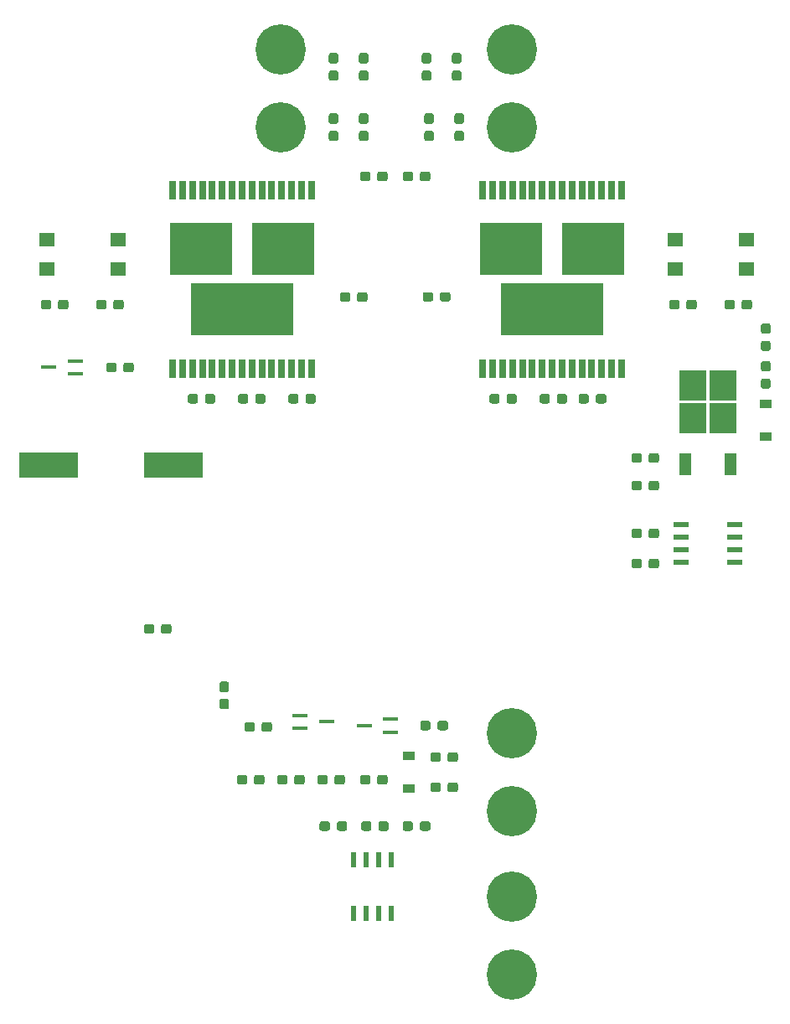
<source format=gbr>
G04 #@! TF.GenerationSoftware,KiCad,Pcbnew,(5.0.0)*
G04 #@! TF.CreationDate,2019-12-13T16:22:20-06:00*
G04 #@! TF.ProjectId,MiniRoverPowerBoard_Hardware,4D696E69526F766572506F776572426F,rev?*
G04 #@! TF.SameCoordinates,Original*
G04 #@! TF.FileFunction,Paste,Top*
G04 #@! TF.FilePolarity,Positive*
%FSLAX46Y46*%
G04 Gerber Fmt 4.6, Leading zero omitted, Abs format (unit mm)*
G04 Created by KiCad (PCBNEW (5.0.0)) date 12/13/19 16:22:20*
%MOMM*%
%LPD*%
G01*
G04 APERTURE LIST*
%ADD10R,1.200000X0.900000*%
%ADD11R,6.000000X2.500000*%
%ADD12C,0.100000*%
%ADD13C,0.950000*%
%ADD14C,5.080000*%
%ADD15R,1.500000X0.450000*%
%ADD16R,1.200000X2.200000*%
%ADD17R,2.750000X3.050000*%
%ADD18R,1.600000X1.400000*%
%ADD19R,0.635000X1.854200*%
%ADD20R,6.223000X5.257800*%
%ADD21R,10.312400X5.257800*%
%ADD22R,1.550000X0.600000*%
%ADD23R,0.600000X1.550000*%
G04 APERTURE END LIST*
D10*
G04 #@! TO.C,D9*
X188468000Y-76834000D03*
X188468000Y-73534000D03*
G04 #@! TD*
D11*
G04 #@! TO.C,B1*
X128578000Y-79756000D03*
X115978000Y-79756000D03*
G04 #@! TD*
D12*
G04 #@! TO.C,C1*
G36*
X177461779Y-89188144D02*
X177484834Y-89191563D01*
X177507443Y-89197227D01*
X177529387Y-89205079D01*
X177550457Y-89215044D01*
X177570448Y-89227026D01*
X177589168Y-89240910D01*
X177606438Y-89256562D01*
X177622090Y-89273832D01*
X177635974Y-89292552D01*
X177647956Y-89312543D01*
X177657921Y-89333613D01*
X177665773Y-89355557D01*
X177671437Y-89378166D01*
X177674856Y-89401221D01*
X177676000Y-89424500D01*
X177676000Y-89899500D01*
X177674856Y-89922779D01*
X177671437Y-89945834D01*
X177665773Y-89968443D01*
X177657921Y-89990387D01*
X177647956Y-90011457D01*
X177635974Y-90031448D01*
X177622090Y-90050168D01*
X177606438Y-90067438D01*
X177589168Y-90083090D01*
X177570448Y-90096974D01*
X177550457Y-90108956D01*
X177529387Y-90118921D01*
X177507443Y-90126773D01*
X177484834Y-90132437D01*
X177461779Y-90135856D01*
X177438500Y-90137000D01*
X176863500Y-90137000D01*
X176840221Y-90135856D01*
X176817166Y-90132437D01*
X176794557Y-90126773D01*
X176772613Y-90118921D01*
X176751543Y-90108956D01*
X176731552Y-90096974D01*
X176712832Y-90083090D01*
X176695562Y-90067438D01*
X176679910Y-90050168D01*
X176666026Y-90031448D01*
X176654044Y-90011457D01*
X176644079Y-89990387D01*
X176636227Y-89968443D01*
X176630563Y-89945834D01*
X176627144Y-89922779D01*
X176626000Y-89899500D01*
X176626000Y-89424500D01*
X176627144Y-89401221D01*
X176630563Y-89378166D01*
X176636227Y-89355557D01*
X176644079Y-89333613D01*
X176654044Y-89312543D01*
X176666026Y-89292552D01*
X176679910Y-89273832D01*
X176695562Y-89256562D01*
X176712832Y-89240910D01*
X176731552Y-89227026D01*
X176751543Y-89215044D01*
X176772613Y-89205079D01*
X176794557Y-89197227D01*
X176817166Y-89191563D01*
X176840221Y-89188144D01*
X176863500Y-89187000D01*
X177438500Y-89187000D01*
X177461779Y-89188144D01*
X177461779Y-89188144D01*
G37*
D13*
X177151000Y-89662000D03*
D12*
G36*
X175711779Y-89188144D02*
X175734834Y-89191563D01*
X175757443Y-89197227D01*
X175779387Y-89205079D01*
X175800457Y-89215044D01*
X175820448Y-89227026D01*
X175839168Y-89240910D01*
X175856438Y-89256562D01*
X175872090Y-89273832D01*
X175885974Y-89292552D01*
X175897956Y-89312543D01*
X175907921Y-89333613D01*
X175915773Y-89355557D01*
X175921437Y-89378166D01*
X175924856Y-89401221D01*
X175926000Y-89424500D01*
X175926000Y-89899500D01*
X175924856Y-89922779D01*
X175921437Y-89945834D01*
X175915773Y-89968443D01*
X175907921Y-89990387D01*
X175897956Y-90011457D01*
X175885974Y-90031448D01*
X175872090Y-90050168D01*
X175856438Y-90067438D01*
X175839168Y-90083090D01*
X175820448Y-90096974D01*
X175800457Y-90108956D01*
X175779387Y-90118921D01*
X175757443Y-90126773D01*
X175734834Y-90132437D01*
X175711779Y-90135856D01*
X175688500Y-90137000D01*
X175113500Y-90137000D01*
X175090221Y-90135856D01*
X175067166Y-90132437D01*
X175044557Y-90126773D01*
X175022613Y-90118921D01*
X175001543Y-90108956D01*
X174981552Y-90096974D01*
X174962832Y-90083090D01*
X174945562Y-90067438D01*
X174929910Y-90050168D01*
X174916026Y-90031448D01*
X174904044Y-90011457D01*
X174894079Y-89990387D01*
X174886227Y-89968443D01*
X174880563Y-89945834D01*
X174877144Y-89922779D01*
X174876000Y-89899500D01*
X174876000Y-89424500D01*
X174877144Y-89401221D01*
X174880563Y-89378166D01*
X174886227Y-89355557D01*
X174894079Y-89333613D01*
X174904044Y-89312543D01*
X174916026Y-89292552D01*
X174929910Y-89273832D01*
X174945562Y-89256562D01*
X174962832Y-89240910D01*
X174981552Y-89227026D01*
X175001543Y-89215044D01*
X175022613Y-89205079D01*
X175044557Y-89197227D01*
X175067166Y-89191563D01*
X175090221Y-89188144D01*
X175113500Y-89187000D01*
X175688500Y-89187000D01*
X175711779Y-89188144D01*
X175711779Y-89188144D01*
G37*
D13*
X175401000Y-89662000D03*
G04 #@! TD*
D12*
G04 #@! TO.C,C2*
G36*
X177461779Y-86140144D02*
X177484834Y-86143563D01*
X177507443Y-86149227D01*
X177529387Y-86157079D01*
X177550457Y-86167044D01*
X177570448Y-86179026D01*
X177589168Y-86192910D01*
X177606438Y-86208562D01*
X177622090Y-86225832D01*
X177635974Y-86244552D01*
X177647956Y-86264543D01*
X177657921Y-86285613D01*
X177665773Y-86307557D01*
X177671437Y-86330166D01*
X177674856Y-86353221D01*
X177676000Y-86376500D01*
X177676000Y-86851500D01*
X177674856Y-86874779D01*
X177671437Y-86897834D01*
X177665773Y-86920443D01*
X177657921Y-86942387D01*
X177647956Y-86963457D01*
X177635974Y-86983448D01*
X177622090Y-87002168D01*
X177606438Y-87019438D01*
X177589168Y-87035090D01*
X177570448Y-87048974D01*
X177550457Y-87060956D01*
X177529387Y-87070921D01*
X177507443Y-87078773D01*
X177484834Y-87084437D01*
X177461779Y-87087856D01*
X177438500Y-87089000D01*
X176863500Y-87089000D01*
X176840221Y-87087856D01*
X176817166Y-87084437D01*
X176794557Y-87078773D01*
X176772613Y-87070921D01*
X176751543Y-87060956D01*
X176731552Y-87048974D01*
X176712832Y-87035090D01*
X176695562Y-87019438D01*
X176679910Y-87002168D01*
X176666026Y-86983448D01*
X176654044Y-86963457D01*
X176644079Y-86942387D01*
X176636227Y-86920443D01*
X176630563Y-86897834D01*
X176627144Y-86874779D01*
X176626000Y-86851500D01*
X176626000Y-86376500D01*
X176627144Y-86353221D01*
X176630563Y-86330166D01*
X176636227Y-86307557D01*
X176644079Y-86285613D01*
X176654044Y-86264543D01*
X176666026Y-86244552D01*
X176679910Y-86225832D01*
X176695562Y-86208562D01*
X176712832Y-86192910D01*
X176731552Y-86179026D01*
X176751543Y-86167044D01*
X176772613Y-86157079D01*
X176794557Y-86149227D01*
X176817166Y-86143563D01*
X176840221Y-86140144D01*
X176863500Y-86139000D01*
X177438500Y-86139000D01*
X177461779Y-86140144D01*
X177461779Y-86140144D01*
G37*
D13*
X177151000Y-86614000D03*
D12*
G36*
X175711779Y-86140144D02*
X175734834Y-86143563D01*
X175757443Y-86149227D01*
X175779387Y-86157079D01*
X175800457Y-86167044D01*
X175820448Y-86179026D01*
X175839168Y-86192910D01*
X175856438Y-86208562D01*
X175872090Y-86225832D01*
X175885974Y-86244552D01*
X175897956Y-86264543D01*
X175907921Y-86285613D01*
X175915773Y-86307557D01*
X175921437Y-86330166D01*
X175924856Y-86353221D01*
X175926000Y-86376500D01*
X175926000Y-86851500D01*
X175924856Y-86874779D01*
X175921437Y-86897834D01*
X175915773Y-86920443D01*
X175907921Y-86942387D01*
X175897956Y-86963457D01*
X175885974Y-86983448D01*
X175872090Y-87002168D01*
X175856438Y-87019438D01*
X175839168Y-87035090D01*
X175820448Y-87048974D01*
X175800457Y-87060956D01*
X175779387Y-87070921D01*
X175757443Y-87078773D01*
X175734834Y-87084437D01*
X175711779Y-87087856D01*
X175688500Y-87089000D01*
X175113500Y-87089000D01*
X175090221Y-87087856D01*
X175067166Y-87084437D01*
X175044557Y-87078773D01*
X175022613Y-87070921D01*
X175001543Y-87060956D01*
X174981552Y-87048974D01*
X174962832Y-87035090D01*
X174945562Y-87019438D01*
X174929910Y-87002168D01*
X174916026Y-86983448D01*
X174904044Y-86963457D01*
X174894079Y-86942387D01*
X174886227Y-86920443D01*
X174880563Y-86897834D01*
X174877144Y-86874779D01*
X174876000Y-86851500D01*
X174876000Y-86376500D01*
X174877144Y-86353221D01*
X174880563Y-86330166D01*
X174886227Y-86307557D01*
X174894079Y-86285613D01*
X174904044Y-86264543D01*
X174916026Y-86244552D01*
X174929910Y-86225832D01*
X174945562Y-86208562D01*
X174962832Y-86192910D01*
X174981552Y-86179026D01*
X175001543Y-86167044D01*
X175022613Y-86157079D01*
X175044557Y-86149227D01*
X175067166Y-86143563D01*
X175090221Y-86140144D01*
X175113500Y-86139000D01*
X175688500Y-86139000D01*
X175711779Y-86140144D01*
X175711779Y-86140144D01*
G37*
D13*
X175401000Y-86614000D03*
G04 #@! TD*
D12*
G04 #@! TO.C,C4*
G36*
X154347779Y-115731144D02*
X154370834Y-115734563D01*
X154393443Y-115740227D01*
X154415387Y-115748079D01*
X154436457Y-115758044D01*
X154456448Y-115770026D01*
X154475168Y-115783910D01*
X154492438Y-115799562D01*
X154508090Y-115816832D01*
X154521974Y-115835552D01*
X154533956Y-115855543D01*
X154543921Y-115876613D01*
X154551773Y-115898557D01*
X154557437Y-115921166D01*
X154560856Y-115944221D01*
X154562000Y-115967500D01*
X154562000Y-116442500D01*
X154560856Y-116465779D01*
X154557437Y-116488834D01*
X154551773Y-116511443D01*
X154543921Y-116533387D01*
X154533956Y-116554457D01*
X154521974Y-116574448D01*
X154508090Y-116593168D01*
X154492438Y-116610438D01*
X154475168Y-116626090D01*
X154456448Y-116639974D01*
X154436457Y-116651956D01*
X154415387Y-116661921D01*
X154393443Y-116669773D01*
X154370834Y-116675437D01*
X154347779Y-116678856D01*
X154324500Y-116680000D01*
X153749500Y-116680000D01*
X153726221Y-116678856D01*
X153703166Y-116675437D01*
X153680557Y-116669773D01*
X153658613Y-116661921D01*
X153637543Y-116651956D01*
X153617552Y-116639974D01*
X153598832Y-116626090D01*
X153581562Y-116610438D01*
X153565910Y-116593168D01*
X153552026Y-116574448D01*
X153540044Y-116554457D01*
X153530079Y-116533387D01*
X153522227Y-116511443D01*
X153516563Y-116488834D01*
X153513144Y-116465779D01*
X153512000Y-116442500D01*
X153512000Y-115967500D01*
X153513144Y-115944221D01*
X153516563Y-115921166D01*
X153522227Y-115898557D01*
X153530079Y-115876613D01*
X153540044Y-115855543D01*
X153552026Y-115835552D01*
X153565910Y-115816832D01*
X153581562Y-115799562D01*
X153598832Y-115783910D01*
X153617552Y-115770026D01*
X153637543Y-115758044D01*
X153658613Y-115748079D01*
X153680557Y-115740227D01*
X153703166Y-115734563D01*
X153726221Y-115731144D01*
X153749500Y-115730000D01*
X154324500Y-115730000D01*
X154347779Y-115731144D01*
X154347779Y-115731144D01*
G37*
D13*
X154037000Y-116205000D03*
D12*
G36*
X152597779Y-115731144D02*
X152620834Y-115734563D01*
X152643443Y-115740227D01*
X152665387Y-115748079D01*
X152686457Y-115758044D01*
X152706448Y-115770026D01*
X152725168Y-115783910D01*
X152742438Y-115799562D01*
X152758090Y-115816832D01*
X152771974Y-115835552D01*
X152783956Y-115855543D01*
X152793921Y-115876613D01*
X152801773Y-115898557D01*
X152807437Y-115921166D01*
X152810856Y-115944221D01*
X152812000Y-115967500D01*
X152812000Y-116442500D01*
X152810856Y-116465779D01*
X152807437Y-116488834D01*
X152801773Y-116511443D01*
X152793921Y-116533387D01*
X152783956Y-116554457D01*
X152771974Y-116574448D01*
X152758090Y-116593168D01*
X152742438Y-116610438D01*
X152725168Y-116626090D01*
X152706448Y-116639974D01*
X152686457Y-116651956D01*
X152665387Y-116661921D01*
X152643443Y-116669773D01*
X152620834Y-116675437D01*
X152597779Y-116678856D01*
X152574500Y-116680000D01*
X151999500Y-116680000D01*
X151976221Y-116678856D01*
X151953166Y-116675437D01*
X151930557Y-116669773D01*
X151908613Y-116661921D01*
X151887543Y-116651956D01*
X151867552Y-116639974D01*
X151848832Y-116626090D01*
X151831562Y-116610438D01*
X151815910Y-116593168D01*
X151802026Y-116574448D01*
X151790044Y-116554457D01*
X151780079Y-116533387D01*
X151772227Y-116511443D01*
X151766563Y-116488834D01*
X151763144Y-116465779D01*
X151762000Y-116442500D01*
X151762000Y-115967500D01*
X151763144Y-115944221D01*
X151766563Y-115921166D01*
X151772227Y-115898557D01*
X151780079Y-115876613D01*
X151790044Y-115855543D01*
X151802026Y-115835552D01*
X151815910Y-115816832D01*
X151831562Y-115799562D01*
X151848832Y-115783910D01*
X151867552Y-115770026D01*
X151887543Y-115758044D01*
X151908613Y-115748079D01*
X151930557Y-115740227D01*
X151953166Y-115734563D01*
X151976221Y-115731144D01*
X151999500Y-115730000D01*
X152574500Y-115730000D01*
X152597779Y-115731144D01*
X152597779Y-115731144D01*
G37*
D13*
X152287000Y-116205000D03*
G04 #@! TD*
D12*
G04 #@! TO.C,C8*
G36*
X144201779Y-115731144D02*
X144224834Y-115734563D01*
X144247443Y-115740227D01*
X144269387Y-115748079D01*
X144290457Y-115758044D01*
X144310448Y-115770026D01*
X144329168Y-115783910D01*
X144346438Y-115799562D01*
X144362090Y-115816832D01*
X144375974Y-115835552D01*
X144387956Y-115855543D01*
X144397921Y-115876613D01*
X144405773Y-115898557D01*
X144411437Y-115921166D01*
X144414856Y-115944221D01*
X144416000Y-115967500D01*
X144416000Y-116442500D01*
X144414856Y-116465779D01*
X144411437Y-116488834D01*
X144405773Y-116511443D01*
X144397921Y-116533387D01*
X144387956Y-116554457D01*
X144375974Y-116574448D01*
X144362090Y-116593168D01*
X144346438Y-116610438D01*
X144329168Y-116626090D01*
X144310448Y-116639974D01*
X144290457Y-116651956D01*
X144269387Y-116661921D01*
X144247443Y-116669773D01*
X144224834Y-116675437D01*
X144201779Y-116678856D01*
X144178500Y-116680000D01*
X143603500Y-116680000D01*
X143580221Y-116678856D01*
X143557166Y-116675437D01*
X143534557Y-116669773D01*
X143512613Y-116661921D01*
X143491543Y-116651956D01*
X143471552Y-116639974D01*
X143452832Y-116626090D01*
X143435562Y-116610438D01*
X143419910Y-116593168D01*
X143406026Y-116574448D01*
X143394044Y-116554457D01*
X143384079Y-116533387D01*
X143376227Y-116511443D01*
X143370563Y-116488834D01*
X143367144Y-116465779D01*
X143366000Y-116442500D01*
X143366000Y-115967500D01*
X143367144Y-115944221D01*
X143370563Y-115921166D01*
X143376227Y-115898557D01*
X143384079Y-115876613D01*
X143394044Y-115855543D01*
X143406026Y-115835552D01*
X143419910Y-115816832D01*
X143435562Y-115799562D01*
X143452832Y-115783910D01*
X143471552Y-115770026D01*
X143491543Y-115758044D01*
X143512613Y-115748079D01*
X143534557Y-115740227D01*
X143557166Y-115734563D01*
X143580221Y-115731144D01*
X143603500Y-115730000D01*
X144178500Y-115730000D01*
X144201779Y-115731144D01*
X144201779Y-115731144D01*
G37*
D13*
X143891000Y-116205000D03*
D12*
G36*
X145951779Y-115731144D02*
X145974834Y-115734563D01*
X145997443Y-115740227D01*
X146019387Y-115748079D01*
X146040457Y-115758044D01*
X146060448Y-115770026D01*
X146079168Y-115783910D01*
X146096438Y-115799562D01*
X146112090Y-115816832D01*
X146125974Y-115835552D01*
X146137956Y-115855543D01*
X146147921Y-115876613D01*
X146155773Y-115898557D01*
X146161437Y-115921166D01*
X146164856Y-115944221D01*
X146166000Y-115967500D01*
X146166000Y-116442500D01*
X146164856Y-116465779D01*
X146161437Y-116488834D01*
X146155773Y-116511443D01*
X146147921Y-116533387D01*
X146137956Y-116554457D01*
X146125974Y-116574448D01*
X146112090Y-116593168D01*
X146096438Y-116610438D01*
X146079168Y-116626090D01*
X146060448Y-116639974D01*
X146040457Y-116651956D01*
X146019387Y-116661921D01*
X145997443Y-116669773D01*
X145974834Y-116675437D01*
X145951779Y-116678856D01*
X145928500Y-116680000D01*
X145353500Y-116680000D01*
X145330221Y-116678856D01*
X145307166Y-116675437D01*
X145284557Y-116669773D01*
X145262613Y-116661921D01*
X145241543Y-116651956D01*
X145221552Y-116639974D01*
X145202832Y-116626090D01*
X145185562Y-116610438D01*
X145169910Y-116593168D01*
X145156026Y-116574448D01*
X145144044Y-116554457D01*
X145134079Y-116533387D01*
X145126227Y-116511443D01*
X145120563Y-116488834D01*
X145117144Y-116465779D01*
X145116000Y-116442500D01*
X145116000Y-115967500D01*
X145117144Y-115944221D01*
X145120563Y-115921166D01*
X145126227Y-115898557D01*
X145134079Y-115876613D01*
X145144044Y-115855543D01*
X145156026Y-115835552D01*
X145169910Y-115816832D01*
X145185562Y-115799562D01*
X145202832Y-115783910D01*
X145221552Y-115770026D01*
X145241543Y-115758044D01*
X145262613Y-115748079D01*
X145284557Y-115740227D01*
X145307166Y-115734563D01*
X145330221Y-115731144D01*
X145353500Y-115730000D01*
X145928500Y-115730000D01*
X145951779Y-115731144D01*
X145951779Y-115731144D01*
G37*
D13*
X145641000Y-116205000D03*
G04 #@! TD*
D14*
G04 #@! TO.C,Conn1*
X162788600Y-114681000D03*
X162788600Y-106807000D03*
G04 #@! TD*
G04 #@! TO.C,Conn2*
X162788600Y-123317000D03*
X162788600Y-131191000D03*
G04 #@! TD*
G04 #@! TO.C,Conn3*
X139471400Y-37719000D03*
X139471400Y-45593000D03*
G04 #@! TD*
G04 #@! TO.C,Conn4*
X162788600Y-37719000D03*
X162788600Y-45593000D03*
G04 #@! TD*
D10*
G04 #@! TO.C,D1*
X152400000Y-112394000D03*
X152400000Y-109094000D03*
G04 #@! TD*
D12*
G04 #@! TO.C,D2*
G36*
X154347779Y-50072144D02*
X154370834Y-50075563D01*
X154393443Y-50081227D01*
X154415387Y-50089079D01*
X154436457Y-50099044D01*
X154456448Y-50111026D01*
X154475168Y-50124910D01*
X154492438Y-50140562D01*
X154508090Y-50157832D01*
X154521974Y-50176552D01*
X154533956Y-50196543D01*
X154543921Y-50217613D01*
X154551773Y-50239557D01*
X154557437Y-50262166D01*
X154560856Y-50285221D01*
X154562000Y-50308500D01*
X154562000Y-50783500D01*
X154560856Y-50806779D01*
X154557437Y-50829834D01*
X154551773Y-50852443D01*
X154543921Y-50874387D01*
X154533956Y-50895457D01*
X154521974Y-50915448D01*
X154508090Y-50934168D01*
X154492438Y-50951438D01*
X154475168Y-50967090D01*
X154456448Y-50980974D01*
X154436457Y-50992956D01*
X154415387Y-51002921D01*
X154393443Y-51010773D01*
X154370834Y-51016437D01*
X154347779Y-51019856D01*
X154324500Y-51021000D01*
X153749500Y-51021000D01*
X153726221Y-51019856D01*
X153703166Y-51016437D01*
X153680557Y-51010773D01*
X153658613Y-51002921D01*
X153637543Y-50992956D01*
X153617552Y-50980974D01*
X153598832Y-50967090D01*
X153581562Y-50951438D01*
X153565910Y-50934168D01*
X153552026Y-50915448D01*
X153540044Y-50895457D01*
X153530079Y-50874387D01*
X153522227Y-50852443D01*
X153516563Y-50829834D01*
X153513144Y-50806779D01*
X153512000Y-50783500D01*
X153512000Y-50308500D01*
X153513144Y-50285221D01*
X153516563Y-50262166D01*
X153522227Y-50239557D01*
X153530079Y-50217613D01*
X153540044Y-50196543D01*
X153552026Y-50176552D01*
X153565910Y-50157832D01*
X153581562Y-50140562D01*
X153598832Y-50124910D01*
X153617552Y-50111026D01*
X153637543Y-50099044D01*
X153658613Y-50089079D01*
X153680557Y-50081227D01*
X153703166Y-50075563D01*
X153726221Y-50072144D01*
X153749500Y-50071000D01*
X154324500Y-50071000D01*
X154347779Y-50072144D01*
X154347779Y-50072144D01*
G37*
D13*
X154037000Y-50546000D03*
D12*
G36*
X152597779Y-50072144D02*
X152620834Y-50075563D01*
X152643443Y-50081227D01*
X152665387Y-50089079D01*
X152686457Y-50099044D01*
X152706448Y-50111026D01*
X152725168Y-50124910D01*
X152742438Y-50140562D01*
X152758090Y-50157832D01*
X152771974Y-50176552D01*
X152783956Y-50196543D01*
X152793921Y-50217613D01*
X152801773Y-50239557D01*
X152807437Y-50262166D01*
X152810856Y-50285221D01*
X152812000Y-50308500D01*
X152812000Y-50783500D01*
X152810856Y-50806779D01*
X152807437Y-50829834D01*
X152801773Y-50852443D01*
X152793921Y-50874387D01*
X152783956Y-50895457D01*
X152771974Y-50915448D01*
X152758090Y-50934168D01*
X152742438Y-50951438D01*
X152725168Y-50967090D01*
X152706448Y-50980974D01*
X152686457Y-50992956D01*
X152665387Y-51002921D01*
X152643443Y-51010773D01*
X152620834Y-51016437D01*
X152597779Y-51019856D01*
X152574500Y-51021000D01*
X151999500Y-51021000D01*
X151976221Y-51019856D01*
X151953166Y-51016437D01*
X151930557Y-51010773D01*
X151908613Y-51002921D01*
X151887543Y-50992956D01*
X151867552Y-50980974D01*
X151848832Y-50967090D01*
X151831562Y-50951438D01*
X151815910Y-50934168D01*
X151802026Y-50915448D01*
X151790044Y-50895457D01*
X151780079Y-50874387D01*
X151772227Y-50852443D01*
X151766563Y-50829834D01*
X151763144Y-50806779D01*
X151762000Y-50783500D01*
X151762000Y-50308500D01*
X151763144Y-50285221D01*
X151766563Y-50262166D01*
X151772227Y-50239557D01*
X151780079Y-50217613D01*
X151790044Y-50196543D01*
X151802026Y-50176552D01*
X151815910Y-50157832D01*
X151831562Y-50140562D01*
X151848832Y-50124910D01*
X151867552Y-50111026D01*
X151887543Y-50099044D01*
X151908613Y-50089079D01*
X151930557Y-50081227D01*
X151953166Y-50075563D01*
X151976221Y-50072144D01*
X151999500Y-50071000D01*
X152574500Y-50071000D01*
X152597779Y-50072144D01*
X152597779Y-50072144D01*
G37*
D13*
X152287000Y-50546000D03*
G04 #@! TD*
D12*
G04 #@! TO.C,D3*
G36*
X148279779Y-111032144D02*
X148302834Y-111035563D01*
X148325443Y-111041227D01*
X148347387Y-111049079D01*
X148368457Y-111059044D01*
X148388448Y-111071026D01*
X148407168Y-111084910D01*
X148424438Y-111100562D01*
X148440090Y-111117832D01*
X148453974Y-111136552D01*
X148465956Y-111156543D01*
X148475921Y-111177613D01*
X148483773Y-111199557D01*
X148489437Y-111222166D01*
X148492856Y-111245221D01*
X148494000Y-111268500D01*
X148494000Y-111743500D01*
X148492856Y-111766779D01*
X148489437Y-111789834D01*
X148483773Y-111812443D01*
X148475921Y-111834387D01*
X148465956Y-111855457D01*
X148453974Y-111875448D01*
X148440090Y-111894168D01*
X148424438Y-111911438D01*
X148407168Y-111927090D01*
X148388448Y-111940974D01*
X148368457Y-111952956D01*
X148347387Y-111962921D01*
X148325443Y-111970773D01*
X148302834Y-111976437D01*
X148279779Y-111979856D01*
X148256500Y-111981000D01*
X147681500Y-111981000D01*
X147658221Y-111979856D01*
X147635166Y-111976437D01*
X147612557Y-111970773D01*
X147590613Y-111962921D01*
X147569543Y-111952956D01*
X147549552Y-111940974D01*
X147530832Y-111927090D01*
X147513562Y-111911438D01*
X147497910Y-111894168D01*
X147484026Y-111875448D01*
X147472044Y-111855457D01*
X147462079Y-111834387D01*
X147454227Y-111812443D01*
X147448563Y-111789834D01*
X147445144Y-111766779D01*
X147444000Y-111743500D01*
X147444000Y-111268500D01*
X147445144Y-111245221D01*
X147448563Y-111222166D01*
X147454227Y-111199557D01*
X147462079Y-111177613D01*
X147472044Y-111156543D01*
X147484026Y-111136552D01*
X147497910Y-111117832D01*
X147513562Y-111100562D01*
X147530832Y-111084910D01*
X147549552Y-111071026D01*
X147569543Y-111059044D01*
X147590613Y-111049079D01*
X147612557Y-111041227D01*
X147635166Y-111035563D01*
X147658221Y-111032144D01*
X147681500Y-111031000D01*
X148256500Y-111031000D01*
X148279779Y-111032144D01*
X148279779Y-111032144D01*
G37*
D13*
X147969000Y-111506000D03*
D12*
G36*
X150029779Y-111032144D02*
X150052834Y-111035563D01*
X150075443Y-111041227D01*
X150097387Y-111049079D01*
X150118457Y-111059044D01*
X150138448Y-111071026D01*
X150157168Y-111084910D01*
X150174438Y-111100562D01*
X150190090Y-111117832D01*
X150203974Y-111136552D01*
X150215956Y-111156543D01*
X150225921Y-111177613D01*
X150233773Y-111199557D01*
X150239437Y-111222166D01*
X150242856Y-111245221D01*
X150244000Y-111268500D01*
X150244000Y-111743500D01*
X150242856Y-111766779D01*
X150239437Y-111789834D01*
X150233773Y-111812443D01*
X150225921Y-111834387D01*
X150215956Y-111855457D01*
X150203974Y-111875448D01*
X150190090Y-111894168D01*
X150174438Y-111911438D01*
X150157168Y-111927090D01*
X150138448Y-111940974D01*
X150118457Y-111952956D01*
X150097387Y-111962921D01*
X150075443Y-111970773D01*
X150052834Y-111976437D01*
X150029779Y-111979856D01*
X150006500Y-111981000D01*
X149431500Y-111981000D01*
X149408221Y-111979856D01*
X149385166Y-111976437D01*
X149362557Y-111970773D01*
X149340613Y-111962921D01*
X149319543Y-111952956D01*
X149299552Y-111940974D01*
X149280832Y-111927090D01*
X149263562Y-111911438D01*
X149247910Y-111894168D01*
X149234026Y-111875448D01*
X149222044Y-111855457D01*
X149212079Y-111834387D01*
X149204227Y-111812443D01*
X149198563Y-111789834D01*
X149195144Y-111766779D01*
X149194000Y-111743500D01*
X149194000Y-111268500D01*
X149195144Y-111245221D01*
X149198563Y-111222166D01*
X149204227Y-111199557D01*
X149212079Y-111177613D01*
X149222044Y-111156543D01*
X149234026Y-111136552D01*
X149247910Y-111117832D01*
X149263562Y-111100562D01*
X149280832Y-111084910D01*
X149299552Y-111071026D01*
X149319543Y-111059044D01*
X149340613Y-111049079D01*
X149362557Y-111041227D01*
X149385166Y-111035563D01*
X149408221Y-111032144D01*
X149431500Y-111031000D01*
X150006500Y-111031000D01*
X150029779Y-111032144D01*
X150029779Y-111032144D01*
G37*
D13*
X149719000Y-111506000D03*
G04 #@! TD*
D12*
G04 #@! TO.C,D4*
G36*
X141647779Y-111032144D02*
X141670834Y-111035563D01*
X141693443Y-111041227D01*
X141715387Y-111049079D01*
X141736457Y-111059044D01*
X141756448Y-111071026D01*
X141775168Y-111084910D01*
X141792438Y-111100562D01*
X141808090Y-111117832D01*
X141821974Y-111136552D01*
X141833956Y-111156543D01*
X141843921Y-111177613D01*
X141851773Y-111199557D01*
X141857437Y-111222166D01*
X141860856Y-111245221D01*
X141862000Y-111268500D01*
X141862000Y-111743500D01*
X141860856Y-111766779D01*
X141857437Y-111789834D01*
X141851773Y-111812443D01*
X141843921Y-111834387D01*
X141833956Y-111855457D01*
X141821974Y-111875448D01*
X141808090Y-111894168D01*
X141792438Y-111911438D01*
X141775168Y-111927090D01*
X141756448Y-111940974D01*
X141736457Y-111952956D01*
X141715387Y-111962921D01*
X141693443Y-111970773D01*
X141670834Y-111976437D01*
X141647779Y-111979856D01*
X141624500Y-111981000D01*
X141049500Y-111981000D01*
X141026221Y-111979856D01*
X141003166Y-111976437D01*
X140980557Y-111970773D01*
X140958613Y-111962921D01*
X140937543Y-111952956D01*
X140917552Y-111940974D01*
X140898832Y-111927090D01*
X140881562Y-111911438D01*
X140865910Y-111894168D01*
X140852026Y-111875448D01*
X140840044Y-111855457D01*
X140830079Y-111834387D01*
X140822227Y-111812443D01*
X140816563Y-111789834D01*
X140813144Y-111766779D01*
X140812000Y-111743500D01*
X140812000Y-111268500D01*
X140813144Y-111245221D01*
X140816563Y-111222166D01*
X140822227Y-111199557D01*
X140830079Y-111177613D01*
X140840044Y-111156543D01*
X140852026Y-111136552D01*
X140865910Y-111117832D01*
X140881562Y-111100562D01*
X140898832Y-111084910D01*
X140917552Y-111071026D01*
X140937543Y-111059044D01*
X140958613Y-111049079D01*
X140980557Y-111041227D01*
X141003166Y-111035563D01*
X141026221Y-111032144D01*
X141049500Y-111031000D01*
X141624500Y-111031000D01*
X141647779Y-111032144D01*
X141647779Y-111032144D01*
G37*
D13*
X141337000Y-111506000D03*
D12*
G36*
X139897779Y-111032144D02*
X139920834Y-111035563D01*
X139943443Y-111041227D01*
X139965387Y-111049079D01*
X139986457Y-111059044D01*
X140006448Y-111071026D01*
X140025168Y-111084910D01*
X140042438Y-111100562D01*
X140058090Y-111117832D01*
X140071974Y-111136552D01*
X140083956Y-111156543D01*
X140093921Y-111177613D01*
X140101773Y-111199557D01*
X140107437Y-111222166D01*
X140110856Y-111245221D01*
X140112000Y-111268500D01*
X140112000Y-111743500D01*
X140110856Y-111766779D01*
X140107437Y-111789834D01*
X140101773Y-111812443D01*
X140093921Y-111834387D01*
X140083956Y-111855457D01*
X140071974Y-111875448D01*
X140058090Y-111894168D01*
X140042438Y-111911438D01*
X140025168Y-111927090D01*
X140006448Y-111940974D01*
X139986457Y-111952956D01*
X139965387Y-111962921D01*
X139943443Y-111970773D01*
X139920834Y-111976437D01*
X139897779Y-111979856D01*
X139874500Y-111981000D01*
X139299500Y-111981000D01*
X139276221Y-111979856D01*
X139253166Y-111976437D01*
X139230557Y-111970773D01*
X139208613Y-111962921D01*
X139187543Y-111952956D01*
X139167552Y-111940974D01*
X139148832Y-111927090D01*
X139131562Y-111911438D01*
X139115910Y-111894168D01*
X139102026Y-111875448D01*
X139090044Y-111855457D01*
X139080079Y-111834387D01*
X139072227Y-111812443D01*
X139066563Y-111789834D01*
X139063144Y-111766779D01*
X139062000Y-111743500D01*
X139062000Y-111268500D01*
X139063144Y-111245221D01*
X139066563Y-111222166D01*
X139072227Y-111199557D01*
X139080079Y-111177613D01*
X139090044Y-111156543D01*
X139102026Y-111136552D01*
X139115910Y-111117832D01*
X139131562Y-111100562D01*
X139148832Y-111084910D01*
X139167552Y-111071026D01*
X139187543Y-111059044D01*
X139208613Y-111049079D01*
X139230557Y-111041227D01*
X139253166Y-111035563D01*
X139276221Y-111032144D01*
X139299500Y-111031000D01*
X139874500Y-111031000D01*
X139897779Y-111032144D01*
X139897779Y-111032144D01*
G37*
D13*
X139587000Y-111506000D03*
G04 #@! TD*
D12*
G04 #@! TO.C,D5*
G36*
X148088779Y-38098144D02*
X148111834Y-38101563D01*
X148134443Y-38107227D01*
X148156387Y-38115079D01*
X148177457Y-38125044D01*
X148197448Y-38137026D01*
X148216168Y-38150910D01*
X148233438Y-38166562D01*
X148249090Y-38183832D01*
X148262974Y-38202552D01*
X148274956Y-38222543D01*
X148284921Y-38243613D01*
X148292773Y-38265557D01*
X148298437Y-38288166D01*
X148301856Y-38311221D01*
X148303000Y-38334500D01*
X148303000Y-38909500D01*
X148301856Y-38932779D01*
X148298437Y-38955834D01*
X148292773Y-38978443D01*
X148284921Y-39000387D01*
X148274956Y-39021457D01*
X148262974Y-39041448D01*
X148249090Y-39060168D01*
X148233438Y-39077438D01*
X148216168Y-39093090D01*
X148197448Y-39106974D01*
X148177457Y-39118956D01*
X148156387Y-39128921D01*
X148134443Y-39136773D01*
X148111834Y-39142437D01*
X148088779Y-39145856D01*
X148065500Y-39147000D01*
X147590500Y-39147000D01*
X147567221Y-39145856D01*
X147544166Y-39142437D01*
X147521557Y-39136773D01*
X147499613Y-39128921D01*
X147478543Y-39118956D01*
X147458552Y-39106974D01*
X147439832Y-39093090D01*
X147422562Y-39077438D01*
X147406910Y-39060168D01*
X147393026Y-39041448D01*
X147381044Y-39021457D01*
X147371079Y-39000387D01*
X147363227Y-38978443D01*
X147357563Y-38955834D01*
X147354144Y-38932779D01*
X147353000Y-38909500D01*
X147353000Y-38334500D01*
X147354144Y-38311221D01*
X147357563Y-38288166D01*
X147363227Y-38265557D01*
X147371079Y-38243613D01*
X147381044Y-38222543D01*
X147393026Y-38202552D01*
X147406910Y-38183832D01*
X147422562Y-38166562D01*
X147439832Y-38150910D01*
X147458552Y-38137026D01*
X147478543Y-38125044D01*
X147499613Y-38115079D01*
X147521557Y-38107227D01*
X147544166Y-38101563D01*
X147567221Y-38098144D01*
X147590500Y-38097000D01*
X148065500Y-38097000D01*
X148088779Y-38098144D01*
X148088779Y-38098144D01*
G37*
D13*
X147828000Y-38622000D03*
D12*
G36*
X148088779Y-39848144D02*
X148111834Y-39851563D01*
X148134443Y-39857227D01*
X148156387Y-39865079D01*
X148177457Y-39875044D01*
X148197448Y-39887026D01*
X148216168Y-39900910D01*
X148233438Y-39916562D01*
X148249090Y-39933832D01*
X148262974Y-39952552D01*
X148274956Y-39972543D01*
X148284921Y-39993613D01*
X148292773Y-40015557D01*
X148298437Y-40038166D01*
X148301856Y-40061221D01*
X148303000Y-40084500D01*
X148303000Y-40659500D01*
X148301856Y-40682779D01*
X148298437Y-40705834D01*
X148292773Y-40728443D01*
X148284921Y-40750387D01*
X148274956Y-40771457D01*
X148262974Y-40791448D01*
X148249090Y-40810168D01*
X148233438Y-40827438D01*
X148216168Y-40843090D01*
X148197448Y-40856974D01*
X148177457Y-40868956D01*
X148156387Y-40878921D01*
X148134443Y-40886773D01*
X148111834Y-40892437D01*
X148088779Y-40895856D01*
X148065500Y-40897000D01*
X147590500Y-40897000D01*
X147567221Y-40895856D01*
X147544166Y-40892437D01*
X147521557Y-40886773D01*
X147499613Y-40878921D01*
X147478543Y-40868956D01*
X147458552Y-40856974D01*
X147439832Y-40843090D01*
X147422562Y-40827438D01*
X147406910Y-40810168D01*
X147393026Y-40791448D01*
X147381044Y-40771457D01*
X147371079Y-40750387D01*
X147363227Y-40728443D01*
X147357563Y-40705834D01*
X147354144Y-40682779D01*
X147353000Y-40659500D01*
X147353000Y-40084500D01*
X147354144Y-40061221D01*
X147357563Y-40038166D01*
X147363227Y-40015557D01*
X147371079Y-39993613D01*
X147381044Y-39972543D01*
X147393026Y-39952552D01*
X147406910Y-39933832D01*
X147422562Y-39916562D01*
X147439832Y-39900910D01*
X147458552Y-39887026D01*
X147478543Y-39875044D01*
X147499613Y-39865079D01*
X147521557Y-39857227D01*
X147544166Y-39851563D01*
X147567221Y-39848144D01*
X147590500Y-39847000D01*
X148065500Y-39847000D01*
X148088779Y-39848144D01*
X148088779Y-39848144D01*
G37*
D13*
X147828000Y-40372000D03*
G04 #@! TD*
D12*
G04 #@! TO.C,D6*
G36*
X148088779Y-45944144D02*
X148111834Y-45947563D01*
X148134443Y-45953227D01*
X148156387Y-45961079D01*
X148177457Y-45971044D01*
X148197448Y-45983026D01*
X148216168Y-45996910D01*
X148233438Y-46012562D01*
X148249090Y-46029832D01*
X148262974Y-46048552D01*
X148274956Y-46068543D01*
X148284921Y-46089613D01*
X148292773Y-46111557D01*
X148298437Y-46134166D01*
X148301856Y-46157221D01*
X148303000Y-46180500D01*
X148303000Y-46755500D01*
X148301856Y-46778779D01*
X148298437Y-46801834D01*
X148292773Y-46824443D01*
X148284921Y-46846387D01*
X148274956Y-46867457D01*
X148262974Y-46887448D01*
X148249090Y-46906168D01*
X148233438Y-46923438D01*
X148216168Y-46939090D01*
X148197448Y-46952974D01*
X148177457Y-46964956D01*
X148156387Y-46974921D01*
X148134443Y-46982773D01*
X148111834Y-46988437D01*
X148088779Y-46991856D01*
X148065500Y-46993000D01*
X147590500Y-46993000D01*
X147567221Y-46991856D01*
X147544166Y-46988437D01*
X147521557Y-46982773D01*
X147499613Y-46974921D01*
X147478543Y-46964956D01*
X147458552Y-46952974D01*
X147439832Y-46939090D01*
X147422562Y-46923438D01*
X147406910Y-46906168D01*
X147393026Y-46887448D01*
X147381044Y-46867457D01*
X147371079Y-46846387D01*
X147363227Y-46824443D01*
X147357563Y-46801834D01*
X147354144Y-46778779D01*
X147353000Y-46755500D01*
X147353000Y-46180500D01*
X147354144Y-46157221D01*
X147357563Y-46134166D01*
X147363227Y-46111557D01*
X147371079Y-46089613D01*
X147381044Y-46068543D01*
X147393026Y-46048552D01*
X147406910Y-46029832D01*
X147422562Y-46012562D01*
X147439832Y-45996910D01*
X147458552Y-45983026D01*
X147478543Y-45971044D01*
X147499613Y-45961079D01*
X147521557Y-45953227D01*
X147544166Y-45947563D01*
X147567221Y-45944144D01*
X147590500Y-45943000D01*
X148065500Y-45943000D01*
X148088779Y-45944144D01*
X148088779Y-45944144D01*
G37*
D13*
X147828000Y-46468000D03*
D12*
G36*
X148088779Y-44194144D02*
X148111834Y-44197563D01*
X148134443Y-44203227D01*
X148156387Y-44211079D01*
X148177457Y-44221044D01*
X148197448Y-44233026D01*
X148216168Y-44246910D01*
X148233438Y-44262562D01*
X148249090Y-44279832D01*
X148262974Y-44298552D01*
X148274956Y-44318543D01*
X148284921Y-44339613D01*
X148292773Y-44361557D01*
X148298437Y-44384166D01*
X148301856Y-44407221D01*
X148303000Y-44430500D01*
X148303000Y-45005500D01*
X148301856Y-45028779D01*
X148298437Y-45051834D01*
X148292773Y-45074443D01*
X148284921Y-45096387D01*
X148274956Y-45117457D01*
X148262974Y-45137448D01*
X148249090Y-45156168D01*
X148233438Y-45173438D01*
X148216168Y-45189090D01*
X148197448Y-45202974D01*
X148177457Y-45214956D01*
X148156387Y-45224921D01*
X148134443Y-45232773D01*
X148111834Y-45238437D01*
X148088779Y-45241856D01*
X148065500Y-45243000D01*
X147590500Y-45243000D01*
X147567221Y-45241856D01*
X147544166Y-45238437D01*
X147521557Y-45232773D01*
X147499613Y-45224921D01*
X147478543Y-45214956D01*
X147458552Y-45202974D01*
X147439832Y-45189090D01*
X147422562Y-45173438D01*
X147406910Y-45156168D01*
X147393026Y-45137448D01*
X147381044Y-45117457D01*
X147371079Y-45096387D01*
X147363227Y-45074443D01*
X147357563Y-45051834D01*
X147354144Y-45028779D01*
X147353000Y-45005500D01*
X147353000Y-44430500D01*
X147354144Y-44407221D01*
X147357563Y-44384166D01*
X147363227Y-44361557D01*
X147371079Y-44339613D01*
X147381044Y-44318543D01*
X147393026Y-44298552D01*
X147406910Y-44279832D01*
X147422562Y-44262562D01*
X147439832Y-44246910D01*
X147458552Y-44233026D01*
X147478543Y-44221044D01*
X147499613Y-44211079D01*
X147521557Y-44203227D01*
X147544166Y-44197563D01*
X147567221Y-44194144D01*
X147590500Y-44193000D01*
X148065500Y-44193000D01*
X148088779Y-44194144D01*
X148088779Y-44194144D01*
G37*
D13*
X147828000Y-44718000D03*
G04 #@! TD*
D12*
G04 #@! TO.C,D8*
G36*
X148406779Y-115731144D02*
X148429834Y-115734563D01*
X148452443Y-115740227D01*
X148474387Y-115748079D01*
X148495457Y-115758044D01*
X148515448Y-115770026D01*
X148534168Y-115783910D01*
X148551438Y-115799562D01*
X148567090Y-115816832D01*
X148580974Y-115835552D01*
X148592956Y-115855543D01*
X148602921Y-115876613D01*
X148610773Y-115898557D01*
X148616437Y-115921166D01*
X148619856Y-115944221D01*
X148621000Y-115967500D01*
X148621000Y-116442500D01*
X148619856Y-116465779D01*
X148616437Y-116488834D01*
X148610773Y-116511443D01*
X148602921Y-116533387D01*
X148592956Y-116554457D01*
X148580974Y-116574448D01*
X148567090Y-116593168D01*
X148551438Y-116610438D01*
X148534168Y-116626090D01*
X148515448Y-116639974D01*
X148495457Y-116651956D01*
X148474387Y-116661921D01*
X148452443Y-116669773D01*
X148429834Y-116675437D01*
X148406779Y-116678856D01*
X148383500Y-116680000D01*
X147808500Y-116680000D01*
X147785221Y-116678856D01*
X147762166Y-116675437D01*
X147739557Y-116669773D01*
X147717613Y-116661921D01*
X147696543Y-116651956D01*
X147676552Y-116639974D01*
X147657832Y-116626090D01*
X147640562Y-116610438D01*
X147624910Y-116593168D01*
X147611026Y-116574448D01*
X147599044Y-116554457D01*
X147589079Y-116533387D01*
X147581227Y-116511443D01*
X147575563Y-116488834D01*
X147572144Y-116465779D01*
X147571000Y-116442500D01*
X147571000Y-115967500D01*
X147572144Y-115944221D01*
X147575563Y-115921166D01*
X147581227Y-115898557D01*
X147589079Y-115876613D01*
X147599044Y-115855543D01*
X147611026Y-115835552D01*
X147624910Y-115816832D01*
X147640562Y-115799562D01*
X147657832Y-115783910D01*
X147676552Y-115770026D01*
X147696543Y-115758044D01*
X147717613Y-115748079D01*
X147739557Y-115740227D01*
X147762166Y-115734563D01*
X147785221Y-115731144D01*
X147808500Y-115730000D01*
X148383500Y-115730000D01*
X148406779Y-115731144D01*
X148406779Y-115731144D01*
G37*
D13*
X148096000Y-116205000D03*
D12*
G36*
X150156779Y-115731144D02*
X150179834Y-115734563D01*
X150202443Y-115740227D01*
X150224387Y-115748079D01*
X150245457Y-115758044D01*
X150265448Y-115770026D01*
X150284168Y-115783910D01*
X150301438Y-115799562D01*
X150317090Y-115816832D01*
X150330974Y-115835552D01*
X150342956Y-115855543D01*
X150352921Y-115876613D01*
X150360773Y-115898557D01*
X150366437Y-115921166D01*
X150369856Y-115944221D01*
X150371000Y-115967500D01*
X150371000Y-116442500D01*
X150369856Y-116465779D01*
X150366437Y-116488834D01*
X150360773Y-116511443D01*
X150352921Y-116533387D01*
X150342956Y-116554457D01*
X150330974Y-116574448D01*
X150317090Y-116593168D01*
X150301438Y-116610438D01*
X150284168Y-116626090D01*
X150265448Y-116639974D01*
X150245457Y-116651956D01*
X150224387Y-116661921D01*
X150202443Y-116669773D01*
X150179834Y-116675437D01*
X150156779Y-116678856D01*
X150133500Y-116680000D01*
X149558500Y-116680000D01*
X149535221Y-116678856D01*
X149512166Y-116675437D01*
X149489557Y-116669773D01*
X149467613Y-116661921D01*
X149446543Y-116651956D01*
X149426552Y-116639974D01*
X149407832Y-116626090D01*
X149390562Y-116610438D01*
X149374910Y-116593168D01*
X149361026Y-116574448D01*
X149349044Y-116554457D01*
X149339079Y-116533387D01*
X149331227Y-116511443D01*
X149325563Y-116488834D01*
X149322144Y-116465779D01*
X149321000Y-116442500D01*
X149321000Y-115967500D01*
X149322144Y-115944221D01*
X149325563Y-115921166D01*
X149331227Y-115898557D01*
X149339079Y-115876613D01*
X149349044Y-115855543D01*
X149361026Y-115835552D01*
X149374910Y-115816832D01*
X149390562Y-115799562D01*
X149407832Y-115783910D01*
X149426552Y-115770026D01*
X149446543Y-115758044D01*
X149467613Y-115748079D01*
X149489557Y-115740227D01*
X149512166Y-115734563D01*
X149535221Y-115731144D01*
X149558500Y-115730000D01*
X150133500Y-115730000D01*
X150156779Y-115731144D01*
X150156779Y-115731144D01*
G37*
D13*
X149846000Y-116205000D03*
G04 #@! TD*
D12*
G04 #@! TO.C,D10*
G36*
X154692779Y-44194144D02*
X154715834Y-44197563D01*
X154738443Y-44203227D01*
X154760387Y-44211079D01*
X154781457Y-44221044D01*
X154801448Y-44233026D01*
X154820168Y-44246910D01*
X154837438Y-44262562D01*
X154853090Y-44279832D01*
X154866974Y-44298552D01*
X154878956Y-44318543D01*
X154888921Y-44339613D01*
X154896773Y-44361557D01*
X154902437Y-44384166D01*
X154905856Y-44407221D01*
X154907000Y-44430500D01*
X154907000Y-45005500D01*
X154905856Y-45028779D01*
X154902437Y-45051834D01*
X154896773Y-45074443D01*
X154888921Y-45096387D01*
X154878956Y-45117457D01*
X154866974Y-45137448D01*
X154853090Y-45156168D01*
X154837438Y-45173438D01*
X154820168Y-45189090D01*
X154801448Y-45202974D01*
X154781457Y-45214956D01*
X154760387Y-45224921D01*
X154738443Y-45232773D01*
X154715834Y-45238437D01*
X154692779Y-45241856D01*
X154669500Y-45243000D01*
X154194500Y-45243000D01*
X154171221Y-45241856D01*
X154148166Y-45238437D01*
X154125557Y-45232773D01*
X154103613Y-45224921D01*
X154082543Y-45214956D01*
X154062552Y-45202974D01*
X154043832Y-45189090D01*
X154026562Y-45173438D01*
X154010910Y-45156168D01*
X153997026Y-45137448D01*
X153985044Y-45117457D01*
X153975079Y-45096387D01*
X153967227Y-45074443D01*
X153961563Y-45051834D01*
X153958144Y-45028779D01*
X153957000Y-45005500D01*
X153957000Y-44430500D01*
X153958144Y-44407221D01*
X153961563Y-44384166D01*
X153967227Y-44361557D01*
X153975079Y-44339613D01*
X153985044Y-44318543D01*
X153997026Y-44298552D01*
X154010910Y-44279832D01*
X154026562Y-44262562D01*
X154043832Y-44246910D01*
X154062552Y-44233026D01*
X154082543Y-44221044D01*
X154103613Y-44211079D01*
X154125557Y-44203227D01*
X154148166Y-44197563D01*
X154171221Y-44194144D01*
X154194500Y-44193000D01*
X154669500Y-44193000D01*
X154692779Y-44194144D01*
X154692779Y-44194144D01*
G37*
D13*
X154432000Y-44718000D03*
D12*
G36*
X154692779Y-45944144D02*
X154715834Y-45947563D01*
X154738443Y-45953227D01*
X154760387Y-45961079D01*
X154781457Y-45971044D01*
X154801448Y-45983026D01*
X154820168Y-45996910D01*
X154837438Y-46012562D01*
X154853090Y-46029832D01*
X154866974Y-46048552D01*
X154878956Y-46068543D01*
X154888921Y-46089613D01*
X154896773Y-46111557D01*
X154902437Y-46134166D01*
X154905856Y-46157221D01*
X154907000Y-46180500D01*
X154907000Y-46755500D01*
X154905856Y-46778779D01*
X154902437Y-46801834D01*
X154896773Y-46824443D01*
X154888921Y-46846387D01*
X154878956Y-46867457D01*
X154866974Y-46887448D01*
X154853090Y-46906168D01*
X154837438Y-46923438D01*
X154820168Y-46939090D01*
X154801448Y-46952974D01*
X154781457Y-46964956D01*
X154760387Y-46974921D01*
X154738443Y-46982773D01*
X154715834Y-46988437D01*
X154692779Y-46991856D01*
X154669500Y-46993000D01*
X154194500Y-46993000D01*
X154171221Y-46991856D01*
X154148166Y-46988437D01*
X154125557Y-46982773D01*
X154103613Y-46974921D01*
X154082543Y-46964956D01*
X154062552Y-46952974D01*
X154043832Y-46939090D01*
X154026562Y-46923438D01*
X154010910Y-46906168D01*
X153997026Y-46887448D01*
X153985044Y-46867457D01*
X153975079Y-46846387D01*
X153967227Y-46824443D01*
X153961563Y-46801834D01*
X153958144Y-46778779D01*
X153957000Y-46755500D01*
X153957000Y-46180500D01*
X153958144Y-46157221D01*
X153961563Y-46134166D01*
X153967227Y-46111557D01*
X153975079Y-46089613D01*
X153985044Y-46068543D01*
X153997026Y-46048552D01*
X154010910Y-46029832D01*
X154026562Y-46012562D01*
X154043832Y-45996910D01*
X154062552Y-45983026D01*
X154082543Y-45971044D01*
X154103613Y-45961079D01*
X154125557Y-45953227D01*
X154148166Y-45947563D01*
X154171221Y-45944144D01*
X154194500Y-45943000D01*
X154669500Y-45943000D01*
X154692779Y-45944144D01*
X154692779Y-45944144D01*
G37*
D13*
X154432000Y-46468000D03*
G04 #@! TD*
D12*
G04 #@! TO.C,D11*
G36*
X154438779Y-39848144D02*
X154461834Y-39851563D01*
X154484443Y-39857227D01*
X154506387Y-39865079D01*
X154527457Y-39875044D01*
X154547448Y-39887026D01*
X154566168Y-39900910D01*
X154583438Y-39916562D01*
X154599090Y-39933832D01*
X154612974Y-39952552D01*
X154624956Y-39972543D01*
X154634921Y-39993613D01*
X154642773Y-40015557D01*
X154648437Y-40038166D01*
X154651856Y-40061221D01*
X154653000Y-40084500D01*
X154653000Y-40659500D01*
X154651856Y-40682779D01*
X154648437Y-40705834D01*
X154642773Y-40728443D01*
X154634921Y-40750387D01*
X154624956Y-40771457D01*
X154612974Y-40791448D01*
X154599090Y-40810168D01*
X154583438Y-40827438D01*
X154566168Y-40843090D01*
X154547448Y-40856974D01*
X154527457Y-40868956D01*
X154506387Y-40878921D01*
X154484443Y-40886773D01*
X154461834Y-40892437D01*
X154438779Y-40895856D01*
X154415500Y-40897000D01*
X153940500Y-40897000D01*
X153917221Y-40895856D01*
X153894166Y-40892437D01*
X153871557Y-40886773D01*
X153849613Y-40878921D01*
X153828543Y-40868956D01*
X153808552Y-40856974D01*
X153789832Y-40843090D01*
X153772562Y-40827438D01*
X153756910Y-40810168D01*
X153743026Y-40791448D01*
X153731044Y-40771457D01*
X153721079Y-40750387D01*
X153713227Y-40728443D01*
X153707563Y-40705834D01*
X153704144Y-40682779D01*
X153703000Y-40659500D01*
X153703000Y-40084500D01*
X153704144Y-40061221D01*
X153707563Y-40038166D01*
X153713227Y-40015557D01*
X153721079Y-39993613D01*
X153731044Y-39972543D01*
X153743026Y-39952552D01*
X153756910Y-39933832D01*
X153772562Y-39916562D01*
X153789832Y-39900910D01*
X153808552Y-39887026D01*
X153828543Y-39875044D01*
X153849613Y-39865079D01*
X153871557Y-39857227D01*
X153894166Y-39851563D01*
X153917221Y-39848144D01*
X153940500Y-39847000D01*
X154415500Y-39847000D01*
X154438779Y-39848144D01*
X154438779Y-39848144D01*
G37*
D13*
X154178000Y-40372000D03*
D12*
G36*
X154438779Y-38098144D02*
X154461834Y-38101563D01*
X154484443Y-38107227D01*
X154506387Y-38115079D01*
X154527457Y-38125044D01*
X154547448Y-38137026D01*
X154566168Y-38150910D01*
X154583438Y-38166562D01*
X154599090Y-38183832D01*
X154612974Y-38202552D01*
X154624956Y-38222543D01*
X154634921Y-38243613D01*
X154642773Y-38265557D01*
X154648437Y-38288166D01*
X154651856Y-38311221D01*
X154653000Y-38334500D01*
X154653000Y-38909500D01*
X154651856Y-38932779D01*
X154648437Y-38955834D01*
X154642773Y-38978443D01*
X154634921Y-39000387D01*
X154624956Y-39021457D01*
X154612974Y-39041448D01*
X154599090Y-39060168D01*
X154583438Y-39077438D01*
X154566168Y-39093090D01*
X154547448Y-39106974D01*
X154527457Y-39118956D01*
X154506387Y-39128921D01*
X154484443Y-39136773D01*
X154461834Y-39142437D01*
X154438779Y-39145856D01*
X154415500Y-39147000D01*
X153940500Y-39147000D01*
X153917221Y-39145856D01*
X153894166Y-39142437D01*
X153871557Y-39136773D01*
X153849613Y-39128921D01*
X153828543Y-39118956D01*
X153808552Y-39106974D01*
X153789832Y-39093090D01*
X153772562Y-39077438D01*
X153756910Y-39060168D01*
X153743026Y-39041448D01*
X153731044Y-39021457D01*
X153721079Y-39000387D01*
X153713227Y-38978443D01*
X153707563Y-38955834D01*
X153704144Y-38932779D01*
X153703000Y-38909500D01*
X153703000Y-38334500D01*
X153704144Y-38311221D01*
X153707563Y-38288166D01*
X153713227Y-38265557D01*
X153721079Y-38243613D01*
X153731044Y-38222543D01*
X153743026Y-38202552D01*
X153756910Y-38183832D01*
X153772562Y-38166562D01*
X153789832Y-38150910D01*
X153808552Y-38137026D01*
X153828543Y-38125044D01*
X153849613Y-38115079D01*
X153871557Y-38107227D01*
X153894166Y-38101563D01*
X153917221Y-38098144D01*
X153940500Y-38097000D01*
X154415500Y-38097000D01*
X154438779Y-38098144D01*
X154438779Y-38098144D01*
G37*
D13*
X154178000Y-38622000D03*
G04 #@! TD*
D15*
G04 #@! TO.C,Q1*
X150555000Y-106695000D03*
X150555000Y-105395000D03*
X147895000Y-106045000D03*
G04 #@! TD*
G04 #@! TO.C,Q2*
X144078000Y-105664000D03*
X141418000Y-106314000D03*
X141418000Y-105014000D03*
G04 #@! TD*
D16*
G04 #@! TO.C,Q3*
X180346000Y-79638000D03*
X184906000Y-79638000D03*
D17*
X184151000Y-71663000D03*
X181101000Y-75013000D03*
X181101000Y-71663000D03*
X184151000Y-75013000D03*
G04 #@! TD*
D15*
G04 #@! TO.C,Q4*
X116018000Y-69850000D03*
X118678000Y-69200000D03*
X118678000Y-70500000D03*
G04 #@! TD*
D12*
G04 #@! TO.C,R1*
G36*
X132630779Y-72551144D02*
X132653834Y-72554563D01*
X132676443Y-72560227D01*
X132698387Y-72568079D01*
X132719457Y-72578044D01*
X132739448Y-72590026D01*
X132758168Y-72603910D01*
X132775438Y-72619562D01*
X132791090Y-72636832D01*
X132804974Y-72655552D01*
X132816956Y-72675543D01*
X132826921Y-72696613D01*
X132834773Y-72718557D01*
X132840437Y-72741166D01*
X132843856Y-72764221D01*
X132845000Y-72787500D01*
X132845000Y-73262500D01*
X132843856Y-73285779D01*
X132840437Y-73308834D01*
X132834773Y-73331443D01*
X132826921Y-73353387D01*
X132816956Y-73374457D01*
X132804974Y-73394448D01*
X132791090Y-73413168D01*
X132775438Y-73430438D01*
X132758168Y-73446090D01*
X132739448Y-73459974D01*
X132719457Y-73471956D01*
X132698387Y-73481921D01*
X132676443Y-73489773D01*
X132653834Y-73495437D01*
X132630779Y-73498856D01*
X132607500Y-73500000D01*
X132032500Y-73500000D01*
X132009221Y-73498856D01*
X131986166Y-73495437D01*
X131963557Y-73489773D01*
X131941613Y-73481921D01*
X131920543Y-73471956D01*
X131900552Y-73459974D01*
X131881832Y-73446090D01*
X131864562Y-73430438D01*
X131848910Y-73413168D01*
X131835026Y-73394448D01*
X131823044Y-73374457D01*
X131813079Y-73353387D01*
X131805227Y-73331443D01*
X131799563Y-73308834D01*
X131796144Y-73285779D01*
X131795000Y-73262500D01*
X131795000Y-72787500D01*
X131796144Y-72764221D01*
X131799563Y-72741166D01*
X131805227Y-72718557D01*
X131813079Y-72696613D01*
X131823044Y-72675543D01*
X131835026Y-72655552D01*
X131848910Y-72636832D01*
X131864562Y-72619562D01*
X131881832Y-72603910D01*
X131900552Y-72590026D01*
X131920543Y-72578044D01*
X131941613Y-72568079D01*
X131963557Y-72560227D01*
X131986166Y-72554563D01*
X132009221Y-72551144D01*
X132032500Y-72550000D01*
X132607500Y-72550000D01*
X132630779Y-72551144D01*
X132630779Y-72551144D01*
G37*
D13*
X132320000Y-73025000D03*
D12*
G36*
X130880779Y-72551144D02*
X130903834Y-72554563D01*
X130926443Y-72560227D01*
X130948387Y-72568079D01*
X130969457Y-72578044D01*
X130989448Y-72590026D01*
X131008168Y-72603910D01*
X131025438Y-72619562D01*
X131041090Y-72636832D01*
X131054974Y-72655552D01*
X131066956Y-72675543D01*
X131076921Y-72696613D01*
X131084773Y-72718557D01*
X131090437Y-72741166D01*
X131093856Y-72764221D01*
X131095000Y-72787500D01*
X131095000Y-73262500D01*
X131093856Y-73285779D01*
X131090437Y-73308834D01*
X131084773Y-73331443D01*
X131076921Y-73353387D01*
X131066956Y-73374457D01*
X131054974Y-73394448D01*
X131041090Y-73413168D01*
X131025438Y-73430438D01*
X131008168Y-73446090D01*
X130989448Y-73459974D01*
X130969457Y-73471956D01*
X130948387Y-73481921D01*
X130926443Y-73489773D01*
X130903834Y-73495437D01*
X130880779Y-73498856D01*
X130857500Y-73500000D01*
X130282500Y-73500000D01*
X130259221Y-73498856D01*
X130236166Y-73495437D01*
X130213557Y-73489773D01*
X130191613Y-73481921D01*
X130170543Y-73471956D01*
X130150552Y-73459974D01*
X130131832Y-73446090D01*
X130114562Y-73430438D01*
X130098910Y-73413168D01*
X130085026Y-73394448D01*
X130073044Y-73374457D01*
X130063079Y-73353387D01*
X130055227Y-73331443D01*
X130049563Y-73308834D01*
X130046144Y-73285779D01*
X130045000Y-73262500D01*
X130045000Y-72787500D01*
X130046144Y-72764221D01*
X130049563Y-72741166D01*
X130055227Y-72718557D01*
X130063079Y-72696613D01*
X130073044Y-72675543D01*
X130085026Y-72655552D01*
X130098910Y-72636832D01*
X130114562Y-72619562D01*
X130131832Y-72603910D01*
X130150552Y-72590026D01*
X130170543Y-72578044D01*
X130191613Y-72568079D01*
X130213557Y-72560227D01*
X130236166Y-72554563D01*
X130259221Y-72551144D01*
X130282500Y-72550000D01*
X130857500Y-72550000D01*
X130880779Y-72551144D01*
X130880779Y-72551144D01*
G37*
D13*
X130570000Y-73025000D03*
G04 #@! TD*
D12*
G04 #@! TO.C,R2*
G36*
X137710779Y-72551144D02*
X137733834Y-72554563D01*
X137756443Y-72560227D01*
X137778387Y-72568079D01*
X137799457Y-72578044D01*
X137819448Y-72590026D01*
X137838168Y-72603910D01*
X137855438Y-72619562D01*
X137871090Y-72636832D01*
X137884974Y-72655552D01*
X137896956Y-72675543D01*
X137906921Y-72696613D01*
X137914773Y-72718557D01*
X137920437Y-72741166D01*
X137923856Y-72764221D01*
X137925000Y-72787500D01*
X137925000Y-73262500D01*
X137923856Y-73285779D01*
X137920437Y-73308834D01*
X137914773Y-73331443D01*
X137906921Y-73353387D01*
X137896956Y-73374457D01*
X137884974Y-73394448D01*
X137871090Y-73413168D01*
X137855438Y-73430438D01*
X137838168Y-73446090D01*
X137819448Y-73459974D01*
X137799457Y-73471956D01*
X137778387Y-73481921D01*
X137756443Y-73489773D01*
X137733834Y-73495437D01*
X137710779Y-73498856D01*
X137687500Y-73500000D01*
X137112500Y-73500000D01*
X137089221Y-73498856D01*
X137066166Y-73495437D01*
X137043557Y-73489773D01*
X137021613Y-73481921D01*
X137000543Y-73471956D01*
X136980552Y-73459974D01*
X136961832Y-73446090D01*
X136944562Y-73430438D01*
X136928910Y-73413168D01*
X136915026Y-73394448D01*
X136903044Y-73374457D01*
X136893079Y-73353387D01*
X136885227Y-73331443D01*
X136879563Y-73308834D01*
X136876144Y-73285779D01*
X136875000Y-73262500D01*
X136875000Y-72787500D01*
X136876144Y-72764221D01*
X136879563Y-72741166D01*
X136885227Y-72718557D01*
X136893079Y-72696613D01*
X136903044Y-72675543D01*
X136915026Y-72655552D01*
X136928910Y-72636832D01*
X136944562Y-72619562D01*
X136961832Y-72603910D01*
X136980552Y-72590026D01*
X137000543Y-72578044D01*
X137021613Y-72568079D01*
X137043557Y-72560227D01*
X137066166Y-72554563D01*
X137089221Y-72551144D01*
X137112500Y-72550000D01*
X137687500Y-72550000D01*
X137710779Y-72551144D01*
X137710779Y-72551144D01*
G37*
D13*
X137400000Y-73025000D03*
D12*
G36*
X135960779Y-72551144D02*
X135983834Y-72554563D01*
X136006443Y-72560227D01*
X136028387Y-72568079D01*
X136049457Y-72578044D01*
X136069448Y-72590026D01*
X136088168Y-72603910D01*
X136105438Y-72619562D01*
X136121090Y-72636832D01*
X136134974Y-72655552D01*
X136146956Y-72675543D01*
X136156921Y-72696613D01*
X136164773Y-72718557D01*
X136170437Y-72741166D01*
X136173856Y-72764221D01*
X136175000Y-72787500D01*
X136175000Y-73262500D01*
X136173856Y-73285779D01*
X136170437Y-73308834D01*
X136164773Y-73331443D01*
X136156921Y-73353387D01*
X136146956Y-73374457D01*
X136134974Y-73394448D01*
X136121090Y-73413168D01*
X136105438Y-73430438D01*
X136088168Y-73446090D01*
X136069448Y-73459974D01*
X136049457Y-73471956D01*
X136028387Y-73481921D01*
X136006443Y-73489773D01*
X135983834Y-73495437D01*
X135960779Y-73498856D01*
X135937500Y-73500000D01*
X135362500Y-73500000D01*
X135339221Y-73498856D01*
X135316166Y-73495437D01*
X135293557Y-73489773D01*
X135271613Y-73481921D01*
X135250543Y-73471956D01*
X135230552Y-73459974D01*
X135211832Y-73446090D01*
X135194562Y-73430438D01*
X135178910Y-73413168D01*
X135165026Y-73394448D01*
X135153044Y-73374457D01*
X135143079Y-73353387D01*
X135135227Y-73331443D01*
X135129563Y-73308834D01*
X135126144Y-73285779D01*
X135125000Y-73262500D01*
X135125000Y-72787500D01*
X135126144Y-72764221D01*
X135129563Y-72741166D01*
X135135227Y-72718557D01*
X135143079Y-72696613D01*
X135153044Y-72675543D01*
X135165026Y-72655552D01*
X135178910Y-72636832D01*
X135194562Y-72619562D01*
X135211832Y-72603910D01*
X135230552Y-72590026D01*
X135250543Y-72578044D01*
X135271613Y-72568079D01*
X135293557Y-72560227D01*
X135316166Y-72554563D01*
X135339221Y-72551144D01*
X135362500Y-72550000D01*
X135937500Y-72550000D01*
X135960779Y-72551144D01*
X135960779Y-72551144D01*
G37*
D13*
X135650000Y-73025000D03*
G04 #@! TD*
D12*
G04 #@! TO.C,R3*
G36*
X142790779Y-72551144D02*
X142813834Y-72554563D01*
X142836443Y-72560227D01*
X142858387Y-72568079D01*
X142879457Y-72578044D01*
X142899448Y-72590026D01*
X142918168Y-72603910D01*
X142935438Y-72619562D01*
X142951090Y-72636832D01*
X142964974Y-72655552D01*
X142976956Y-72675543D01*
X142986921Y-72696613D01*
X142994773Y-72718557D01*
X143000437Y-72741166D01*
X143003856Y-72764221D01*
X143005000Y-72787500D01*
X143005000Y-73262500D01*
X143003856Y-73285779D01*
X143000437Y-73308834D01*
X142994773Y-73331443D01*
X142986921Y-73353387D01*
X142976956Y-73374457D01*
X142964974Y-73394448D01*
X142951090Y-73413168D01*
X142935438Y-73430438D01*
X142918168Y-73446090D01*
X142899448Y-73459974D01*
X142879457Y-73471956D01*
X142858387Y-73481921D01*
X142836443Y-73489773D01*
X142813834Y-73495437D01*
X142790779Y-73498856D01*
X142767500Y-73500000D01*
X142192500Y-73500000D01*
X142169221Y-73498856D01*
X142146166Y-73495437D01*
X142123557Y-73489773D01*
X142101613Y-73481921D01*
X142080543Y-73471956D01*
X142060552Y-73459974D01*
X142041832Y-73446090D01*
X142024562Y-73430438D01*
X142008910Y-73413168D01*
X141995026Y-73394448D01*
X141983044Y-73374457D01*
X141973079Y-73353387D01*
X141965227Y-73331443D01*
X141959563Y-73308834D01*
X141956144Y-73285779D01*
X141955000Y-73262500D01*
X141955000Y-72787500D01*
X141956144Y-72764221D01*
X141959563Y-72741166D01*
X141965227Y-72718557D01*
X141973079Y-72696613D01*
X141983044Y-72675543D01*
X141995026Y-72655552D01*
X142008910Y-72636832D01*
X142024562Y-72619562D01*
X142041832Y-72603910D01*
X142060552Y-72590026D01*
X142080543Y-72578044D01*
X142101613Y-72568079D01*
X142123557Y-72560227D01*
X142146166Y-72554563D01*
X142169221Y-72551144D01*
X142192500Y-72550000D01*
X142767500Y-72550000D01*
X142790779Y-72551144D01*
X142790779Y-72551144D01*
G37*
D13*
X142480000Y-73025000D03*
D12*
G36*
X141040779Y-72551144D02*
X141063834Y-72554563D01*
X141086443Y-72560227D01*
X141108387Y-72568079D01*
X141129457Y-72578044D01*
X141149448Y-72590026D01*
X141168168Y-72603910D01*
X141185438Y-72619562D01*
X141201090Y-72636832D01*
X141214974Y-72655552D01*
X141226956Y-72675543D01*
X141236921Y-72696613D01*
X141244773Y-72718557D01*
X141250437Y-72741166D01*
X141253856Y-72764221D01*
X141255000Y-72787500D01*
X141255000Y-73262500D01*
X141253856Y-73285779D01*
X141250437Y-73308834D01*
X141244773Y-73331443D01*
X141236921Y-73353387D01*
X141226956Y-73374457D01*
X141214974Y-73394448D01*
X141201090Y-73413168D01*
X141185438Y-73430438D01*
X141168168Y-73446090D01*
X141149448Y-73459974D01*
X141129457Y-73471956D01*
X141108387Y-73481921D01*
X141086443Y-73489773D01*
X141063834Y-73495437D01*
X141040779Y-73498856D01*
X141017500Y-73500000D01*
X140442500Y-73500000D01*
X140419221Y-73498856D01*
X140396166Y-73495437D01*
X140373557Y-73489773D01*
X140351613Y-73481921D01*
X140330543Y-73471956D01*
X140310552Y-73459974D01*
X140291832Y-73446090D01*
X140274562Y-73430438D01*
X140258910Y-73413168D01*
X140245026Y-73394448D01*
X140233044Y-73374457D01*
X140223079Y-73353387D01*
X140215227Y-73331443D01*
X140209563Y-73308834D01*
X140206144Y-73285779D01*
X140205000Y-73262500D01*
X140205000Y-72787500D01*
X140206144Y-72764221D01*
X140209563Y-72741166D01*
X140215227Y-72718557D01*
X140223079Y-72696613D01*
X140233044Y-72675543D01*
X140245026Y-72655552D01*
X140258910Y-72636832D01*
X140274562Y-72619562D01*
X140291832Y-72603910D01*
X140310552Y-72590026D01*
X140330543Y-72578044D01*
X140351613Y-72568079D01*
X140373557Y-72560227D01*
X140396166Y-72554563D01*
X140419221Y-72551144D01*
X140442500Y-72550000D01*
X141017500Y-72550000D01*
X141040779Y-72551144D01*
X141040779Y-72551144D01*
G37*
D13*
X140730000Y-73025000D03*
G04 #@! TD*
D12*
G04 #@! TO.C,R4*
G36*
X161360779Y-72551144D02*
X161383834Y-72554563D01*
X161406443Y-72560227D01*
X161428387Y-72568079D01*
X161449457Y-72578044D01*
X161469448Y-72590026D01*
X161488168Y-72603910D01*
X161505438Y-72619562D01*
X161521090Y-72636832D01*
X161534974Y-72655552D01*
X161546956Y-72675543D01*
X161556921Y-72696613D01*
X161564773Y-72718557D01*
X161570437Y-72741166D01*
X161573856Y-72764221D01*
X161575000Y-72787500D01*
X161575000Y-73262500D01*
X161573856Y-73285779D01*
X161570437Y-73308834D01*
X161564773Y-73331443D01*
X161556921Y-73353387D01*
X161546956Y-73374457D01*
X161534974Y-73394448D01*
X161521090Y-73413168D01*
X161505438Y-73430438D01*
X161488168Y-73446090D01*
X161469448Y-73459974D01*
X161449457Y-73471956D01*
X161428387Y-73481921D01*
X161406443Y-73489773D01*
X161383834Y-73495437D01*
X161360779Y-73498856D01*
X161337500Y-73500000D01*
X160762500Y-73500000D01*
X160739221Y-73498856D01*
X160716166Y-73495437D01*
X160693557Y-73489773D01*
X160671613Y-73481921D01*
X160650543Y-73471956D01*
X160630552Y-73459974D01*
X160611832Y-73446090D01*
X160594562Y-73430438D01*
X160578910Y-73413168D01*
X160565026Y-73394448D01*
X160553044Y-73374457D01*
X160543079Y-73353387D01*
X160535227Y-73331443D01*
X160529563Y-73308834D01*
X160526144Y-73285779D01*
X160525000Y-73262500D01*
X160525000Y-72787500D01*
X160526144Y-72764221D01*
X160529563Y-72741166D01*
X160535227Y-72718557D01*
X160543079Y-72696613D01*
X160553044Y-72675543D01*
X160565026Y-72655552D01*
X160578910Y-72636832D01*
X160594562Y-72619562D01*
X160611832Y-72603910D01*
X160630552Y-72590026D01*
X160650543Y-72578044D01*
X160671613Y-72568079D01*
X160693557Y-72560227D01*
X160716166Y-72554563D01*
X160739221Y-72551144D01*
X160762500Y-72550000D01*
X161337500Y-72550000D01*
X161360779Y-72551144D01*
X161360779Y-72551144D01*
G37*
D13*
X161050000Y-73025000D03*
D12*
G36*
X163110779Y-72551144D02*
X163133834Y-72554563D01*
X163156443Y-72560227D01*
X163178387Y-72568079D01*
X163199457Y-72578044D01*
X163219448Y-72590026D01*
X163238168Y-72603910D01*
X163255438Y-72619562D01*
X163271090Y-72636832D01*
X163284974Y-72655552D01*
X163296956Y-72675543D01*
X163306921Y-72696613D01*
X163314773Y-72718557D01*
X163320437Y-72741166D01*
X163323856Y-72764221D01*
X163325000Y-72787500D01*
X163325000Y-73262500D01*
X163323856Y-73285779D01*
X163320437Y-73308834D01*
X163314773Y-73331443D01*
X163306921Y-73353387D01*
X163296956Y-73374457D01*
X163284974Y-73394448D01*
X163271090Y-73413168D01*
X163255438Y-73430438D01*
X163238168Y-73446090D01*
X163219448Y-73459974D01*
X163199457Y-73471956D01*
X163178387Y-73481921D01*
X163156443Y-73489773D01*
X163133834Y-73495437D01*
X163110779Y-73498856D01*
X163087500Y-73500000D01*
X162512500Y-73500000D01*
X162489221Y-73498856D01*
X162466166Y-73495437D01*
X162443557Y-73489773D01*
X162421613Y-73481921D01*
X162400543Y-73471956D01*
X162380552Y-73459974D01*
X162361832Y-73446090D01*
X162344562Y-73430438D01*
X162328910Y-73413168D01*
X162315026Y-73394448D01*
X162303044Y-73374457D01*
X162293079Y-73353387D01*
X162285227Y-73331443D01*
X162279563Y-73308834D01*
X162276144Y-73285779D01*
X162275000Y-73262500D01*
X162275000Y-72787500D01*
X162276144Y-72764221D01*
X162279563Y-72741166D01*
X162285227Y-72718557D01*
X162293079Y-72696613D01*
X162303044Y-72675543D01*
X162315026Y-72655552D01*
X162328910Y-72636832D01*
X162344562Y-72619562D01*
X162361832Y-72603910D01*
X162380552Y-72590026D01*
X162400543Y-72578044D01*
X162421613Y-72568079D01*
X162443557Y-72560227D01*
X162466166Y-72554563D01*
X162489221Y-72551144D01*
X162512500Y-72550000D01*
X163087500Y-72550000D01*
X163110779Y-72551144D01*
X163110779Y-72551144D01*
G37*
D13*
X162800000Y-73025000D03*
G04 #@! TD*
D12*
G04 #@! TO.C,R5*
G36*
X166440779Y-72551144D02*
X166463834Y-72554563D01*
X166486443Y-72560227D01*
X166508387Y-72568079D01*
X166529457Y-72578044D01*
X166549448Y-72590026D01*
X166568168Y-72603910D01*
X166585438Y-72619562D01*
X166601090Y-72636832D01*
X166614974Y-72655552D01*
X166626956Y-72675543D01*
X166636921Y-72696613D01*
X166644773Y-72718557D01*
X166650437Y-72741166D01*
X166653856Y-72764221D01*
X166655000Y-72787500D01*
X166655000Y-73262500D01*
X166653856Y-73285779D01*
X166650437Y-73308834D01*
X166644773Y-73331443D01*
X166636921Y-73353387D01*
X166626956Y-73374457D01*
X166614974Y-73394448D01*
X166601090Y-73413168D01*
X166585438Y-73430438D01*
X166568168Y-73446090D01*
X166549448Y-73459974D01*
X166529457Y-73471956D01*
X166508387Y-73481921D01*
X166486443Y-73489773D01*
X166463834Y-73495437D01*
X166440779Y-73498856D01*
X166417500Y-73500000D01*
X165842500Y-73500000D01*
X165819221Y-73498856D01*
X165796166Y-73495437D01*
X165773557Y-73489773D01*
X165751613Y-73481921D01*
X165730543Y-73471956D01*
X165710552Y-73459974D01*
X165691832Y-73446090D01*
X165674562Y-73430438D01*
X165658910Y-73413168D01*
X165645026Y-73394448D01*
X165633044Y-73374457D01*
X165623079Y-73353387D01*
X165615227Y-73331443D01*
X165609563Y-73308834D01*
X165606144Y-73285779D01*
X165605000Y-73262500D01*
X165605000Y-72787500D01*
X165606144Y-72764221D01*
X165609563Y-72741166D01*
X165615227Y-72718557D01*
X165623079Y-72696613D01*
X165633044Y-72675543D01*
X165645026Y-72655552D01*
X165658910Y-72636832D01*
X165674562Y-72619562D01*
X165691832Y-72603910D01*
X165710552Y-72590026D01*
X165730543Y-72578044D01*
X165751613Y-72568079D01*
X165773557Y-72560227D01*
X165796166Y-72554563D01*
X165819221Y-72551144D01*
X165842500Y-72550000D01*
X166417500Y-72550000D01*
X166440779Y-72551144D01*
X166440779Y-72551144D01*
G37*
D13*
X166130000Y-73025000D03*
D12*
G36*
X168190779Y-72551144D02*
X168213834Y-72554563D01*
X168236443Y-72560227D01*
X168258387Y-72568079D01*
X168279457Y-72578044D01*
X168299448Y-72590026D01*
X168318168Y-72603910D01*
X168335438Y-72619562D01*
X168351090Y-72636832D01*
X168364974Y-72655552D01*
X168376956Y-72675543D01*
X168386921Y-72696613D01*
X168394773Y-72718557D01*
X168400437Y-72741166D01*
X168403856Y-72764221D01*
X168405000Y-72787500D01*
X168405000Y-73262500D01*
X168403856Y-73285779D01*
X168400437Y-73308834D01*
X168394773Y-73331443D01*
X168386921Y-73353387D01*
X168376956Y-73374457D01*
X168364974Y-73394448D01*
X168351090Y-73413168D01*
X168335438Y-73430438D01*
X168318168Y-73446090D01*
X168299448Y-73459974D01*
X168279457Y-73471956D01*
X168258387Y-73481921D01*
X168236443Y-73489773D01*
X168213834Y-73495437D01*
X168190779Y-73498856D01*
X168167500Y-73500000D01*
X167592500Y-73500000D01*
X167569221Y-73498856D01*
X167546166Y-73495437D01*
X167523557Y-73489773D01*
X167501613Y-73481921D01*
X167480543Y-73471956D01*
X167460552Y-73459974D01*
X167441832Y-73446090D01*
X167424562Y-73430438D01*
X167408910Y-73413168D01*
X167395026Y-73394448D01*
X167383044Y-73374457D01*
X167373079Y-73353387D01*
X167365227Y-73331443D01*
X167359563Y-73308834D01*
X167356144Y-73285779D01*
X167355000Y-73262500D01*
X167355000Y-72787500D01*
X167356144Y-72764221D01*
X167359563Y-72741166D01*
X167365227Y-72718557D01*
X167373079Y-72696613D01*
X167383044Y-72675543D01*
X167395026Y-72655552D01*
X167408910Y-72636832D01*
X167424562Y-72619562D01*
X167441832Y-72603910D01*
X167460552Y-72590026D01*
X167480543Y-72578044D01*
X167501613Y-72568079D01*
X167523557Y-72560227D01*
X167546166Y-72554563D01*
X167569221Y-72551144D01*
X167592500Y-72550000D01*
X168167500Y-72550000D01*
X168190779Y-72551144D01*
X168190779Y-72551144D01*
G37*
D13*
X167880000Y-73025000D03*
G04 #@! TD*
D12*
G04 #@! TO.C,R6*
G36*
X172127779Y-72551144D02*
X172150834Y-72554563D01*
X172173443Y-72560227D01*
X172195387Y-72568079D01*
X172216457Y-72578044D01*
X172236448Y-72590026D01*
X172255168Y-72603910D01*
X172272438Y-72619562D01*
X172288090Y-72636832D01*
X172301974Y-72655552D01*
X172313956Y-72675543D01*
X172323921Y-72696613D01*
X172331773Y-72718557D01*
X172337437Y-72741166D01*
X172340856Y-72764221D01*
X172342000Y-72787500D01*
X172342000Y-73262500D01*
X172340856Y-73285779D01*
X172337437Y-73308834D01*
X172331773Y-73331443D01*
X172323921Y-73353387D01*
X172313956Y-73374457D01*
X172301974Y-73394448D01*
X172288090Y-73413168D01*
X172272438Y-73430438D01*
X172255168Y-73446090D01*
X172236448Y-73459974D01*
X172216457Y-73471956D01*
X172195387Y-73481921D01*
X172173443Y-73489773D01*
X172150834Y-73495437D01*
X172127779Y-73498856D01*
X172104500Y-73500000D01*
X171529500Y-73500000D01*
X171506221Y-73498856D01*
X171483166Y-73495437D01*
X171460557Y-73489773D01*
X171438613Y-73481921D01*
X171417543Y-73471956D01*
X171397552Y-73459974D01*
X171378832Y-73446090D01*
X171361562Y-73430438D01*
X171345910Y-73413168D01*
X171332026Y-73394448D01*
X171320044Y-73374457D01*
X171310079Y-73353387D01*
X171302227Y-73331443D01*
X171296563Y-73308834D01*
X171293144Y-73285779D01*
X171292000Y-73262500D01*
X171292000Y-72787500D01*
X171293144Y-72764221D01*
X171296563Y-72741166D01*
X171302227Y-72718557D01*
X171310079Y-72696613D01*
X171320044Y-72675543D01*
X171332026Y-72655552D01*
X171345910Y-72636832D01*
X171361562Y-72619562D01*
X171378832Y-72603910D01*
X171397552Y-72590026D01*
X171417543Y-72578044D01*
X171438613Y-72568079D01*
X171460557Y-72560227D01*
X171483166Y-72554563D01*
X171506221Y-72551144D01*
X171529500Y-72550000D01*
X172104500Y-72550000D01*
X172127779Y-72551144D01*
X172127779Y-72551144D01*
G37*
D13*
X171817000Y-73025000D03*
D12*
G36*
X170377779Y-72551144D02*
X170400834Y-72554563D01*
X170423443Y-72560227D01*
X170445387Y-72568079D01*
X170466457Y-72578044D01*
X170486448Y-72590026D01*
X170505168Y-72603910D01*
X170522438Y-72619562D01*
X170538090Y-72636832D01*
X170551974Y-72655552D01*
X170563956Y-72675543D01*
X170573921Y-72696613D01*
X170581773Y-72718557D01*
X170587437Y-72741166D01*
X170590856Y-72764221D01*
X170592000Y-72787500D01*
X170592000Y-73262500D01*
X170590856Y-73285779D01*
X170587437Y-73308834D01*
X170581773Y-73331443D01*
X170573921Y-73353387D01*
X170563956Y-73374457D01*
X170551974Y-73394448D01*
X170538090Y-73413168D01*
X170522438Y-73430438D01*
X170505168Y-73446090D01*
X170486448Y-73459974D01*
X170466457Y-73471956D01*
X170445387Y-73481921D01*
X170423443Y-73489773D01*
X170400834Y-73495437D01*
X170377779Y-73498856D01*
X170354500Y-73500000D01*
X169779500Y-73500000D01*
X169756221Y-73498856D01*
X169733166Y-73495437D01*
X169710557Y-73489773D01*
X169688613Y-73481921D01*
X169667543Y-73471956D01*
X169647552Y-73459974D01*
X169628832Y-73446090D01*
X169611562Y-73430438D01*
X169595910Y-73413168D01*
X169582026Y-73394448D01*
X169570044Y-73374457D01*
X169560079Y-73353387D01*
X169552227Y-73331443D01*
X169546563Y-73308834D01*
X169543144Y-73285779D01*
X169542000Y-73262500D01*
X169542000Y-72787500D01*
X169543144Y-72764221D01*
X169546563Y-72741166D01*
X169552227Y-72718557D01*
X169560079Y-72696613D01*
X169570044Y-72675543D01*
X169582026Y-72655552D01*
X169595910Y-72636832D01*
X169611562Y-72619562D01*
X169628832Y-72603910D01*
X169647552Y-72590026D01*
X169667543Y-72578044D01*
X169688613Y-72568079D01*
X169710557Y-72560227D01*
X169733166Y-72554563D01*
X169756221Y-72551144D01*
X169779500Y-72550000D01*
X170354500Y-72550000D01*
X170377779Y-72551144D01*
X170377779Y-72551144D01*
G37*
D13*
X170067000Y-73025000D03*
G04 #@! TD*
D12*
G04 #@! TO.C,R7*
G36*
X154375779Y-105571144D02*
X154398834Y-105574563D01*
X154421443Y-105580227D01*
X154443387Y-105588079D01*
X154464457Y-105598044D01*
X154484448Y-105610026D01*
X154503168Y-105623910D01*
X154520438Y-105639562D01*
X154536090Y-105656832D01*
X154549974Y-105675552D01*
X154561956Y-105695543D01*
X154571921Y-105716613D01*
X154579773Y-105738557D01*
X154585437Y-105761166D01*
X154588856Y-105784221D01*
X154590000Y-105807500D01*
X154590000Y-106282500D01*
X154588856Y-106305779D01*
X154585437Y-106328834D01*
X154579773Y-106351443D01*
X154571921Y-106373387D01*
X154561956Y-106394457D01*
X154549974Y-106414448D01*
X154536090Y-106433168D01*
X154520438Y-106450438D01*
X154503168Y-106466090D01*
X154484448Y-106479974D01*
X154464457Y-106491956D01*
X154443387Y-106501921D01*
X154421443Y-106509773D01*
X154398834Y-106515437D01*
X154375779Y-106518856D01*
X154352500Y-106520000D01*
X153777500Y-106520000D01*
X153754221Y-106518856D01*
X153731166Y-106515437D01*
X153708557Y-106509773D01*
X153686613Y-106501921D01*
X153665543Y-106491956D01*
X153645552Y-106479974D01*
X153626832Y-106466090D01*
X153609562Y-106450438D01*
X153593910Y-106433168D01*
X153580026Y-106414448D01*
X153568044Y-106394457D01*
X153558079Y-106373387D01*
X153550227Y-106351443D01*
X153544563Y-106328834D01*
X153541144Y-106305779D01*
X153540000Y-106282500D01*
X153540000Y-105807500D01*
X153541144Y-105784221D01*
X153544563Y-105761166D01*
X153550227Y-105738557D01*
X153558079Y-105716613D01*
X153568044Y-105695543D01*
X153580026Y-105675552D01*
X153593910Y-105656832D01*
X153609562Y-105639562D01*
X153626832Y-105623910D01*
X153645552Y-105610026D01*
X153665543Y-105598044D01*
X153686613Y-105588079D01*
X153708557Y-105580227D01*
X153731166Y-105574563D01*
X153754221Y-105571144D01*
X153777500Y-105570000D01*
X154352500Y-105570000D01*
X154375779Y-105571144D01*
X154375779Y-105571144D01*
G37*
D13*
X154065000Y-106045000D03*
D12*
G36*
X156125779Y-105571144D02*
X156148834Y-105574563D01*
X156171443Y-105580227D01*
X156193387Y-105588079D01*
X156214457Y-105598044D01*
X156234448Y-105610026D01*
X156253168Y-105623910D01*
X156270438Y-105639562D01*
X156286090Y-105656832D01*
X156299974Y-105675552D01*
X156311956Y-105695543D01*
X156321921Y-105716613D01*
X156329773Y-105738557D01*
X156335437Y-105761166D01*
X156338856Y-105784221D01*
X156340000Y-105807500D01*
X156340000Y-106282500D01*
X156338856Y-106305779D01*
X156335437Y-106328834D01*
X156329773Y-106351443D01*
X156321921Y-106373387D01*
X156311956Y-106394457D01*
X156299974Y-106414448D01*
X156286090Y-106433168D01*
X156270438Y-106450438D01*
X156253168Y-106466090D01*
X156234448Y-106479974D01*
X156214457Y-106491956D01*
X156193387Y-106501921D01*
X156171443Y-106509773D01*
X156148834Y-106515437D01*
X156125779Y-106518856D01*
X156102500Y-106520000D01*
X155527500Y-106520000D01*
X155504221Y-106518856D01*
X155481166Y-106515437D01*
X155458557Y-106509773D01*
X155436613Y-106501921D01*
X155415543Y-106491956D01*
X155395552Y-106479974D01*
X155376832Y-106466090D01*
X155359562Y-106450438D01*
X155343910Y-106433168D01*
X155330026Y-106414448D01*
X155318044Y-106394457D01*
X155308079Y-106373387D01*
X155300227Y-106351443D01*
X155294563Y-106328834D01*
X155291144Y-106305779D01*
X155290000Y-106282500D01*
X155290000Y-105807500D01*
X155291144Y-105784221D01*
X155294563Y-105761166D01*
X155300227Y-105738557D01*
X155308079Y-105716613D01*
X155318044Y-105695543D01*
X155330026Y-105675552D01*
X155343910Y-105656832D01*
X155359562Y-105639562D01*
X155376832Y-105623910D01*
X155395552Y-105610026D01*
X155415543Y-105598044D01*
X155436613Y-105588079D01*
X155458557Y-105580227D01*
X155481166Y-105574563D01*
X155504221Y-105571144D01*
X155527500Y-105570000D01*
X156102500Y-105570000D01*
X156125779Y-105571144D01*
X156125779Y-105571144D01*
G37*
D13*
X155815000Y-106045000D03*
G04 #@! TD*
D12*
G04 #@! TO.C,R8*
G36*
X155391779Y-108746144D02*
X155414834Y-108749563D01*
X155437443Y-108755227D01*
X155459387Y-108763079D01*
X155480457Y-108773044D01*
X155500448Y-108785026D01*
X155519168Y-108798910D01*
X155536438Y-108814562D01*
X155552090Y-108831832D01*
X155565974Y-108850552D01*
X155577956Y-108870543D01*
X155587921Y-108891613D01*
X155595773Y-108913557D01*
X155601437Y-108936166D01*
X155604856Y-108959221D01*
X155606000Y-108982500D01*
X155606000Y-109457500D01*
X155604856Y-109480779D01*
X155601437Y-109503834D01*
X155595773Y-109526443D01*
X155587921Y-109548387D01*
X155577956Y-109569457D01*
X155565974Y-109589448D01*
X155552090Y-109608168D01*
X155536438Y-109625438D01*
X155519168Y-109641090D01*
X155500448Y-109654974D01*
X155480457Y-109666956D01*
X155459387Y-109676921D01*
X155437443Y-109684773D01*
X155414834Y-109690437D01*
X155391779Y-109693856D01*
X155368500Y-109695000D01*
X154793500Y-109695000D01*
X154770221Y-109693856D01*
X154747166Y-109690437D01*
X154724557Y-109684773D01*
X154702613Y-109676921D01*
X154681543Y-109666956D01*
X154661552Y-109654974D01*
X154642832Y-109641090D01*
X154625562Y-109625438D01*
X154609910Y-109608168D01*
X154596026Y-109589448D01*
X154584044Y-109569457D01*
X154574079Y-109548387D01*
X154566227Y-109526443D01*
X154560563Y-109503834D01*
X154557144Y-109480779D01*
X154556000Y-109457500D01*
X154556000Y-108982500D01*
X154557144Y-108959221D01*
X154560563Y-108936166D01*
X154566227Y-108913557D01*
X154574079Y-108891613D01*
X154584044Y-108870543D01*
X154596026Y-108850552D01*
X154609910Y-108831832D01*
X154625562Y-108814562D01*
X154642832Y-108798910D01*
X154661552Y-108785026D01*
X154681543Y-108773044D01*
X154702613Y-108763079D01*
X154724557Y-108755227D01*
X154747166Y-108749563D01*
X154770221Y-108746144D01*
X154793500Y-108745000D01*
X155368500Y-108745000D01*
X155391779Y-108746144D01*
X155391779Y-108746144D01*
G37*
D13*
X155081000Y-109220000D03*
D12*
G36*
X157141779Y-108746144D02*
X157164834Y-108749563D01*
X157187443Y-108755227D01*
X157209387Y-108763079D01*
X157230457Y-108773044D01*
X157250448Y-108785026D01*
X157269168Y-108798910D01*
X157286438Y-108814562D01*
X157302090Y-108831832D01*
X157315974Y-108850552D01*
X157327956Y-108870543D01*
X157337921Y-108891613D01*
X157345773Y-108913557D01*
X157351437Y-108936166D01*
X157354856Y-108959221D01*
X157356000Y-108982500D01*
X157356000Y-109457500D01*
X157354856Y-109480779D01*
X157351437Y-109503834D01*
X157345773Y-109526443D01*
X157337921Y-109548387D01*
X157327956Y-109569457D01*
X157315974Y-109589448D01*
X157302090Y-109608168D01*
X157286438Y-109625438D01*
X157269168Y-109641090D01*
X157250448Y-109654974D01*
X157230457Y-109666956D01*
X157209387Y-109676921D01*
X157187443Y-109684773D01*
X157164834Y-109690437D01*
X157141779Y-109693856D01*
X157118500Y-109695000D01*
X156543500Y-109695000D01*
X156520221Y-109693856D01*
X156497166Y-109690437D01*
X156474557Y-109684773D01*
X156452613Y-109676921D01*
X156431543Y-109666956D01*
X156411552Y-109654974D01*
X156392832Y-109641090D01*
X156375562Y-109625438D01*
X156359910Y-109608168D01*
X156346026Y-109589448D01*
X156334044Y-109569457D01*
X156324079Y-109548387D01*
X156316227Y-109526443D01*
X156310563Y-109503834D01*
X156307144Y-109480779D01*
X156306000Y-109457500D01*
X156306000Y-108982500D01*
X156307144Y-108959221D01*
X156310563Y-108936166D01*
X156316227Y-108913557D01*
X156324079Y-108891613D01*
X156334044Y-108870543D01*
X156346026Y-108850552D01*
X156359910Y-108831832D01*
X156375562Y-108814562D01*
X156392832Y-108798910D01*
X156411552Y-108785026D01*
X156431543Y-108773044D01*
X156452613Y-108763079D01*
X156474557Y-108755227D01*
X156497166Y-108749563D01*
X156520221Y-108746144D01*
X156543500Y-108745000D01*
X157118500Y-108745000D01*
X157141779Y-108746144D01*
X157141779Y-108746144D01*
G37*
D13*
X156831000Y-109220000D03*
G04 #@! TD*
D12*
G04 #@! TO.C,R9*
G36*
X155391779Y-111794144D02*
X155414834Y-111797563D01*
X155437443Y-111803227D01*
X155459387Y-111811079D01*
X155480457Y-111821044D01*
X155500448Y-111833026D01*
X155519168Y-111846910D01*
X155536438Y-111862562D01*
X155552090Y-111879832D01*
X155565974Y-111898552D01*
X155577956Y-111918543D01*
X155587921Y-111939613D01*
X155595773Y-111961557D01*
X155601437Y-111984166D01*
X155604856Y-112007221D01*
X155606000Y-112030500D01*
X155606000Y-112505500D01*
X155604856Y-112528779D01*
X155601437Y-112551834D01*
X155595773Y-112574443D01*
X155587921Y-112596387D01*
X155577956Y-112617457D01*
X155565974Y-112637448D01*
X155552090Y-112656168D01*
X155536438Y-112673438D01*
X155519168Y-112689090D01*
X155500448Y-112702974D01*
X155480457Y-112714956D01*
X155459387Y-112724921D01*
X155437443Y-112732773D01*
X155414834Y-112738437D01*
X155391779Y-112741856D01*
X155368500Y-112743000D01*
X154793500Y-112743000D01*
X154770221Y-112741856D01*
X154747166Y-112738437D01*
X154724557Y-112732773D01*
X154702613Y-112724921D01*
X154681543Y-112714956D01*
X154661552Y-112702974D01*
X154642832Y-112689090D01*
X154625562Y-112673438D01*
X154609910Y-112656168D01*
X154596026Y-112637448D01*
X154584044Y-112617457D01*
X154574079Y-112596387D01*
X154566227Y-112574443D01*
X154560563Y-112551834D01*
X154557144Y-112528779D01*
X154556000Y-112505500D01*
X154556000Y-112030500D01*
X154557144Y-112007221D01*
X154560563Y-111984166D01*
X154566227Y-111961557D01*
X154574079Y-111939613D01*
X154584044Y-111918543D01*
X154596026Y-111898552D01*
X154609910Y-111879832D01*
X154625562Y-111862562D01*
X154642832Y-111846910D01*
X154661552Y-111833026D01*
X154681543Y-111821044D01*
X154702613Y-111811079D01*
X154724557Y-111803227D01*
X154747166Y-111797563D01*
X154770221Y-111794144D01*
X154793500Y-111793000D01*
X155368500Y-111793000D01*
X155391779Y-111794144D01*
X155391779Y-111794144D01*
G37*
D13*
X155081000Y-112268000D03*
D12*
G36*
X157141779Y-111794144D02*
X157164834Y-111797563D01*
X157187443Y-111803227D01*
X157209387Y-111811079D01*
X157230457Y-111821044D01*
X157250448Y-111833026D01*
X157269168Y-111846910D01*
X157286438Y-111862562D01*
X157302090Y-111879832D01*
X157315974Y-111898552D01*
X157327956Y-111918543D01*
X157337921Y-111939613D01*
X157345773Y-111961557D01*
X157351437Y-111984166D01*
X157354856Y-112007221D01*
X157356000Y-112030500D01*
X157356000Y-112505500D01*
X157354856Y-112528779D01*
X157351437Y-112551834D01*
X157345773Y-112574443D01*
X157337921Y-112596387D01*
X157327956Y-112617457D01*
X157315974Y-112637448D01*
X157302090Y-112656168D01*
X157286438Y-112673438D01*
X157269168Y-112689090D01*
X157250448Y-112702974D01*
X157230457Y-112714956D01*
X157209387Y-112724921D01*
X157187443Y-112732773D01*
X157164834Y-112738437D01*
X157141779Y-112741856D01*
X157118500Y-112743000D01*
X156543500Y-112743000D01*
X156520221Y-112741856D01*
X156497166Y-112738437D01*
X156474557Y-112732773D01*
X156452613Y-112724921D01*
X156431543Y-112714956D01*
X156411552Y-112702974D01*
X156392832Y-112689090D01*
X156375562Y-112673438D01*
X156359910Y-112656168D01*
X156346026Y-112637448D01*
X156334044Y-112617457D01*
X156324079Y-112596387D01*
X156316227Y-112574443D01*
X156310563Y-112551834D01*
X156307144Y-112528779D01*
X156306000Y-112505500D01*
X156306000Y-112030500D01*
X156307144Y-112007221D01*
X156310563Y-111984166D01*
X156316227Y-111961557D01*
X156324079Y-111939613D01*
X156334044Y-111918543D01*
X156346026Y-111898552D01*
X156359910Y-111879832D01*
X156375562Y-111862562D01*
X156392832Y-111846910D01*
X156411552Y-111833026D01*
X156431543Y-111821044D01*
X156452613Y-111811079D01*
X156474557Y-111803227D01*
X156497166Y-111797563D01*
X156520221Y-111794144D01*
X156543500Y-111793000D01*
X157118500Y-111793000D01*
X157141779Y-111794144D01*
X157141779Y-111794144D01*
G37*
D13*
X156831000Y-112268000D03*
G04 #@! TD*
D12*
G04 #@! TO.C,R10*
G36*
X136595779Y-105698144D02*
X136618834Y-105701563D01*
X136641443Y-105707227D01*
X136663387Y-105715079D01*
X136684457Y-105725044D01*
X136704448Y-105737026D01*
X136723168Y-105750910D01*
X136740438Y-105766562D01*
X136756090Y-105783832D01*
X136769974Y-105802552D01*
X136781956Y-105822543D01*
X136791921Y-105843613D01*
X136799773Y-105865557D01*
X136805437Y-105888166D01*
X136808856Y-105911221D01*
X136810000Y-105934500D01*
X136810000Y-106409500D01*
X136808856Y-106432779D01*
X136805437Y-106455834D01*
X136799773Y-106478443D01*
X136791921Y-106500387D01*
X136781956Y-106521457D01*
X136769974Y-106541448D01*
X136756090Y-106560168D01*
X136740438Y-106577438D01*
X136723168Y-106593090D01*
X136704448Y-106606974D01*
X136684457Y-106618956D01*
X136663387Y-106628921D01*
X136641443Y-106636773D01*
X136618834Y-106642437D01*
X136595779Y-106645856D01*
X136572500Y-106647000D01*
X135997500Y-106647000D01*
X135974221Y-106645856D01*
X135951166Y-106642437D01*
X135928557Y-106636773D01*
X135906613Y-106628921D01*
X135885543Y-106618956D01*
X135865552Y-106606974D01*
X135846832Y-106593090D01*
X135829562Y-106577438D01*
X135813910Y-106560168D01*
X135800026Y-106541448D01*
X135788044Y-106521457D01*
X135778079Y-106500387D01*
X135770227Y-106478443D01*
X135764563Y-106455834D01*
X135761144Y-106432779D01*
X135760000Y-106409500D01*
X135760000Y-105934500D01*
X135761144Y-105911221D01*
X135764563Y-105888166D01*
X135770227Y-105865557D01*
X135778079Y-105843613D01*
X135788044Y-105822543D01*
X135800026Y-105802552D01*
X135813910Y-105783832D01*
X135829562Y-105766562D01*
X135846832Y-105750910D01*
X135865552Y-105737026D01*
X135885543Y-105725044D01*
X135906613Y-105715079D01*
X135928557Y-105707227D01*
X135951166Y-105701563D01*
X135974221Y-105698144D01*
X135997500Y-105697000D01*
X136572500Y-105697000D01*
X136595779Y-105698144D01*
X136595779Y-105698144D01*
G37*
D13*
X136285000Y-106172000D03*
D12*
G36*
X138345779Y-105698144D02*
X138368834Y-105701563D01*
X138391443Y-105707227D01*
X138413387Y-105715079D01*
X138434457Y-105725044D01*
X138454448Y-105737026D01*
X138473168Y-105750910D01*
X138490438Y-105766562D01*
X138506090Y-105783832D01*
X138519974Y-105802552D01*
X138531956Y-105822543D01*
X138541921Y-105843613D01*
X138549773Y-105865557D01*
X138555437Y-105888166D01*
X138558856Y-105911221D01*
X138560000Y-105934500D01*
X138560000Y-106409500D01*
X138558856Y-106432779D01*
X138555437Y-106455834D01*
X138549773Y-106478443D01*
X138541921Y-106500387D01*
X138531956Y-106521457D01*
X138519974Y-106541448D01*
X138506090Y-106560168D01*
X138490438Y-106577438D01*
X138473168Y-106593090D01*
X138454448Y-106606974D01*
X138434457Y-106618956D01*
X138413387Y-106628921D01*
X138391443Y-106636773D01*
X138368834Y-106642437D01*
X138345779Y-106645856D01*
X138322500Y-106647000D01*
X137747500Y-106647000D01*
X137724221Y-106645856D01*
X137701166Y-106642437D01*
X137678557Y-106636773D01*
X137656613Y-106628921D01*
X137635543Y-106618956D01*
X137615552Y-106606974D01*
X137596832Y-106593090D01*
X137579562Y-106577438D01*
X137563910Y-106560168D01*
X137550026Y-106541448D01*
X137538044Y-106521457D01*
X137528079Y-106500387D01*
X137520227Y-106478443D01*
X137514563Y-106455834D01*
X137511144Y-106432779D01*
X137510000Y-106409500D01*
X137510000Y-105934500D01*
X137511144Y-105911221D01*
X137514563Y-105888166D01*
X137520227Y-105865557D01*
X137528079Y-105843613D01*
X137538044Y-105822543D01*
X137550026Y-105802552D01*
X137563910Y-105783832D01*
X137579562Y-105766562D01*
X137596832Y-105750910D01*
X137615552Y-105737026D01*
X137635543Y-105725044D01*
X137656613Y-105715079D01*
X137678557Y-105707227D01*
X137701166Y-105701563D01*
X137724221Y-105698144D01*
X137747500Y-105697000D01*
X138322500Y-105697000D01*
X138345779Y-105698144D01*
X138345779Y-105698144D01*
G37*
D13*
X138035000Y-106172000D03*
G04 #@! TD*
D12*
G04 #@! TO.C,R11*
G36*
X177461779Y-81314144D02*
X177484834Y-81317563D01*
X177507443Y-81323227D01*
X177529387Y-81331079D01*
X177550457Y-81341044D01*
X177570448Y-81353026D01*
X177589168Y-81366910D01*
X177606438Y-81382562D01*
X177622090Y-81399832D01*
X177635974Y-81418552D01*
X177647956Y-81438543D01*
X177657921Y-81459613D01*
X177665773Y-81481557D01*
X177671437Y-81504166D01*
X177674856Y-81527221D01*
X177676000Y-81550500D01*
X177676000Y-82025500D01*
X177674856Y-82048779D01*
X177671437Y-82071834D01*
X177665773Y-82094443D01*
X177657921Y-82116387D01*
X177647956Y-82137457D01*
X177635974Y-82157448D01*
X177622090Y-82176168D01*
X177606438Y-82193438D01*
X177589168Y-82209090D01*
X177570448Y-82222974D01*
X177550457Y-82234956D01*
X177529387Y-82244921D01*
X177507443Y-82252773D01*
X177484834Y-82258437D01*
X177461779Y-82261856D01*
X177438500Y-82263000D01*
X176863500Y-82263000D01*
X176840221Y-82261856D01*
X176817166Y-82258437D01*
X176794557Y-82252773D01*
X176772613Y-82244921D01*
X176751543Y-82234956D01*
X176731552Y-82222974D01*
X176712832Y-82209090D01*
X176695562Y-82193438D01*
X176679910Y-82176168D01*
X176666026Y-82157448D01*
X176654044Y-82137457D01*
X176644079Y-82116387D01*
X176636227Y-82094443D01*
X176630563Y-82071834D01*
X176627144Y-82048779D01*
X176626000Y-82025500D01*
X176626000Y-81550500D01*
X176627144Y-81527221D01*
X176630563Y-81504166D01*
X176636227Y-81481557D01*
X176644079Y-81459613D01*
X176654044Y-81438543D01*
X176666026Y-81418552D01*
X176679910Y-81399832D01*
X176695562Y-81382562D01*
X176712832Y-81366910D01*
X176731552Y-81353026D01*
X176751543Y-81341044D01*
X176772613Y-81331079D01*
X176794557Y-81323227D01*
X176817166Y-81317563D01*
X176840221Y-81314144D01*
X176863500Y-81313000D01*
X177438500Y-81313000D01*
X177461779Y-81314144D01*
X177461779Y-81314144D01*
G37*
D13*
X177151000Y-81788000D03*
D12*
G36*
X175711779Y-81314144D02*
X175734834Y-81317563D01*
X175757443Y-81323227D01*
X175779387Y-81331079D01*
X175800457Y-81341044D01*
X175820448Y-81353026D01*
X175839168Y-81366910D01*
X175856438Y-81382562D01*
X175872090Y-81399832D01*
X175885974Y-81418552D01*
X175897956Y-81438543D01*
X175907921Y-81459613D01*
X175915773Y-81481557D01*
X175921437Y-81504166D01*
X175924856Y-81527221D01*
X175926000Y-81550500D01*
X175926000Y-82025500D01*
X175924856Y-82048779D01*
X175921437Y-82071834D01*
X175915773Y-82094443D01*
X175907921Y-82116387D01*
X175897956Y-82137457D01*
X175885974Y-82157448D01*
X175872090Y-82176168D01*
X175856438Y-82193438D01*
X175839168Y-82209090D01*
X175820448Y-82222974D01*
X175800457Y-82234956D01*
X175779387Y-82244921D01*
X175757443Y-82252773D01*
X175734834Y-82258437D01*
X175711779Y-82261856D01*
X175688500Y-82263000D01*
X175113500Y-82263000D01*
X175090221Y-82261856D01*
X175067166Y-82258437D01*
X175044557Y-82252773D01*
X175022613Y-82244921D01*
X175001543Y-82234956D01*
X174981552Y-82222974D01*
X174962832Y-82209090D01*
X174945562Y-82193438D01*
X174929910Y-82176168D01*
X174916026Y-82157448D01*
X174904044Y-82137457D01*
X174894079Y-82116387D01*
X174886227Y-82094443D01*
X174880563Y-82071834D01*
X174877144Y-82048779D01*
X174876000Y-82025500D01*
X174876000Y-81550500D01*
X174877144Y-81527221D01*
X174880563Y-81504166D01*
X174886227Y-81481557D01*
X174894079Y-81459613D01*
X174904044Y-81438543D01*
X174916026Y-81418552D01*
X174929910Y-81399832D01*
X174945562Y-81382562D01*
X174962832Y-81366910D01*
X174981552Y-81353026D01*
X175001543Y-81341044D01*
X175022613Y-81331079D01*
X175044557Y-81323227D01*
X175067166Y-81317563D01*
X175090221Y-81314144D01*
X175113500Y-81313000D01*
X175688500Y-81313000D01*
X175711779Y-81314144D01*
X175711779Y-81314144D01*
G37*
D13*
X175401000Y-81788000D03*
G04 #@! TD*
D12*
G04 #@! TO.C,R12*
G36*
X177461779Y-78520144D02*
X177484834Y-78523563D01*
X177507443Y-78529227D01*
X177529387Y-78537079D01*
X177550457Y-78547044D01*
X177570448Y-78559026D01*
X177589168Y-78572910D01*
X177606438Y-78588562D01*
X177622090Y-78605832D01*
X177635974Y-78624552D01*
X177647956Y-78644543D01*
X177657921Y-78665613D01*
X177665773Y-78687557D01*
X177671437Y-78710166D01*
X177674856Y-78733221D01*
X177676000Y-78756500D01*
X177676000Y-79231500D01*
X177674856Y-79254779D01*
X177671437Y-79277834D01*
X177665773Y-79300443D01*
X177657921Y-79322387D01*
X177647956Y-79343457D01*
X177635974Y-79363448D01*
X177622090Y-79382168D01*
X177606438Y-79399438D01*
X177589168Y-79415090D01*
X177570448Y-79428974D01*
X177550457Y-79440956D01*
X177529387Y-79450921D01*
X177507443Y-79458773D01*
X177484834Y-79464437D01*
X177461779Y-79467856D01*
X177438500Y-79469000D01*
X176863500Y-79469000D01*
X176840221Y-79467856D01*
X176817166Y-79464437D01*
X176794557Y-79458773D01*
X176772613Y-79450921D01*
X176751543Y-79440956D01*
X176731552Y-79428974D01*
X176712832Y-79415090D01*
X176695562Y-79399438D01*
X176679910Y-79382168D01*
X176666026Y-79363448D01*
X176654044Y-79343457D01*
X176644079Y-79322387D01*
X176636227Y-79300443D01*
X176630563Y-79277834D01*
X176627144Y-79254779D01*
X176626000Y-79231500D01*
X176626000Y-78756500D01*
X176627144Y-78733221D01*
X176630563Y-78710166D01*
X176636227Y-78687557D01*
X176644079Y-78665613D01*
X176654044Y-78644543D01*
X176666026Y-78624552D01*
X176679910Y-78605832D01*
X176695562Y-78588562D01*
X176712832Y-78572910D01*
X176731552Y-78559026D01*
X176751543Y-78547044D01*
X176772613Y-78537079D01*
X176794557Y-78529227D01*
X176817166Y-78523563D01*
X176840221Y-78520144D01*
X176863500Y-78519000D01*
X177438500Y-78519000D01*
X177461779Y-78520144D01*
X177461779Y-78520144D01*
G37*
D13*
X177151000Y-78994000D03*
D12*
G36*
X175711779Y-78520144D02*
X175734834Y-78523563D01*
X175757443Y-78529227D01*
X175779387Y-78537079D01*
X175800457Y-78547044D01*
X175820448Y-78559026D01*
X175839168Y-78572910D01*
X175856438Y-78588562D01*
X175872090Y-78605832D01*
X175885974Y-78624552D01*
X175897956Y-78644543D01*
X175907921Y-78665613D01*
X175915773Y-78687557D01*
X175921437Y-78710166D01*
X175924856Y-78733221D01*
X175926000Y-78756500D01*
X175926000Y-79231500D01*
X175924856Y-79254779D01*
X175921437Y-79277834D01*
X175915773Y-79300443D01*
X175907921Y-79322387D01*
X175897956Y-79343457D01*
X175885974Y-79363448D01*
X175872090Y-79382168D01*
X175856438Y-79399438D01*
X175839168Y-79415090D01*
X175820448Y-79428974D01*
X175800457Y-79440956D01*
X175779387Y-79450921D01*
X175757443Y-79458773D01*
X175734834Y-79464437D01*
X175711779Y-79467856D01*
X175688500Y-79469000D01*
X175113500Y-79469000D01*
X175090221Y-79467856D01*
X175067166Y-79464437D01*
X175044557Y-79458773D01*
X175022613Y-79450921D01*
X175001543Y-79440956D01*
X174981552Y-79428974D01*
X174962832Y-79415090D01*
X174945562Y-79399438D01*
X174929910Y-79382168D01*
X174916026Y-79363448D01*
X174904044Y-79343457D01*
X174894079Y-79322387D01*
X174886227Y-79300443D01*
X174880563Y-79277834D01*
X174877144Y-79254779D01*
X174876000Y-79231500D01*
X174876000Y-78756500D01*
X174877144Y-78733221D01*
X174880563Y-78710166D01*
X174886227Y-78687557D01*
X174894079Y-78665613D01*
X174904044Y-78644543D01*
X174916026Y-78624552D01*
X174929910Y-78605832D01*
X174945562Y-78588562D01*
X174962832Y-78572910D01*
X174981552Y-78559026D01*
X175001543Y-78547044D01*
X175022613Y-78537079D01*
X175044557Y-78529227D01*
X175067166Y-78523563D01*
X175090221Y-78520144D01*
X175113500Y-78519000D01*
X175688500Y-78519000D01*
X175711779Y-78520144D01*
X175711779Y-78520144D01*
G37*
D13*
X175401000Y-78994000D03*
G04 #@! TD*
D12*
G04 #@! TO.C,R13*
G36*
X117771779Y-63026144D02*
X117794834Y-63029563D01*
X117817443Y-63035227D01*
X117839387Y-63043079D01*
X117860457Y-63053044D01*
X117880448Y-63065026D01*
X117899168Y-63078910D01*
X117916438Y-63094562D01*
X117932090Y-63111832D01*
X117945974Y-63130552D01*
X117957956Y-63150543D01*
X117967921Y-63171613D01*
X117975773Y-63193557D01*
X117981437Y-63216166D01*
X117984856Y-63239221D01*
X117986000Y-63262500D01*
X117986000Y-63737500D01*
X117984856Y-63760779D01*
X117981437Y-63783834D01*
X117975773Y-63806443D01*
X117967921Y-63828387D01*
X117957956Y-63849457D01*
X117945974Y-63869448D01*
X117932090Y-63888168D01*
X117916438Y-63905438D01*
X117899168Y-63921090D01*
X117880448Y-63934974D01*
X117860457Y-63946956D01*
X117839387Y-63956921D01*
X117817443Y-63964773D01*
X117794834Y-63970437D01*
X117771779Y-63973856D01*
X117748500Y-63975000D01*
X117173500Y-63975000D01*
X117150221Y-63973856D01*
X117127166Y-63970437D01*
X117104557Y-63964773D01*
X117082613Y-63956921D01*
X117061543Y-63946956D01*
X117041552Y-63934974D01*
X117022832Y-63921090D01*
X117005562Y-63905438D01*
X116989910Y-63888168D01*
X116976026Y-63869448D01*
X116964044Y-63849457D01*
X116954079Y-63828387D01*
X116946227Y-63806443D01*
X116940563Y-63783834D01*
X116937144Y-63760779D01*
X116936000Y-63737500D01*
X116936000Y-63262500D01*
X116937144Y-63239221D01*
X116940563Y-63216166D01*
X116946227Y-63193557D01*
X116954079Y-63171613D01*
X116964044Y-63150543D01*
X116976026Y-63130552D01*
X116989910Y-63111832D01*
X117005562Y-63094562D01*
X117022832Y-63078910D01*
X117041552Y-63065026D01*
X117061543Y-63053044D01*
X117082613Y-63043079D01*
X117104557Y-63035227D01*
X117127166Y-63029563D01*
X117150221Y-63026144D01*
X117173500Y-63025000D01*
X117748500Y-63025000D01*
X117771779Y-63026144D01*
X117771779Y-63026144D01*
G37*
D13*
X117461000Y-63500000D03*
D12*
G36*
X116021779Y-63026144D02*
X116044834Y-63029563D01*
X116067443Y-63035227D01*
X116089387Y-63043079D01*
X116110457Y-63053044D01*
X116130448Y-63065026D01*
X116149168Y-63078910D01*
X116166438Y-63094562D01*
X116182090Y-63111832D01*
X116195974Y-63130552D01*
X116207956Y-63150543D01*
X116217921Y-63171613D01*
X116225773Y-63193557D01*
X116231437Y-63216166D01*
X116234856Y-63239221D01*
X116236000Y-63262500D01*
X116236000Y-63737500D01*
X116234856Y-63760779D01*
X116231437Y-63783834D01*
X116225773Y-63806443D01*
X116217921Y-63828387D01*
X116207956Y-63849457D01*
X116195974Y-63869448D01*
X116182090Y-63888168D01*
X116166438Y-63905438D01*
X116149168Y-63921090D01*
X116130448Y-63934974D01*
X116110457Y-63946956D01*
X116089387Y-63956921D01*
X116067443Y-63964773D01*
X116044834Y-63970437D01*
X116021779Y-63973856D01*
X115998500Y-63975000D01*
X115423500Y-63975000D01*
X115400221Y-63973856D01*
X115377166Y-63970437D01*
X115354557Y-63964773D01*
X115332613Y-63956921D01*
X115311543Y-63946956D01*
X115291552Y-63934974D01*
X115272832Y-63921090D01*
X115255562Y-63905438D01*
X115239910Y-63888168D01*
X115226026Y-63869448D01*
X115214044Y-63849457D01*
X115204079Y-63828387D01*
X115196227Y-63806443D01*
X115190563Y-63783834D01*
X115187144Y-63760779D01*
X115186000Y-63737500D01*
X115186000Y-63262500D01*
X115187144Y-63239221D01*
X115190563Y-63216166D01*
X115196227Y-63193557D01*
X115204079Y-63171613D01*
X115214044Y-63150543D01*
X115226026Y-63130552D01*
X115239910Y-63111832D01*
X115255562Y-63094562D01*
X115272832Y-63078910D01*
X115291552Y-63065026D01*
X115311543Y-63053044D01*
X115332613Y-63043079D01*
X115354557Y-63035227D01*
X115377166Y-63029563D01*
X115400221Y-63026144D01*
X115423500Y-63025000D01*
X115998500Y-63025000D01*
X116021779Y-63026144D01*
X116021779Y-63026144D01*
G37*
D13*
X115711000Y-63500000D03*
G04 #@! TD*
D12*
G04 #@! TO.C,R14*
G36*
X185109779Y-63026144D02*
X185132834Y-63029563D01*
X185155443Y-63035227D01*
X185177387Y-63043079D01*
X185198457Y-63053044D01*
X185218448Y-63065026D01*
X185237168Y-63078910D01*
X185254438Y-63094562D01*
X185270090Y-63111832D01*
X185283974Y-63130552D01*
X185295956Y-63150543D01*
X185305921Y-63171613D01*
X185313773Y-63193557D01*
X185319437Y-63216166D01*
X185322856Y-63239221D01*
X185324000Y-63262500D01*
X185324000Y-63737500D01*
X185322856Y-63760779D01*
X185319437Y-63783834D01*
X185313773Y-63806443D01*
X185305921Y-63828387D01*
X185295956Y-63849457D01*
X185283974Y-63869448D01*
X185270090Y-63888168D01*
X185254438Y-63905438D01*
X185237168Y-63921090D01*
X185218448Y-63934974D01*
X185198457Y-63946956D01*
X185177387Y-63956921D01*
X185155443Y-63964773D01*
X185132834Y-63970437D01*
X185109779Y-63973856D01*
X185086500Y-63975000D01*
X184511500Y-63975000D01*
X184488221Y-63973856D01*
X184465166Y-63970437D01*
X184442557Y-63964773D01*
X184420613Y-63956921D01*
X184399543Y-63946956D01*
X184379552Y-63934974D01*
X184360832Y-63921090D01*
X184343562Y-63905438D01*
X184327910Y-63888168D01*
X184314026Y-63869448D01*
X184302044Y-63849457D01*
X184292079Y-63828387D01*
X184284227Y-63806443D01*
X184278563Y-63783834D01*
X184275144Y-63760779D01*
X184274000Y-63737500D01*
X184274000Y-63262500D01*
X184275144Y-63239221D01*
X184278563Y-63216166D01*
X184284227Y-63193557D01*
X184292079Y-63171613D01*
X184302044Y-63150543D01*
X184314026Y-63130552D01*
X184327910Y-63111832D01*
X184343562Y-63094562D01*
X184360832Y-63078910D01*
X184379552Y-63065026D01*
X184399543Y-63053044D01*
X184420613Y-63043079D01*
X184442557Y-63035227D01*
X184465166Y-63029563D01*
X184488221Y-63026144D01*
X184511500Y-63025000D01*
X185086500Y-63025000D01*
X185109779Y-63026144D01*
X185109779Y-63026144D01*
G37*
D13*
X184799000Y-63500000D03*
D12*
G36*
X186859779Y-63026144D02*
X186882834Y-63029563D01*
X186905443Y-63035227D01*
X186927387Y-63043079D01*
X186948457Y-63053044D01*
X186968448Y-63065026D01*
X186987168Y-63078910D01*
X187004438Y-63094562D01*
X187020090Y-63111832D01*
X187033974Y-63130552D01*
X187045956Y-63150543D01*
X187055921Y-63171613D01*
X187063773Y-63193557D01*
X187069437Y-63216166D01*
X187072856Y-63239221D01*
X187074000Y-63262500D01*
X187074000Y-63737500D01*
X187072856Y-63760779D01*
X187069437Y-63783834D01*
X187063773Y-63806443D01*
X187055921Y-63828387D01*
X187045956Y-63849457D01*
X187033974Y-63869448D01*
X187020090Y-63888168D01*
X187004438Y-63905438D01*
X186987168Y-63921090D01*
X186968448Y-63934974D01*
X186948457Y-63946956D01*
X186927387Y-63956921D01*
X186905443Y-63964773D01*
X186882834Y-63970437D01*
X186859779Y-63973856D01*
X186836500Y-63975000D01*
X186261500Y-63975000D01*
X186238221Y-63973856D01*
X186215166Y-63970437D01*
X186192557Y-63964773D01*
X186170613Y-63956921D01*
X186149543Y-63946956D01*
X186129552Y-63934974D01*
X186110832Y-63921090D01*
X186093562Y-63905438D01*
X186077910Y-63888168D01*
X186064026Y-63869448D01*
X186052044Y-63849457D01*
X186042079Y-63828387D01*
X186034227Y-63806443D01*
X186028563Y-63783834D01*
X186025144Y-63760779D01*
X186024000Y-63737500D01*
X186024000Y-63262500D01*
X186025144Y-63239221D01*
X186028563Y-63216166D01*
X186034227Y-63193557D01*
X186042079Y-63171613D01*
X186052044Y-63150543D01*
X186064026Y-63130552D01*
X186077910Y-63111832D01*
X186093562Y-63094562D01*
X186110832Y-63078910D01*
X186129552Y-63065026D01*
X186149543Y-63053044D01*
X186170613Y-63043079D01*
X186192557Y-63035227D01*
X186215166Y-63029563D01*
X186238221Y-63026144D01*
X186261500Y-63025000D01*
X186836500Y-63025000D01*
X186859779Y-63026144D01*
X186859779Y-63026144D01*
G37*
D13*
X186549000Y-63500000D03*
G04 #@! TD*
D12*
G04 #@! TO.C,R16*
G36*
X150029779Y-50072144D02*
X150052834Y-50075563D01*
X150075443Y-50081227D01*
X150097387Y-50089079D01*
X150118457Y-50099044D01*
X150138448Y-50111026D01*
X150157168Y-50124910D01*
X150174438Y-50140562D01*
X150190090Y-50157832D01*
X150203974Y-50176552D01*
X150215956Y-50196543D01*
X150225921Y-50217613D01*
X150233773Y-50239557D01*
X150239437Y-50262166D01*
X150242856Y-50285221D01*
X150244000Y-50308500D01*
X150244000Y-50783500D01*
X150242856Y-50806779D01*
X150239437Y-50829834D01*
X150233773Y-50852443D01*
X150225921Y-50874387D01*
X150215956Y-50895457D01*
X150203974Y-50915448D01*
X150190090Y-50934168D01*
X150174438Y-50951438D01*
X150157168Y-50967090D01*
X150138448Y-50980974D01*
X150118457Y-50992956D01*
X150097387Y-51002921D01*
X150075443Y-51010773D01*
X150052834Y-51016437D01*
X150029779Y-51019856D01*
X150006500Y-51021000D01*
X149431500Y-51021000D01*
X149408221Y-51019856D01*
X149385166Y-51016437D01*
X149362557Y-51010773D01*
X149340613Y-51002921D01*
X149319543Y-50992956D01*
X149299552Y-50980974D01*
X149280832Y-50967090D01*
X149263562Y-50951438D01*
X149247910Y-50934168D01*
X149234026Y-50915448D01*
X149222044Y-50895457D01*
X149212079Y-50874387D01*
X149204227Y-50852443D01*
X149198563Y-50829834D01*
X149195144Y-50806779D01*
X149194000Y-50783500D01*
X149194000Y-50308500D01*
X149195144Y-50285221D01*
X149198563Y-50262166D01*
X149204227Y-50239557D01*
X149212079Y-50217613D01*
X149222044Y-50196543D01*
X149234026Y-50176552D01*
X149247910Y-50157832D01*
X149263562Y-50140562D01*
X149280832Y-50124910D01*
X149299552Y-50111026D01*
X149319543Y-50099044D01*
X149340613Y-50089079D01*
X149362557Y-50081227D01*
X149385166Y-50075563D01*
X149408221Y-50072144D01*
X149431500Y-50071000D01*
X150006500Y-50071000D01*
X150029779Y-50072144D01*
X150029779Y-50072144D01*
G37*
D13*
X149719000Y-50546000D03*
D12*
G36*
X148279779Y-50072144D02*
X148302834Y-50075563D01*
X148325443Y-50081227D01*
X148347387Y-50089079D01*
X148368457Y-50099044D01*
X148388448Y-50111026D01*
X148407168Y-50124910D01*
X148424438Y-50140562D01*
X148440090Y-50157832D01*
X148453974Y-50176552D01*
X148465956Y-50196543D01*
X148475921Y-50217613D01*
X148483773Y-50239557D01*
X148489437Y-50262166D01*
X148492856Y-50285221D01*
X148494000Y-50308500D01*
X148494000Y-50783500D01*
X148492856Y-50806779D01*
X148489437Y-50829834D01*
X148483773Y-50852443D01*
X148475921Y-50874387D01*
X148465956Y-50895457D01*
X148453974Y-50915448D01*
X148440090Y-50934168D01*
X148424438Y-50951438D01*
X148407168Y-50967090D01*
X148388448Y-50980974D01*
X148368457Y-50992956D01*
X148347387Y-51002921D01*
X148325443Y-51010773D01*
X148302834Y-51016437D01*
X148279779Y-51019856D01*
X148256500Y-51021000D01*
X147681500Y-51021000D01*
X147658221Y-51019856D01*
X147635166Y-51016437D01*
X147612557Y-51010773D01*
X147590613Y-51002921D01*
X147569543Y-50992956D01*
X147549552Y-50980974D01*
X147530832Y-50967090D01*
X147513562Y-50951438D01*
X147497910Y-50934168D01*
X147484026Y-50915448D01*
X147472044Y-50895457D01*
X147462079Y-50874387D01*
X147454227Y-50852443D01*
X147448563Y-50829834D01*
X147445144Y-50806779D01*
X147444000Y-50783500D01*
X147444000Y-50308500D01*
X147445144Y-50285221D01*
X147448563Y-50262166D01*
X147454227Y-50239557D01*
X147462079Y-50217613D01*
X147472044Y-50196543D01*
X147484026Y-50176552D01*
X147497910Y-50157832D01*
X147513562Y-50140562D01*
X147530832Y-50124910D01*
X147549552Y-50111026D01*
X147569543Y-50099044D01*
X147590613Y-50089079D01*
X147612557Y-50081227D01*
X147635166Y-50075563D01*
X147658221Y-50072144D01*
X147681500Y-50071000D01*
X148256500Y-50071000D01*
X148279779Y-50072144D01*
X148279779Y-50072144D01*
G37*
D13*
X147969000Y-50546000D03*
G04 #@! TD*
D12*
G04 #@! TO.C,R17*
G36*
X143961779Y-111032144D02*
X143984834Y-111035563D01*
X144007443Y-111041227D01*
X144029387Y-111049079D01*
X144050457Y-111059044D01*
X144070448Y-111071026D01*
X144089168Y-111084910D01*
X144106438Y-111100562D01*
X144122090Y-111117832D01*
X144135974Y-111136552D01*
X144147956Y-111156543D01*
X144157921Y-111177613D01*
X144165773Y-111199557D01*
X144171437Y-111222166D01*
X144174856Y-111245221D01*
X144176000Y-111268500D01*
X144176000Y-111743500D01*
X144174856Y-111766779D01*
X144171437Y-111789834D01*
X144165773Y-111812443D01*
X144157921Y-111834387D01*
X144147956Y-111855457D01*
X144135974Y-111875448D01*
X144122090Y-111894168D01*
X144106438Y-111911438D01*
X144089168Y-111927090D01*
X144070448Y-111940974D01*
X144050457Y-111952956D01*
X144029387Y-111962921D01*
X144007443Y-111970773D01*
X143984834Y-111976437D01*
X143961779Y-111979856D01*
X143938500Y-111981000D01*
X143363500Y-111981000D01*
X143340221Y-111979856D01*
X143317166Y-111976437D01*
X143294557Y-111970773D01*
X143272613Y-111962921D01*
X143251543Y-111952956D01*
X143231552Y-111940974D01*
X143212832Y-111927090D01*
X143195562Y-111911438D01*
X143179910Y-111894168D01*
X143166026Y-111875448D01*
X143154044Y-111855457D01*
X143144079Y-111834387D01*
X143136227Y-111812443D01*
X143130563Y-111789834D01*
X143127144Y-111766779D01*
X143126000Y-111743500D01*
X143126000Y-111268500D01*
X143127144Y-111245221D01*
X143130563Y-111222166D01*
X143136227Y-111199557D01*
X143144079Y-111177613D01*
X143154044Y-111156543D01*
X143166026Y-111136552D01*
X143179910Y-111117832D01*
X143195562Y-111100562D01*
X143212832Y-111084910D01*
X143231552Y-111071026D01*
X143251543Y-111059044D01*
X143272613Y-111049079D01*
X143294557Y-111041227D01*
X143317166Y-111035563D01*
X143340221Y-111032144D01*
X143363500Y-111031000D01*
X143938500Y-111031000D01*
X143961779Y-111032144D01*
X143961779Y-111032144D01*
G37*
D13*
X143651000Y-111506000D03*
D12*
G36*
X145711779Y-111032144D02*
X145734834Y-111035563D01*
X145757443Y-111041227D01*
X145779387Y-111049079D01*
X145800457Y-111059044D01*
X145820448Y-111071026D01*
X145839168Y-111084910D01*
X145856438Y-111100562D01*
X145872090Y-111117832D01*
X145885974Y-111136552D01*
X145897956Y-111156543D01*
X145907921Y-111177613D01*
X145915773Y-111199557D01*
X145921437Y-111222166D01*
X145924856Y-111245221D01*
X145926000Y-111268500D01*
X145926000Y-111743500D01*
X145924856Y-111766779D01*
X145921437Y-111789834D01*
X145915773Y-111812443D01*
X145907921Y-111834387D01*
X145897956Y-111855457D01*
X145885974Y-111875448D01*
X145872090Y-111894168D01*
X145856438Y-111911438D01*
X145839168Y-111927090D01*
X145820448Y-111940974D01*
X145800457Y-111952956D01*
X145779387Y-111962921D01*
X145757443Y-111970773D01*
X145734834Y-111976437D01*
X145711779Y-111979856D01*
X145688500Y-111981000D01*
X145113500Y-111981000D01*
X145090221Y-111979856D01*
X145067166Y-111976437D01*
X145044557Y-111970773D01*
X145022613Y-111962921D01*
X145001543Y-111952956D01*
X144981552Y-111940974D01*
X144962832Y-111927090D01*
X144945562Y-111911438D01*
X144929910Y-111894168D01*
X144916026Y-111875448D01*
X144904044Y-111855457D01*
X144894079Y-111834387D01*
X144886227Y-111812443D01*
X144880563Y-111789834D01*
X144877144Y-111766779D01*
X144876000Y-111743500D01*
X144876000Y-111268500D01*
X144877144Y-111245221D01*
X144880563Y-111222166D01*
X144886227Y-111199557D01*
X144894079Y-111177613D01*
X144904044Y-111156543D01*
X144916026Y-111136552D01*
X144929910Y-111117832D01*
X144945562Y-111100562D01*
X144962832Y-111084910D01*
X144981552Y-111071026D01*
X145001543Y-111059044D01*
X145022613Y-111049079D01*
X145044557Y-111041227D01*
X145067166Y-111035563D01*
X145090221Y-111032144D01*
X145113500Y-111031000D01*
X145688500Y-111031000D01*
X145711779Y-111032144D01*
X145711779Y-111032144D01*
G37*
D13*
X145401000Y-111506000D03*
G04 #@! TD*
D12*
G04 #@! TO.C,R18*
G36*
X137583779Y-111032144D02*
X137606834Y-111035563D01*
X137629443Y-111041227D01*
X137651387Y-111049079D01*
X137672457Y-111059044D01*
X137692448Y-111071026D01*
X137711168Y-111084910D01*
X137728438Y-111100562D01*
X137744090Y-111117832D01*
X137757974Y-111136552D01*
X137769956Y-111156543D01*
X137779921Y-111177613D01*
X137787773Y-111199557D01*
X137793437Y-111222166D01*
X137796856Y-111245221D01*
X137798000Y-111268500D01*
X137798000Y-111743500D01*
X137796856Y-111766779D01*
X137793437Y-111789834D01*
X137787773Y-111812443D01*
X137779921Y-111834387D01*
X137769956Y-111855457D01*
X137757974Y-111875448D01*
X137744090Y-111894168D01*
X137728438Y-111911438D01*
X137711168Y-111927090D01*
X137692448Y-111940974D01*
X137672457Y-111952956D01*
X137651387Y-111962921D01*
X137629443Y-111970773D01*
X137606834Y-111976437D01*
X137583779Y-111979856D01*
X137560500Y-111981000D01*
X136985500Y-111981000D01*
X136962221Y-111979856D01*
X136939166Y-111976437D01*
X136916557Y-111970773D01*
X136894613Y-111962921D01*
X136873543Y-111952956D01*
X136853552Y-111940974D01*
X136834832Y-111927090D01*
X136817562Y-111911438D01*
X136801910Y-111894168D01*
X136788026Y-111875448D01*
X136776044Y-111855457D01*
X136766079Y-111834387D01*
X136758227Y-111812443D01*
X136752563Y-111789834D01*
X136749144Y-111766779D01*
X136748000Y-111743500D01*
X136748000Y-111268500D01*
X136749144Y-111245221D01*
X136752563Y-111222166D01*
X136758227Y-111199557D01*
X136766079Y-111177613D01*
X136776044Y-111156543D01*
X136788026Y-111136552D01*
X136801910Y-111117832D01*
X136817562Y-111100562D01*
X136834832Y-111084910D01*
X136853552Y-111071026D01*
X136873543Y-111059044D01*
X136894613Y-111049079D01*
X136916557Y-111041227D01*
X136939166Y-111035563D01*
X136962221Y-111032144D01*
X136985500Y-111031000D01*
X137560500Y-111031000D01*
X137583779Y-111032144D01*
X137583779Y-111032144D01*
G37*
D13*
X137273000Y-111506000D03*
D12*
G36*
X135833779Y-111032144D02*
X135856834Y-111035563D01*
X135879443Y-111041227D01*
X135901387Y-111049079D01*
X135922457Y-111059044D01*
X135942448Y-111071026D01*
X135961168Y-111084910D01*
X135978438Y-111100562D01*
X135994090Y-111117832D01*
X136007974Y-111136552D01*
X136019956Y-111156543D01*
X136029921Y-111177613D01*
X136037773Y-111199557D01*
X136043437Y-111222166D01*
X136046856Y-111245221D01*
X136048000Y-111268500D01*
X136048000Y-111743500D01*
X136046856Y-111766779D01*
X136043437Y-111789834D01*
X136037773Y-111812443D01*
X136029921Y-111834387D01*
X136019956Y-111855457D01*
X136007974Y-111875448D01*
X135994090Y-111894168D01*
X135978438Y-111911438D01*
X135961168Y-111927090D01*
X135942448Y-111940974D01*
X135922457Y-111952956D01*
X135901387Y-111962921D01*
X135879443Y-111970773D01*
X135856834Y-111976437D01*
X135833779Y-111979856D01*
X135810500Y-111981000D01*
X135235500Y-111981000D01*
X135212221Y-111979856D01*
X135189166Y-111976437D01*
X135166557Y-111970773D01*
X135144613Y-111962921D01*
X135123543Y-111952956D01*
X135103552Y-111940974D01*
X135084832Y-111927090D01*
X135067562Y-111911438D01*
X135051910Y-111894168D01*
X135038026Y-111875448D01*
X135026044Y-111855457D01*
X135016079Y-111834387D01*
X135008227Y-111812443D01*
X135002563Y-111789834D01*
X134999144Y-111766779D01*
X134998000Y-111743500D01*
X134998000Y-111268500D01*
X134999144Y-111245221D01*
X135002563Y-111222166D01*
X135008227Y-111199557D01*
X135016079Y-111177613D01*
X135026044Y-111156543D01*
X135038026Y-111136552D01*
X135051910Y-111117832D01*
X135067562Y-111100562D01*
X135084832Y-111084910D01*
X135103552Y-111071026D01*
X135123543Y-111059044D01*
X135144613Y-111049079D01*
X135166557Y-111041227D01*
X135189166Y-111035563D01*
X135212221Y-111032144D01*
X135235500Y-111031000D01*
X135810500Y-111031000D01*
X135833779Y-111032144D01*
X135833779Y-111032144D01*
G37*
D13*
X135523000Y-111506000D03*
G04 #@! TD*
D12*
G04 #@! TO.C,R19*
G36*
X145040779Y-39848144D02*
X145063834Y-39851563D01*
X145086443Y-39857227D01*
X145108387Y-39865079D01*
X145129457Y-39875044D01*
X145149448Y-39887026D01*
X145168168Y-39900910D01*
X145185438Y-39916562D01*
X145201090Y-39933832D01*
X145214974Y-39952552D01*
X145226956Y-39972543D01*
X145236921Y-39993613D01*
X145244773Y-40015557D01*
X145250437Y-40038166D01*
X145253856Y-40061221D01*
X145255000Y-40084500D01*
X145255000Y-40659500D01*
X145253856Y-40682779D01*
X145250437Y-40705834D01*
X145244773Y-40728443D01*
X145236921Y-40750387D01*
X145226956Y-40771457D01*
X145214974Y-40791448D01*
X145201090Y-40810168D01*
X145185438Y-40827438D01*
X145168168Y-40843090D01*
X145149448Y-40856974D01*
X145129457Y-40868956D01*
X145108387Y-40878921D01*
X145086443Y-40886773D01*
X145063834Y-40892437D01*
X145040779Y-40895856D01*
X145017500Y-40897000D01*
X144542500Y-40897000D01*
X144519221Y-40895856D01*
X144496166Y-40892437D01*
X144473557Y-40886773D01*
X144451613Y-40878921D01*
X144430543Y-40868956D01*
X144410552Y-40856974D01*
X144391832Y-40843090D01*
X144374562Y-40827438D01*
X144358910Y-40810168D01*
X144345026Y-40791448D01*
X144333044Y-40771457D01*
X144323079Y-40750387D01*
X144315227Y-40728443D01*
X144309563Y-40705834D01*
X144306144Y-40682779D01*
X144305000Y-40659500D01*
X144305000Y-40084500D01*
X144306144Y-40061221D01*
X144309563Y-40038166D01*
X144315227Y-40015557D01*
X144323079Y-39993613D01*
X144333044Y-39972543D01*
X144345026Y-39952552D01*
X144358910Y-39933832D01*
X144374562Y-39916562D01*
X144391832Y-39900910D01*
X144410552Y-39887026D01*
X144430543Y-39875044D01*
X144451613Y-39865079D01*
X144473557Y-39857227D01*
X144496166Y-39851563D01*
X144519221Y-39848144D01*
X144542500Y-39847000D01*
X145017500Y-39847000D01*
X145040779Y-39848144D01*
X145040779Y-39848144D01*
G37*
D13*
X144780000Y-40372000D03*
D12*
G36*
X145040779Y-38098144D02*
X145063834Y-38101563D01*
X145086443Y-38107227D01*
X145108387Y-38115079D01*
X145129457Y-38125044D01*
X145149448Y-38137026D01*
X145168168Y-38150910D01*
X145185438Y-38166562D01*
X145201090Y-38183832D01*
X145214974Y-38202552D01*
X145226956Y-38222543D01*
X145236921Y-38243613D01*
X145244773Y-38265557D01*
X145250437Y-38288166D01*
X145253856Y-38311221D01*
X145255000Y-38334500D01*
X145255000Y-38909500D01*
X145253856Y-38932779D01*
X145250437Y-38955834D01*
X145244773Y-38978443D01*
X145236921Y-39000387D01*
X145226956Y-39021457D01*
X145214974Y-39041448D01*
X145201090Y-39060168D01*
X145185438Y-39077438D01*
X145168168Y-39093090D01*
X145149448Y-39106974D01*
X145129457Y-39118956D01*
X145108387Y-39128921D01*
X145086443Y-39136773D01*
X145063834Y-39142437D01*
X145040779Y-39145856D01*
X145017500Y-39147000D01*
X144542500Y-39147000D01*
X144519221Y-39145856D01*
X144496166Y-39142437D01*
X144473557Y-39136773D01*
X144451613Y-39128921D01*
X144430543Y-39118956D01*
X144410552Y-39106974D01*
X144391832Y-39093090D01*
X144374562Y-39077438D01*
X144358910Y-39060168D01*
X144345026Y-39041448D01*
X144333044Y-39021457D01*
X144323079Y-39000387D01*
X144315227Y-38978443D01*
X144309563Y-38955834D01*
X144306144Y-38932779D01*
X144305000Y-38909500D01*
X144305000Y-38334500D01*
X144306144Y-38311221D01*
X144309563Y-38288166D01*
X144315227Y-38265557D01*
X144323079Y-38243613D01*
X144333044Y-38222543D01*
X144345026Y-38202552D01*
X144358910Y-38183832D01*
X144374562Y-38166562D01*
X144391832Y-38150910D01*
X144410552Y-38137026D01*
X144430543Y-38125044D01*
X144451613Y-38115079D01*
X144473557Y-38107227D01*
X144496166Y-38101563D01*
X144519221Y-38098144D01*
X144542500Y-38097000D01*
X145017500Y-38097000D01*
X145040779Y-38098144D01*
X145040779Y-38098144D01*
G37*
D13*
X144780000Y-38622000D03*
G04 #@! TD*
D12*
G04 #@! TO.C,R20*
G36*
X145040779Y-44194144D02*
X145063834Y-44197563D01*
X145086443Y-44203227D01*
X145108387Y-44211079D01*
X145129457Y-44221044D01*
X145149448Y-44233026D01*
X145168168Y-44246910D01*
X145185438Y-44262562D01*
X145201090Y-44279832D01*
X145214974Y-44298552D01*
X145226956Y-44318543D01*
X145236921Y-44339613D01*
X145244773Y-44361557D01*
X145250437Y-44384166D01*
X145253856Y-44407221D01*
X145255000Y-44430500D01*
X145255000Y-45005500D01*
X145253856Y-45028779D01*
X145250437Y-45051834D01*
X145244773Y-45074443D01*
X145236921Y-45096387D01*
X145226956Y-45117457D01*
X145214974Y-45137448D01*
X145201090Y-45156168D01*
X145185438Y-45173438D01*
X145168168Y-45189090D01*
X145149448Y-45202974D01*
X145129457Y-45214956D01*
X145108387Y-45224921D01*
X145086443Y-45232773D01*
X145063834Y-45238437D01*
X145040779Y-45241856D01*
X145017500Y-45243000D01*
X144542500Y-45243000D01*
X144519221Y-45241856D01*
X144496166Y-45238437D01*
X144473557Y-45232773D01*
X144451613Y-45224921D01*
X144430543Y-45214956D01*
X144410552Y-45202974D01*
X144391832Y-45189090D01*
X144374562Y-45173438D01*
X144358910Y-45156168D01*
X144345026Y-45137448D01*
X144333044Y-45117457D01*
X144323079Y-45096387D01*
X144315227Y-45074443D01*
X144309563Y-45051834D01*
X144306144Y-45028779D01*
X144305000Y-45005500D01*
X144305000Y-44430500D01*
X144306144Y-44407221D01*
X144309563Y-44384166D01*
X144315227Y-44361557D01*
X144323079Y-44339613D01*
X144333044Y-44318543D01*
X144345026Y-44298552D01*
X144358910Y-44279832D01*
X144374562Y-44262562D01*
X144391832Y-44246910D01*
X144410552Y-44233026D01*
X144430543Y-44221044D01*
X144451613Y-44211079D01*
X144473557Y-44203227D01*
X144496166Y-44197563D01*
X144519221Y-44194144D01*
X144542500Y-44193000D01*
X145017500Y-44193000D01*
X145040779Y-44194144D01*
X145040779Y-44194144D01*
G37*
D13*
X144780000Y-44718000D03*
D12*
G36*
X145040779Y-45944144D02*
X145063834Y-45947563D01*
X145086443Y-45953227D01*
X145108387Y-45961079D01*
X145129457Y-45971044D01*
X145149448Y-45983026D01*
X145168168Y-45996910D01*
X145185438Y-46012562D01*
X145201090Y-46029832D01*
X145214974Y-46048552D01*
X145226956Y-46068543D01*
X145236921Y-46089613D01*
X145244773Y-46111557D01*
X145250437Y-46134166D01*
X145253856Y-46157221D01*
X145255000Y-46180500D01*
X145255000Y-46755500D01*
X145253856Y-46778779D01*
X145250437Y-46801834D01*
X145244773Y-46824443D01*
X145236921Y-46846387D01*
X145226956Y-46867457D01*
X145214974Y-46887448D01*
X145201090Y-46906168D01*
X145185438Y-46923438D01*
X145168168Y-46939090D01*
X145149448Y-46952974D01*
X145129457Y-46964956D01*
X145108387Y-46974921D01*
X145086443Y-46982773D01*
X145063834Y-46988437D01*
X145040779Y-46991856D01*
X145017500Y-46993000D01*
X144542500Y-46993000D01*
X144519221Y-46991856D01*
X144496166Y-46988437D01*
X144473557Y-46982773D01*
X144451613Y-46974921D01*
X144430543Y-46964956D01*
X144410552Y-46952974D01*
X144391832Y-46939090D01*
X144374562Y-46923438D01*
X144358910Y-46906168D01*
X144345026Y-46887448D01*
X144333044Y-46867457D01*
X144323079Y-46846387D01*
X144315227Y-46824443D01*
X144309563Y-46801834D01*
X144306144Y-46778779D01*
X144305000Y-46755500D01*
X144305000Y-46180500D01*
X144306144Y-46157221D01*
X144309563Y-46134166D01*
X144315227Y-46111557D01*
X144323079Y-46089613D01*
X144333044Y-46068543D01*
X144345026Y-46048552D01*
X144358910Y-46029832D01*
X144374562Y-46012562D01*
X144391832Y-45996910D01*
X144410552Y-45983026D01*
X144430543Y-45971044D01*
X144451613Y-45961079D01*
X144473557Y-45953227D01*
X144496166Y-45947563D01*
X144519221Y-45944144D01*
X144542500Y-45943000D01*
X145017500Y-45943000D01*
X145040779Y-45944144D01*
X145040779Y-45944144D01*
G37*
D13*
X144780000Y-46468000D03*
G04 #@! TD*
D12*
G04 #@! TO.C,R21*
G36*
X157740779Y-44194144D02*
X157763834Y-44197563D01*
X157786443Y-44203227D01*
X157808387Y-44211079D01*
X157829457Y-44221044D01*
X157849448Y-44233026D01*
X157868168Y-44246910D01*
X157885438Y-44262562D01*
X157901090Y-44279832D01*
X157914974Y-44298552D01*
X157926956Y-44318543D01*
X157936921Y-44339613D01*
X157944773Y-44361557D01*
X157950437Y-44384166D01*
X157953856Y-44407221D01*
X157955000Y-44430500D01*
X157955000Y-45005500D01*
X157953856Y-45028779D01*
X157950437Y-45051834D01*
X157944773Y-45074443D01*
X157936921Y-45096387D01*
X157926956Y-45117457D01*
X157914974Y-45137448D01*
X157901090Y-45156168D01*
X157885438Y-45173438D01*
X157868168Y-45189090D01*
X157849448Y-45202974D01*
X157829457Y-45214956D01*
X157808387Y-45224921D01*
X157786443Y-45232773D01*
X157763834Y-45238437D01*
X157740779Y-45241856D01*
X157717500Y-45243000D01*
X157242500Y-45243000D01*
X157219221Y-45241856D01*
X157196166Y-45238437D01*
X157173557Y-45232773D01*
X157151613Y-45224921D01*
X157130543Y-45214956D01*
X157110552Y-45202974D01*
X157091832Y-45189090D01*
X157074562Y-45173438D01*
X157058910Y-45156168D01*
X157045026Y-45137448D01*
X157033044Y-45117457D01*
X157023079Y-45096387D01*
X157015227Y-45074443D01*
X157009563Y-45051834D01*
X157006144Y-45028779D01*
X157005000Y-45005500D01*
X157005000Y-44430500D01*
X157006144Y-44407221D01*
X157009563Y-44384166D01*
X157015227Y-44361557D01*
X157023079Y-44339613D01*
X157033044Y-44318543D01*
X157045026Y-44298552D01*
X157058910Y-44279832D01*
X157074562Y-44262562D01*
X157091832Y-44246910D01*
X157110552Y-44233026D01*
X157130543Y-44221044D01*
X157151613Y-44211079D01*
X157173557Y-44203227D01*
X157196166Y-44197563D01*
X157219221Y-44194144D01*
X157242500Y-44193000D01*
X157717500Y-44193000D01*
X157740779Y-44194144D01*
X157740779Y-44194144D01*
G37*
D13*
X157480000Y-44718000D03*
D12*
G36*
X157740779Y-45944144D02*
X157763834Y-45947563D01*
X157786443Y-45953227D01*
X157808387Y-45961079D01*
X157829457Y-45971044D01*
X157849448Y-45983026D01*
X157868168Y-45996910D01*
X157885438Y-46012562D01*
X157901090Y-46029832D01*
X157914974Y-46048552D01*
X157926956Y-46068543D01*
X157936921Y-46089613D01*
X157944773Y-46111557D01*
X157950437Y-46134166D01*
X157953856Y-46157221D01*
X157955000Y-46180500D01*
X157955000Y-46755500D01*
X157953856Y-46778779D01*
X157950437Y-46801834D01*
X157944773Y-46824443D01*
X157936921Y-46846387D01*
X157926956Y-46867457D01*
X157914974Y-46887448D01*
X157901090Y-46906168D01*
X157885438Y-46923438D01*
X157868168Y-46939090D01*
X157849448Y-46952974D01*
X157829457Y-46964956D01*
X157808387Y-46974921D01*
X157786443Y-46982773D01*
X157763834Y-46988437D01*
X157740779Y-46991856D01*
X157717500Y-46993000D01*
X157242500Y-46993000D01*
X157219221Y-46991856D01*
X157196166Y-46988437D01*
X157173557Y-46982773D01*
X157151613Y-46974921D01*
X157130543Y-46964956D01*
X157110552Y-46952974D01*
X157091832Y-46939090D01*
X157074562Y-46923438D01*
X157058910Y-46906168D01*
X157045026Y-46887448D01*
X157033044Y-46867457D01*
X157023079Y-46846387D01*
X157015227Y-46824443D01*
X157009563Y-46801834D01*
X157006144Y-46778779D01*
X157005000Y-46755500D01*
X157005000Y-46180500D01*
X157006144Y-46157221D01*
X157009563Y-46134166D01*
X157015227Y-46111557D01*
X157023079Y-46089613D01*
X157033044Y-46068543D01*
X157045026Y-46048552D01*
X157058910Y-46029832D01*
X157074562Y-46012562D01*
X157091832Y-45996910D01*
X157110552Y-45983026D01*
X157130543Y-45971044D01*
X157151613Y-45961079D01*
X157173557Y-45953227D01*
X157196166Y-45947563D01*
X157219221Y-45944144D01*
X157242500Y-45943000D01*
X157717500Y-45943000D01*
X157740779Y-45944144D01*
X157740779Y-45944144D01*
G37*
D13*
X157480000Y-46468000D03*
G04 #@! TD*
D12*
G04 #@! TO.C,R22*
G36*
X188728779Y-67153144D02*
X188751834Y-67156563D01*
X188774443Y-67162227D01*
X188796387Y-67170079D01*
X188817457Y-67180044D01*
X188837448Y-67192026D01*
X188856168Y-67205910D01*
X188873438Y-67221562D01*
X188889090Y-67238832D01*
X188902974Y-67257552D01*
X188914956Y-67277543D01*
X188924921Y-67298613D01*
X188932773Y-67320557D01*
X188938437Y-67343166D01*
X188941856Y-67366221D01*
X188943000Y-67389500D01*
X188943000Y-67964500D01*
X188941856Y-67987779D01*
X188938437Y-68010834D01*
X188932773Y-68033443D01*
X188924921Y-68055387D01*
X188914956Y-68076457D01*
X188902974Y-68096448D01*
X188889090Y-68115168D01*
X188873438Y-68132438D01*
X188856168Y-68148090D01*
X188837448Y-68161974D01*
X188817457Y-68173956D01*
X188796387Y-68183921D01*
X188774443Y-68191773D01*
X188751834Y-68197437D01*
X188728779Y-68200856D01*
X188705500Y-68202000D01*
X188230500Y-68202000D01*
X188207221Y-68200856D01*
X188184166Y-68197437D01*
X188161557Y-68191773D01*
X188139613Y-68183921D01*
X188118543Y-68173956D01*
X188098552Y-68161974D01*
X188079832Y-68148090D01*
X188062562Y-68132438D01*
X188046910Y-68115168D01*
X188033026Y-68096448D01*
X188021044Y-68076457D01*
X188011079Y-68055387D01*
X188003227Y-68033443D01*
X187997563Y-68010834D01*
X187994144Y-67987779D01*
X187993000Y-67964500D01*
X187993000Y-67389500D01*
X187994144Y-67366221D01*
X187997563Y-67343166D01*
X188003227Y-67320557D01*
X188011079Y-67298613D01*
X188021044Y-67277543D01*
X188033026Y-67257552D01*
X188046910Y-67238832D01*
X188062562Y-67221562D01*
X188079832Y-67205910D01*
X188098552Y-67192026D01*
X188118543Y-67180044D01*
X188139613Y-67170079D01*
X188161557Y-67162227D01*
X188184166Y-67156563D01*
X188207221Y-67153144D01*
X188230500Y-67152000D01*
X188705500Y-67152000D01*
X188728779Y-67153144D01*
X188728779Y-67153144D01*
G37*
D13*
X188468000Y-67677000D03*
D12*
G36*
X188728779Y-65403144D02*
X188751834Y-65406563D01*
X188774443Y-65412227D01*
X188796387Y-65420079D01*
X188817457Y-65430044D01*
X188837448Y-65442026D01*
X188856168Y-65455910D01*
X188873438Y-65471562D01*
X188889090Y-65488832D01*
X188902974Y-65507552D01*
X188914956Y-65527543D01*
X188924921Y-65548613D01*
X188932773Y-65570557D01*
X188938437Y-65593166D01*
X188941856Y-65616221D01*
X188943000Y-65639500D01*
X188943000Y-66214500D01*
X188941856Y-66237779D01*
X188938437Y-66260834D01*
X188932773Y-66283443D01*
X188924921Y-66305387D01*
X188914956Y-66326457D01*
X188902974Y-66346448D01*
X188889090Y-66365168D01*
X188873438Y-66382438D01*
X188856168Y-66398090D01*
X188837448Y-66411974D01*
X188817457Y-66423956D01*
X188796387Y-66433921D01*
X188774443Y-66441773D01*
X188751834Y-66447437D01*
X188728779Y-66450856D01*
X188705500Y-66452000D01*
X188230500Y-66452000D01*
X188207221Y-66450856D01*
X188184166Y-66447437D01*
X188161557Y-66441773D01*
X188139613Y-66433921D01*
X188118543Y-66423956D01*
X188098552Y-66411974D01*
X188079832Y-66398090D01*
X188062562Y-66382438D01*
X188046910Y-66365168D01*
X188033026Y-66346448D01*
X188021044Y-66326457D01*
X188011079Y-66305387D01*
X188003227Y-66283443D01*
X187997563Y-66260834D01*
X187994144Y-66237779D01*
X187993000Y-66214500D01*
X187993000Y-65639500D01*
X187994144Y-65616221D01*
X187997563Y-65593166D01*
X188003227Y-65570557D01*
X188011079Y-65548613D01*
X188021044Y-65527543D01*
X188033026Y-65507552D01*
X188046910Y-65488832D01*
X188062562Y-65471562D01*
X188079832Y-65455910D01*
X188098552Y-65442026D01*
X188118543Y-65430044D01*
X188139613Y-65420079D01*
X188161557Y-65412227D01*
X188184166Y-65406563D01*
X188207221Y-65403144D01*
X188230500Y-65402000D01*
X188705500Y-65402000D01*
X188728779Y-65403144D01*
X188728779Y-65403144D01*
G37*
D13*
X188468000Y-65927000D03*
G04 #@! TD*
D12*
G04 #@! TO.C,R23*
G36*
X188728779Y-69213144D02*
X188751834Y-69216563D01*
X188774443Y-69222227D01*
X188796387Y-69230079D01*
X188817457Y-69240044D01*
X188837448Y-69252026D01*
X188856168Y-69265910D01*
X188873438Y-69281562D01*
X188889090Y-69298832D01*
X188902974Y-69317552D01*
X188914956Y-69337543D01*
X188924921Y-69358613D01*
X188932773Y-69380557D01*
X188938437Y-69403166D01*
X188941856Y-69426221D01*
X188943000Y-69449500D01*
X188943000Y-70024500D01*
X188941856Y-70047779D01*
X188938437Y-70070834D01*
X188932773Y-70093443D01*
X188924921Y-70115387D01*
X188914956Y-70136457D01*
X188902974Y-70156448D01*
X188889090Y-70175168D01*
X188873438Y-70192438D01*
X188856168Y-70208090D01*
X188837448Y-70221974D01*
X188817457Y-70233956D01*
X188796387Y-70243921D01*
X188774443Y-70251773D01*
X188751834Y-70257437D01*
X188728779Y-70260856D01*
X188705500Y-70262000D01*
X188230500Y-70262000D01*
X188207221Y-70260856D01*
X188184166Y-70257437D01*
X188161557Y-70251773D01*
X188139613Y-70243921D01*
X188118543Y-70233956D01*
X188098552Y-70221974D01*
X188079832Y-70208090D01*
X188062562Y-70192438D01*
X188046910Y-70175168D01*
X188033026Y-70156448D01*
X188021044Y-70136457D01*
X188011079Y-70115387D01*
X188003227Y-70093443D01*
X187997563Y-70070834D01*
X187994144Y-70047779D01*
X187993000Y-70024500D01*
X187993000Y-69449500D01*
X187994144Y-69426221D01*
X187997563Y-69403166D01*
X188003227Y-69380557D01*
X188011079Y-69358613D01*
X188021044Y-69337543D01*
X188033026Y-69317552D01*
X188046910Y-69298832D01*
X188062562Y-69281562D01*
X188079832Y-69265910D01*
X188098552Y-69252026D01*
X188118543Y-69240044D01*
X188139613Y-69230079D01*
X188161557Y-69222227D01*
X188184166Y-69216563D01*
X188207221Y-69213144D01*
X188230500Y-69212000D01*
X188705500Y-69212000D01*
X188728779Y-69213144D01*
X188728779Y-69213144D01*
G37*
D13*
X188468000Y-69737000D03*
D12*
G36*
X188728779Y-70963144D02*
X188751834Y-70966563D01*
X188774443Y-70972227D01*
X188796387Y-70980079D01*
X188817457Y-70990044D01*
X188837448Y-71002026D01*
X188856168Y-71015910D01*
X188873438Y-71031562D01*
X188889090Y-71048832D01*
X188902974Y-71067552D01*
X188914956Y-71087543D01*
X188924921Y-71108613D01*
X188932773Y-71130557D01*
X188938437Y-71153166D01*
X188941856Y-71176221D01*
X188943000Y-71199500D01*
X188943000Y-71774500D01*
X188941856Y-71797779D01*
X188938437Y-71820834D01*
X188932773Y-71843443D01*
X188924921Y-71865387D01*
X188914956Y-71886457D01*
X188902974Y-71906448D01*
X188889090Y-71925168D01*
X188873438Y-71942438D01*
X188856168Y-71958090D01*
X188837448Y-71971974D01*
X188817457Y-71983956D01*
X188796387Y-71993921D01*
X188774443Y-72001773D01*
X188751834Y-72007437D01*
X188728779Y-72010856D01*
X188705500Y-72012000D01*
X188230500Y-72012000D01*
X188207221Y-72010856D01*
X188184166Y-72007437D01*
X188161557Y-72001773D01*
X188139613Y-71993921D01*
X188118543Y-71983956D01*
X188098552Y-71971974D01*
X188079832Y-71958090D01*
X188062562Y-71942438D01*
X188046910Y-71925168D01*
X188033026Y-71906448D01*
X188021044Y-71886457D01*
X188011079Y-71865387D01*
X188003227Y-71843443D01*
X187997563Y-71820834D01*
X187994144Y-71797779D01*
X187993000Y-71774500D01*
X187993000Y-71199500D01*
X187994144Y-71176221D01*
X187997563Y-71153166D01*
X188003227Y-71130557D01*
X188011079Y-71108613D01*
X188021044Y-71087543D01*
X188033026Y-71067552D01*
X188046910Y-71048832D01*
X188062562Y-71031562D01*
X188079832Y-71015910D01*
X188098552Y-71002026D01*
X188118543Y-70990044D01*
X188139613Y-70980079D01*
X188161557Y-70972227D01*
X188184166Y-70966563D01*
X188207221Y-70963144D01*
X188230500Y-70962000D01*
X188705500Y-70962000D01*
X188728779Y-70963144D01*
X188728779Y-70963144D01*
G37*
D13*
X188468000Y-71487000D03*
G04 #@! TD*
D12*
G04 #@! TO.C,R24*
G36*
X157486779Y-39848144D02*
X157509834Y-39851563D01*
X157532443Y-39857227D01*
X157554387Y-39865079D01*
X157575457Y-39875044D01*
X157595448Y-39887026D01*
X157614168Y-39900910D01*
X157631438Y-39916562D01*
X157647090Y-39933832D01*
X157660974Y-39952552D01*
X157672956Y-39972543D01*
X157682921Y-39993613D01*
X157690773Y-40015557D01*
X157696437Y-40038166D01*
X157699856Y-40061221D01*
X157701000Y-40084500D01*
X157701000Y-40659500D01*
X157699856Y-40682779D01*
X157696437Y-40705834D01*
X157690773Y-40728443D01*
X157682921Y-40750387D01*
X157672956Y-40771457D01*
X157660974Y-40791448D01*
X157647090Y-40810168D01*
X157631438Y-40827438D01*
X157614168Y-40843090D01*
X157595448Y-40856974D01*
X157575457Y-40868956D01*
X157554387Y-40878921D01*
X157532443Y-40886773D01*
X157509834Y-40892437D01*
X157486779Y-40895856D01*
X157463500Y-40897000D01*
X156988500Y-40897000D01*
X156965221Y-40895856D01*
X156942166Y-40892437D01*
X156919557Y-40886773D01*
X156897613Y-40878921D01*
X156876543Y-40868956D01*
X156856552Y-40856974D01*
X156837832Y-40843090D01*
X156820562Y-40827438D01*
X156804910Y-40810168D01*
X156791026Y-40791448D01*
X156779044Y-40771457D01*
X156769079Y-40750387D01*
X156761227Y-40728443D01*
X156755563Y-40705834D01*
X156752144Y-40682779D01*
X156751000Y-40659500D01*
X156751000Y-40084500D01*
X156752144Y-40061221D01*
X156755563Y-40038166D01*
X156761227Y-40015557D01*
X156769079Y-39993613D01*
X156779044Y-39972543D01*
X156791026Y-39952552D01*
X156804910Y-39933832D01*
X156820562Y-39916562D01*
X156837832Y-39900910D01*
X156856552Y-39887026D01*
X156876543Y-39875044D01*
X156897613Y-39865079D01*
X156919557Y-39857227D01*
X156942166Y-39851563D01*
X156965221Y-39848144D01*
X156988500Y-39847000D01*
X157463500Y-39847000D01*
X157486779Y-39848144D01*
X157486779Y-39848144D01*
G37*
D13*
X157226000Y-40372000D03*
D12*
G36*
X157486779Y-38098144D02*
X157509834Y-38101563D01*
X157532443Y-38107227D01*
X157554387Y-38115079D01*
X157575457Y-38125044D01*
X157595448Y-38137026D01*
X157614168Y-38150910D01*
X157631438Y-38166562D01*
X157647090Y-38183832D01*
X157660974Y-38202552D01*
X157672956Y-38222543D01*
X157682921Y-38243613D01*
X157690773Y-38265557D01*
X157696437Y-38288166D01*
X157699856Y-38311221D01*
X157701000Y-38334500D01*
X157701000Y-38909500D01*
X157699856Y-38932779D01*
X157696437Y-38955834D01*
X157690773Y-38978443D01*
X157682921Y-39000387D01*
X157672956Y-39021457D01*
X157660974Y-39041448D01*
X157647090Y-39060168D01*
X157631438Y-39077438D01*
X157614168Y-39093090D01*
X157595448Y-39106974D01*
X157575457Y-39118956D01*
X157554387Y-39128921D01*
X157532443Y-39136773D01*
X157509834Y-39142437D01*
X157486779Y-39145856D01*
X157463500Y-39147000D01*
X156988500Y-39147000D01*
X156965221Y-39145856D01*
X156942166Y-39142437D01*
X156919557Y-39136773D01*
X156897613Y-39128921D01*
X156876543Y-39118956D01*
X156856552Y-39106974D01*
X156837832Y-39093090D01*
X156820562Y-39077438D01*
X156804910Y-39060168D01*
X156791026Y-39041448D01*
X156779044Y-39021457D01*
X156769079Y-39000387D01*
X156761227Y-38978443D01*
X156755563Y-38955834D01*
X156752144Y-38932779D01*
X156751000Y-38909500D01*
X156751000Y-38334500D01*
X156752144Y-38311221D01*
X156755563Y-38288166D01*
X156761227Y-38265557D01*
X156769079Y-38243613D01*
X156779044Y-38222543D01*
X156791026Y-38202552D01*
X156804910Y-38183832D01*
X156820562Y-38166562D01*
X156837832Y-38150910D01*
X156856552Y-38137026D01*
X156876543Y-38125044D01*
X156897613Y-38115079D01*
X156919557Y-38107227D01*
X156942166Y-38101563D01*
X156965221Y-38098144D01*
X156988500Y-38097000D01*
X157463500Y-38097000D01*
X157486779Y-38098144D01*
X157486779Y-38098144D01*
G37*
D13*
X157226000Y-38622000D03*
G04 #@! TD*
D12*
G04 #@! TO.C,R25*
G36*
X122625779Y-69376144D02*
X122648834Y-69379563D01*
X122671443Y-69385227D01*
X122693387Y-69393079D01*
X122714457Y-69403044D01*
X122734448Y-69415026D01*
X122753168Y-69428910D01*
X122770438Y-69444562D01*
X122786090Y-69461832D01*
X122799974Y-69480552D01*
X122811956Y-69500543D01*
X122821921Y-69521613D01*
X122829773Y-69543557D01*
X122835437Y-69566166D01*
X122838856Y-69589221D01*
X122840000Y-69612500D01*
X122840000Y-70087500D01*
X122838856Y-70110779D01*
X122835437Y-70133834D01*
X122829773Y-70156443D01*
X122821921Y-70178387D01*
X122811956Y-70199457D01*
X122799974Y-70219448D01*
X122786090Y-70238168D01*
X122770438Y-70255438D01*
X122753168Y-70271090D01*
X122734448Y-70284974D01*
X122714457Y-70296956D01*
X122693387Y-70306921D01*
X122671443Y-70314773D01*
X122648834Y-70320437D01*
X122625779Y-70323856D01*
X122602500Y-70325000D01*
X122027500Y-70325000D01*
X122004221Y-70323856D01*
X121981166Y-70320437D01*
X121958557Y-70314773D01*
X121936613Y-70306921D01*
X121915543Y-70296956D01*
X121895552Y-70284974D01*
X121876832Y-70271090D01*
X121859562Y-70255438D01*
X121843910Y-70238168D01*
X121830026Y-70219448D01*
X121818044Y-70199457D01*
X121808079Y-70178387D01*
X121800227Y-70156443D01*
X121794563Y-70133834D01*
X121791144Y-70110779D01*
X121790000Y-70087500D01*
X121790000Y-69612500D01*
X121791144Y-69589221D01*
X121794563Y-69566166D01*
X121800227Y-69543557D01*
X121808079Y-69521613D01*
X121818044Y-69500543D01*
X121830026Y-69480552D01*
X121843910Y-69461832D01*
X121859562Y-69444562D01*
X121876832Y-69428910D01*
X121895552Y-69415026D01*
X121915543Y-69403044D01*
X121936613Y-69393079D01*
X121958557Y-69385227D01*
X121981166Y-69379563D01*
X122004221Y-69376144D01*
X122027500Y-69375000D01*
X122602500Y-69375000D01*
X122625779Y-69376144D01*
X122625779Y-69376144D01*
G37*
D13*
X122315000Y-69850000D03*
D12*
G36*
X124375779Y-69376144D02*
X124398834Y-69379563D01*
X124421443Y-69385227D01*
X124443387Y-69393079D01*
X124464457Y-69403044D01*
X124484448Y-69415026D01*
X124503168Y-69428910D01*
X124520438Y-69444562D01*
X124536090Y-69461832D01*
X124549974Y-69480552D01*
X124561956Y-69500543D01*
X124571921Y-69521613D01*
X124579773Y-69543557D01*
X124585437Y-69566166D01*
X124588856Y-69589221D01*
X124590000Y-69612500D01*
X124590000Y-70087500D01*
X124588856Y-70110779D01*
X124585437Y-70133834D01*
X124579773Y-70156443D01*
X124571921Y-70178387D01*
X124561956Y-70199457D01*
X124549974Y-70219448D01*
X124536090Y-70238168D01*
X124520438Y-70255438D01*
X124503168Y-70271090D01*
X124484448Y-70284974D01*
X124464457Y-70296956D01*
X124443387Y-70306921D01*
X124421443Y-70314773D01*
X124398834Y-70320437D01*
X124375779Y-70323856D01*
X124352500Y-70325000D01*
X123777500Y-70325000D01*
X123754221Y-70323856D01*
X123731166Y-70320437D01*
X123708557Y-70314773D01*
X123686613Y-70306921D01*
X123665543Y-70296956D01*
X123645552Y-70284974D01*
X123626832Y-70271090D01*
X123609562Y-70255438D01*
X123593910Y-70238168D01*
X123580026Y-70219448D01*
X123568044Y-70199457D01*
X123558079Y-70178387D01*
X123550227Y-70156443D01*
X123544563Y-70133834D01*
X123541144Y-70110779D01*
X123540000Y-70087500D01*
X123540000Y-69612500D01*
X123541144Y-69589221D01*
X123544563Y-69566166D01*
X123550227Y-69543557D01*
X123558079Y-69521613D01*
X123568044Y-69500543D01*
X123580026Y-69480552D01*
X123593910Y-69461832D01*
X123609562Y-69444562D01*
X123626832Y-69428910D01*
X123645552Y-69415026D01*
X123665543Y-69403044D01*
X123686613Y-69393079D01*
X123708557Y-69385227D01*
X123731166Y-69379563D01*
X123754221Y-69376144D01*
X123777500Y-69375000D01*
X124352500Y-69375000D01*
X124375779Y-69376144D01*
X124375779Y-69376144D01*
G37*
D13*
X124065000Y-69850000D03*
G04 #@! TD*
D18*
G04 #@! TO.C,SW2*
X115780000Y-59920000D03*
X122980000Y-59920000D03*
X115780000Y-56920000D03*
X122980000Y-56920000D03*
G04 #@! TD*
G04 #@! TO.C,SW3*
X186480000Y-56920000D03*
X179280000Y-56920000D03*
X186480000Y-59920000D03*
X179280000Y-59920000D03*
G04 #@! TD*
D19*
G04 #@! TO.C,U1*
X128534401Y-69964300D03*
X129534399Y-69964300D03*
X130534400Y-69964300D03*
X131534400Y-69964300D03*
X132534401Y-69964300D03*
X133534399Y-69964300D03*
X134534399Y-69964300D03*
X135534400Y-69964300D03*
X136534401Y-69964300D03*
X137534401Y-69964300D03*
X138534399Y-69964300D03*
X139534400Y-69964300D03*
X140534400Y-69964300D03*
X141534401Y-69964300D03*
X142534401Y-69964300D03*
X142534399Y-51955700D03*
X141534401Y-51955700D03*
X140534400Y-51955700D03*
X139534400Y-51955700D03*
X138534399Y-51955700D03*
X137534401Y-51955700D03*
X136534401Y-51955700D03*
X135534400Y-51955700D03*
X134534399Y-51955700D03*
X133534399Y-51955700D03*
X132534401Y-51955700D03*
X131534400Y-51955700D03*
X130534400Y-51955700D03*
X129534399Y-51955700D03*
X128534399Y-51955700D03*
D20*
X131368800Y-57912000D03*
D21*
X135534400Y-64008000D03*
D20*
X139700000Y-57912000D03*
G04 #@! TD*
G04 #@! TO.C,U2*
X171043600Y-57912000D03*
D21*
X166878000Y-64008000D03*
D20*
X162712400Y-57912000D03*
D19*
X159877999Y-51955700D03*
X160877999Y-51955700D03*
X161878000Y-51955700D03*
X162878000Y-51955700D03*
X163878001Y-51955700D03*
X164877999Y-51955700D03*
X165877999Y-51955700D03*
X166878000Y-51955700D03*
X167878001Y-51955700D03*
X168878001Y-51955700D03*
X169877999Y-51955700D03*
X170878000Y-51955700D03*
X171878000Y-51955700D03*
X172878001Y-51955700D03*
X173877999Y-51955700D03*
X173878001Y-69964300D03*
X172878001Y-69964300D03*
X171878000Y-69964300D03*
X170878000Y-69964300D03*
X169877999Y-69964300D03*
X168878001Y-69964300D03*
X167878001Y-69964300D03*
X166878000Y-69964300D03*
X165877999Y-69964300D03*
X164877999Y-69964300D03*
X163878001Y-69964300D03*
X162878000Y-69964300D03*
X161878000Y-69964300D03*
X160877999Y-69964300D03*
X159878001Y-69964300D03*
G04 #@! TD*
D22*
G04 #@! TO.C,U3*
X185326000Y-89535000D03*
X185326000Y-88265000D03*
X185326000Y-86995000D03*
X185326000Y-85725000D03*
X179926000Y-85725000D03*
X179926000Y-86995000D03*
X179926000Y-88265000D03*
X179926000Y-89535000D03*
G04 #@! TD*
D23*
G04 #@! TO.C,U5*
X150622000Y-119601000D03*
X149352000Y-119601000D03*
X148082000Y-119601000D03*
X146812000Y-119601000D03*
X146812000Y-125001000D03*
X148082000Y-125001000D03*
X149352000Y-125001000D03*
X150622000Y-125001000D03*
G04 #@! TD*
D12*
G04 #@! TO.C,C9*
G36*
X181271779Y-63026144D02*
X181294834Y-63029563D01*
X181317443Y-63035227D01*
X181339387Y-63043079D01*
X181360457Y-63053044D01*
X181380448Y-63065026D01*
X181399168Y-63078910D01*
X181416438Y-63094562D01*
X181432090Y-63111832D01*
X181445974Y-63130552D01*
X181457956Y-63150543D01*
X181467921Y-63171613D01*
X181475773Y-63193557D01*
X181481437Y-63216166D01*
X181484856Y-63239221D01*
X181486000Y-63262500D01*
X181486000Y-63737500D01*
X181484856Y-63760779D01*
X181481437Y-63783834D01*
X181475773Y-63806443D01*
X181467921Y-63828387D01*
X181457956Y-63849457D01*
X181445974Y-63869448D01*
X181432090Y-63888168D01*
X181416438Y-63905438D01*
X181399168Y-63921090D01*
X181380448Y-63934974D01*
X181360457Y-63946956D01*
X181339387Y-63956921D01*
X181317443Y-63964773D01*
X181294834Y-63970437D01*
X181271779Y-63973856D01*
X181248500Y-63975000D01*
X180673500Y-63975000D01*
X180650221Y-63973856D01*
X180627166Y-63970437D01*
X180604557Y-63964773D01*
X180582613Y-63956921D01*
X180561543Y-63946956D01*
X180541552Y-63934974D01*
X180522832Y-63921090D01*
X180505562Y-63905438D01*
X180489910Y-63888168D01*
X180476026Y-63869448D01*
X180464044Y-63849457D01*
X180454079Y-63828387D01*
X180446227Y-63806443D01*
X180440563Y-63783834D01*
X180437144Y-63760779D01*
X180436000Y-63737500D01*
X180436000Y-63262500D01*
X180437144Y-63239221D01*
X180440563Y-63216166D01*
X180446227Y-63193557D01*
X180454079Y-63171613D01*
X180464044Y-63150543D01*
X180476026Y-63130552D01*
X180489910Y-63111832D01*
X180505562Y-63094562D01*
X180522832Y-63078910D01*
X180541552Y-63065026D01*
X180561543Y-63053044D01*
X180582613Y-63043079D01*
X180604557Y-63035227D01*
X180627166Y-63029563D01*
X180650221Y-63026144D01*
X180673500Y-63025000D01*
X181248500Y-63025000D01*
X181271779Y-63026144D01*
X181271779Y-63026144D01*
G37*
D13*
X180961000Y-63500000D03*
D12*
G36*
X179521779Y-63026144D02*
X179544834Y-63029563D01*
X179567443Y-63035227D01*
X179589387Y-63043079D01*
X179610457Y-63053044D01*
X179630448Y-63065026D01*
X179649168Y-63078910D01*
X179666438Y-63094562D01*
X179682090Y-63111832D01*
X179695974Y-63130552D01*
X179707956Y-63150543D01*
X179717921Y-63171613D01*
X179725773Y-63193557D01*
X179731437Y-63216166D01*
X179734856Y-63239221D01*
X179736000Y-63262500D01*
X179736000Y-63737500D01*
X179734856Y-63760779D01*
X179731437Y-63783834D01*
X179725773Y-63806443D01*
X179717921Y-63828387D01*
X179707956Y-63849457D01*
X179695974Y-63869448D01*
X179682090Y-63888168D01*
X179666438Y-63905438D01*
X179649168Y-63921090D01*
X179630448Y-63934974D01*
X179610457Y-63946956D01*
X179589387Y-63956921D01*
X179567443Y-63964773D01*
X179544834Y-63970437D01*
X179521779Y-63973856D01*
X179498500Y-63975000D01*
X178923500Y-63975000D01*
X178900221Y-63973856D01*
X178877166Y-63970437D01*
X178854557Y-63964773D01*
X178832613Y-63956921D01*
X178811543Y-63946956D01*
X178791552Y-63934974D01*
X178772832Y-63921090D01*
X178755562Y-63905438D01*
X178739910Y-63888168D01*
X178726026Y-63869448D01*
X178714044Y-63849457D01*
X178704079Y-63828387D01*
X178696227Y-63806443D01*
X178690563Y-63783834D01*
X178687144Y-63760779D01*
X178686000Y-63737500D01*
X178686000Y-63262500D01*
X178687144Y-63239221D01*
X178690563Y-63216166D01*
X178696227Y-63193557D01*
X178704079Y-63171613D01*
X178714044Y-63150543D01*
X178726026Y-63130552D01*
X178739910Y-63111832D01*
X178755562Y-63094562D01*
X178772832Y-63078910D01*
X178791552Y-63065026D01*
X178811543Y-63053044D01*
X178832613Y-63043079D01*
X178854557Y-63035227D01*
X178877166Y-63029563D01*
X178900221Y-63026144D01*
X178923500Y-63025000D01*
X179498500Y-63025000D01*
X179521779Y-63026144D01*
X179521779Y-63026144D01*
G37*
D13*
X179211000Y-63500000D03*
G04 #@! TD*
D12*
G04 #@! TO.C,C10*
G36*
X147997779Y-62264144D02*
X148020834Y-62267563D01*
X148043443Y-62273227D01*
X148065387Y-62281079D01*
X148086457Y-62291044D01*
X148106448Y-62303026D01*
X148125168Y-62316910D01*
X148142438Y-62332562D01*
X148158090Y-62349832D01*
X148171974Y-62368552D01*
X148183956Y-62388543D01*
X148193921Y-62409613D01*
X148201773Y-62431557D01*
X148207437Y-62454166D01*
X148210856Y-62477221D01*
X148212000Y-62500500D01*
X148212000Y-62975500D01*
X148210856Y-62998779D01*
X148207437Y-63021834D01*
X148201773Y-63044443D01*
X148193921Y-63066387D01*
X148183956Y-63087457D01*
X148171974Y-63107448D01*
X148158090Y-63126168D01*
X148142438Y-63143438D01*
X148125168Y-63159090D01*
X148106448Y-63172974D01*
X148086457Y-63184956D01*
X148065387Y-63194921D01*
X148043443Y-63202773D01*
X148020834Y-63208437D01*
X147997779Y-63211856D01*
X147974500Y-63213000D01*
X147399500Y-63213000D01*
X147376221Y-63211856D01*
X147353166Y-63208437D01*
X147330557Y-63202773D01*
X147308613Y-63194921D01*
X147287543Y-63184956D01*
X147267552Y-63172974D01*
X147248832Y-63159090D01*
X147231562Y-63143438D01*
X147215910Y-63126168D01*
X147202026Y-63107448D01*
X147190044Y-63087457D01*
X147180079Y-63066387D01*
X147172227Y-63044443D01*
X147166563Y-63021834D01*
X147163144Y-62998779D01*
X147162000Y-62975500D01*
X147162000Y-62500500D01*
X147163144Y-62477221D01*
X147166563Y-62454166D01*
X147172227Y-62431557D01*
X147180079Y-62409613D01*
X147190044Y-62388543D01*
X147202026Y-62368552D01*
X147215910Y-62349832D01*
X147231562Y-62332562D01*
X147248832Y-62316910D01*
X147267552Y-62303026D01*
X147287543Y-62291044D01*
X147308613Y-62281079D01*
X147330557Y-62273227D01*
X147353166Y-62267563D01*
X147376221Y-62264144D01*
X147399500Y-62263000D01*
X147974500Y-62263000D01*
X147997779Y-62264144D01*
X147997779Y-62264144D01*
G37*
D13*
X147687000Y-62738000D03*
D12*
G36*
X146247779Y-62264144D02*
X146270834Y-62267563D01*
X146293443Y-62273227D01*
X146315387Y-62281079D01*
X146336457Y-62291044D01*
X146356448Y-62303026D01*
X146375168Y-62316910D01*
X146392438Y-62332562D01*
X146408090Y-62349832D01*
X146421974Y-62368552D01*
X146433956Y-62388543D01*
X146443921Y-62409613D01*
X146451773Y-62431557D01*
X146457437Y-62454166D01*
X146460856Y-62477221D01*
X146462000Y-62500500D01*
X146462000Y-62975500D01*
X146460856Y-62998779D01*
X146457437Y-63021834D01*
X146451773Y-63044443D01*
X146443921Y-63066387D01*
X146433956Y-63087457D01*
X146421974Y-63107448D01*
X146408090Y-63126168D01*
X146392438Y-63143438D01*
X146375168Y-63159090D01*
X146356448Y-63172974D01*
X146336457Y-63184956D01*
X146315387Y-63194921D01*
X146293443Y-63202773D01*
X146270834Y-63208437D01*
X146247779Y-63211856D01*
X146224500Y-63213000D01*
X145649500Y-63213000D01*
X145626221Y-63211856D01*
X145603166Y-63208437D01*
X145580557Y-63202773D01*
X145558613Y-63194921D01*
X145537543Y-63184956D01*
X145517552Y-63172974D01*
X145498832Y-63159090D01*
X145481562Y-63143438D01*
X145465910Y-63126168D01*
X145452026Y-63107448D01*
X145440044Y-63087457D01*
X145430079Y-63066387D01*
X145422227Y-63044443D01*
X145416563Y-63021834D01*
X145413144Y-62998779D01*
X145412000Y-62975500D01*
X145412000Y-62500500D01*
X145413144Y-62477221D01*
X145416563Y-62454166D01*
X145422227Y-62431557D01*
X145430079Y-62409613D01*
X145440044Y-62388543D01*
X145452026Y-62368552D01*
X145465910Y-62349832D01*
X145481562Y-62332562D01*
X145498832Y-62316910D01*
X145517552Y-62303026D01*
X145537543Y-62291044D01*
X145558613Y-62281079D01*
X145580557Y-62273227D01*
X145603166Y-62267563D01*
X145626221Y-62264144D01*
X145649500Y-62263000D01*
X146224500Y-62263000D01*
X146247779Y-62264144D01*
X146247779Y-62264144D01*
G37*
D13*
X145937000Y-62738000D03*
G04 #@! TD*
D12*
G04 #@! TO.C,C11*
G36*
X121609779Y-63026144D02*
X121632834Y-63029563D01*
X121655443Y-63035227D01*
X121677387Y-63043079D01*
X121698457Y-63053044D01*
X121718448Y-63065026D01*
X121737168Y-63078910D01*
X121754438Y-63094562D01*
X121770090Y-63111832D01*
X121783974Y-63130552D01*
X121795956Y-63150543D01*
X121805921Y-63171613D01*
X121813773Y-63193557D01*
X121819437Y-63216166D01*
X121822856Y-63239221D01*
X121824000Y-63262500D01*
X121824000Y-63737500D01*
X121822856Y-63760779D01*
X121819437Y-63783834D01*
X121813773Y-63806443D01*
X121805921Y-63828387D01*
X121795956Y-63849457D01*
X121783974Y-63869448D01*
X121770090Y-63888168D01*
X121754438Y-63905438D01*
X121737168Y-63921090D01*
X121718448Y-63934974D01*
X121698457Y-63946956D01*
X121677387Y-63956921D01*
X121655443Y-63964773D01*
X121632834Y-63970437D01*
X121609779Y-63973856D01*
X121586500Y-63975000D01*
X121011500Y-63975000D01*
X120988221Y-63973856D01*
X120965166Y-63970437D01*
X120942557Y-63964773D01*
X120920613Y-63956921D01*
X120899543Y-63946956D01*
X120879552Y-63934974D01*
X120860832Y-63921090D01*
X120843562Y-63905438D01*
X120827910Y-63888168D01*
X120814026Y-63869448D01*
X120802044Y-63849457D01*
X120792079Y-63828387D01*
X120784227Y-63806443D01*
X120778563Y-63783834D01*
X120775144Y-63760779D01*
X120774000Y-63737500D01*
X120774000Y-63262500D01*
X120775144Y-63239221D01*
X120778563Y-63216166D01*
X120784227Y-63193557D01*
X120792079Y-63171613D01*
X120802044Y-63150543D01*
X120814026Y-63130552D01*
X120827910Y-63111832D01*
X120843562Y-63094562D01*
X120860832Y-63078910D01*
X120879552Y-63065026D01*
X120899543Y-63053044D01*
X120920613Y-63043079D01*
X120942557Y-63035227D01*
X120965166Y-63029563D01*
X120988221Y-63026144D01*
X121011500Y-63025000D01*
X121586500Y-63025000D01*
X121609779Y-63026144D01*
X121609779Y-63026144D01*
G37*
D13*
X121299000Y-63500000D03*
D12*
G36*
X123359779Y-63026144D02*
X123382834Y-63029563D01*
X123405443Y-63035227D01*
X123427387Y-63043079D01*
X123448457Y-63053044D01*
X123468448Y-63065026D01*
X123487168Y-63078910D01*
X123504438Y-63094562D01*
X123520090Y-63111832D01*
X123533974Y-63130552D01*
X123545956Y-63150543D01*
X123555921Y-63171613D01*
X123563773Y-63193557D01*
X123569437Y-63216166D01*
X123572856Y-63239221D01*
X123574000Y-63262500D01*
X123574000Y-63737500D01*
X123572856Y-63760779D01*
X123569437Y-63783834D01*
X123563773Y-63806443D01*
X123555921Y-63828387D01*
X123545956Y-63849457D01*
X123533974Y-63869448D01*
X123520090Y-63888168D01*
X123504438Y-63905438D01*
X123487168Y-63921090D01*
X123468448Y-63934974D01*
X123448457Y-63946956D01*
X123427387Y-63956921D01*
X123405443Y-63964773D01*
X123382834Y-63970437D01*
X123359779Y-63973856D01*
X123336500Y-63975000D01*
X122761500Y-63975000D01*
X122738221Y-63973856D01*
X122715166Y-63970437D01*
X122692557Y-63964773D01*
X122670613Y-63956921D01*
X122649543Y-63946956D01*
X122629552Y-63934974D01*
X122610832Y-63921090D01*
X122593562Y-63905438D01*
X122577910Y-63888168D01*
X122564026Y-63869448D01*
X122552044Y-63849457D01*
X122542079Y-63828387D01*
X122534227Y-63806443D01*
X122528563Y-63783834D01*
X122525144Y-63760779D01*
X122524000Y-63737500D01*
X122524000Y-63262500D01*
X122525144Y-63239221D01*
X122528563Y-63216166D01*
X122534227Y-63193557D01*
X122542079Y-63171613D01*
X122552044Y-63150543D01*
X122564026Y-63130552D01*
X122577910Y-63111832D01*
X122593562Y-63094562D01*
X122610832Y-63078910D01*
X122629552Y-63065026D01*
X122649543Y-63053044D01*
X122670613Y-63043079D01*
X122692557Y-63035227D01*
X122715166Y-63029563D01*
X122738221Y-63026144D01*
X122761500Y-63025000D01*
X123336500Y-63025000D01*
X123359779Y-63026144D01*
X123359779Y-63026144D01*
G37*
D13*
X123049000Y-63500000D03*
G04 #@! TD*
D12*
G04 #@! TO.C,C12*
G36*
X154629779Y-62243145D02*
X154652834Y-62246564D01*
X154675443Y-62252228D01*
X154697387Y-62260080D01*
X154718457Y-62270045D01*
X154738448Y-62282027D01*
X154757168Y-62295911D01*
X154774438Y-62311563D01*
X154790090Y-62328833D01*
X154803974Y-62347553D01*
X154815956Y-62367544D01*
X154825921Y-62388614D01*
X154833773Y-62410558D01*
X154839437Y-62433167D01*
X154842856Y-62456222D01*
X154844000Y-62479501D01*
X154844000Y-62954501D01*
X154842856Y-62977780D01*
X154839437Y-63000835D01*
X154833773Y-63023444D01*
X154825921Y-63045388D01*
X154815956Y-63066458D01*
X154803974Y-63086449D01*
X154790090Y-63105169D01*
X154774438Y-63122439D01*
X154757168Y-63138091D01*
X154738448Y-63151975D01*
X154718457Y-63163957D01*
X154697387Y-63173922D01*
X154675443Y-63181774D01*
X154652834Y-63187438D01*
X154629779Y-63190857D01*
X154606500Y-63192001D01*
X154031500Y-63192001D01*
X154008221Y-63190857D01*
X153985166Y-63187438D01*
X153962557Y-63181774D01*
X153940613Y-63173922D01*
X153919543Y-63163957D01*
X153899552Y-63151975D01*
X153880832Y-63138091D01*
X153863562Y-63122439D01*
X153847910Y-63105169D01*
X153834026Y-63086449D01*
X153822044Y-63066458D01*
X153812079Y-63045388D01*
X153804227Y-63023444D01*
X153798563Y-63000835D01*
X153795144Y-62977780D01*
X153794000Y-62954501D01*
X153794000Y-62479501D01*
X153795144Y-62456222D01*
X153798563Y-62433167D01*
X153804227Y-62410558D01*
X153812079Y-62388614D01*
X153822044Y-62367544D01*
X153834026Y-62347553D01*
X153847910Y-62328833D01*
X153863562Y-62311563D01*
X153880832Y-62295911D01*
X153899552Y-62282027D01*
X153919543Y-62270045D01*
X153940613Y-62260080D01*
X153962557Y-62252228D01*
X153985166Y-62246564D01*
X154008221Y-62243145D01*
X154031500Y-62242001D01*
X154606500Y-62242001D01*
X154629779Y-62243145D01*
X154629779Y-62243145D01*
G37*
D13*
X154319000Y-62717001D03*
D12*
G36*
X156379779Y-62243145D02*
X156402834Y-62246564D01*
X156425443Y-62252228D01*
X156447387Y-62260080D01*
X156468457Y-62270045D01*
X156488448Y-62282027D01*
X156507168Y-62295911D01*
X156524438Y-62311563D01*
X156540090Y-62328833D01*
X156553974Y-62347553D01*
X156565956Y-62367544D01*
X156575921Y-62388614D01*
X156583773Y-62410558D01*
X156589437Y-62433167D01*
X156592856Y-62456222D01*
X156594000Y-62479501D01*
X156594000Y-62954501D01*
X156592856Y-62977780D01*
X156589437Y-63000835D01*
X156583773Y-63023444D01*
X156575921Y-63045388D01*
X156565956Y-63066458D01*
X156553974Y-63086449D01*
X156540090Y-63105169D01*
X156524438Y-63122439D01*
X156507168Y-63138091D01*
X156488448Y-63151975D01*
X156468457Y-63163957D01*
X156447387Y-63173922D01*
X156425443Y-63181774D01*
X156402834Y-63187438D01*
X156379779Y-63190857D01*
X156356500Y-63192001D01*
X155781500Y-63192001D01*
X155758221Y-63190857D01*
X155735166Y-63187438D01*
X155712557Y-63181774D01*
X155690613Y-63173922D01*
X155669543Y-63163957D01*
X155649552Y-63151975D01*
X155630832Y-63138091D01*
X155613562Y-63122439D01*
X155597910Y-63105169D01*
X155584026Y-63086449D01*
X155572044Y-63066458D01*
X155562079Y-63045388D01*
X155554227Y-63023444D01*
X155548563Y-63000835D01*
X155545144Y-62977780D01*
X155544000Y-62954501D01*
X155544000Y-62479501D01*
X155545144Y-62456222D01*
X155548563Y-62433167D01*
X155554227Y-62410558D01*
X155562079Y-62388614D01*
X155572044Y-62367544D01*
X155584026Y-62347553D01*
X155597910Y-62328833D01*
X155613562Y-62311563D01*
X155630832Y-62295911D01*
X155649552Y-62282027D01*
X155669543Y-62270045D01*
X155690613Y-62260080D01*
X155712557Y-62252228D01*
X155735166Y-62246564D01*
X155758221Y-62243145D01*
X155781500Y-62242001D01*
X156356500Y-62242001D01*
X156379779Y-62243145D01*
X156379779Y-62243145D01*
G37*
D13*
X156069000Y-62717001D03*
G04 #@! TD*
D12*
G04 #@! TO.C,R15*
G36*
X128185779Y-95792144D02*
X128208834Y-95795563D01*
X128231443Y-95801227D01*
X128253387Y-95809079D01*
X128274457Y-95819044D01*
X128294448Y-95831026D01*
X128313168Y-95844910D01*
X128330438Y-95860562D01*
X128346090Y-95877832D01*
X128359974Y-95896552D01*
X128371956Y-95916543D01*
X128381921Y-95937613D01*
X128389773Y-95959557D01*
X128395437Y-95982166D01*
X128398856Y-96005221D01*
X128400000Y-96028500D01*
X128400000Y-96503500D01*
X128398856Y-96526779D01*
X128395437Y-96549834D01*
X128389773Y-96572443D01*
X128381921Y-96594387D01*
X128371956Y-96615457D01*
X128359974Y-96635448D01*
X128346090Y-96654168D01*
X128330438Y-96671438D01*
X128313168Y-96687090D01*
X128294448Y-96700974D01*
X128274457Y-96712956D01*
X128253387Y-96722921D01*
X128231443Y-96730773D01*
X128208834Y-96736437D01*
X128185779Y-96739856D01*
X128162500Y-96741000D01*
X127587500Y-96741000D01*
X127564221Y-96739856D01*
X127541166Y-96736437D01*
X127518557Y-96730773D01*
X127496613Y-96722921D01*
X127475543Y-96712956D01*
X127455552Y-96700974D01*
X127436832Y-96687090D01*
X127419562Y-96671438D01*
X127403910Y-96654168D01*
X127390026Y-96635448D01*
X127378044Y-96615457D01*
X127368079Y-96594387D01*
X127360227Y-96572443D01*
X127354563Y-96549834D01*
X127351144Y-96526779D01*
X127350000Y-96503500D01*
X127350000Y-96028500D01*
X127351144Y-96005221D01*
X127354563Y-95982166D01*
X127360227Y-95959557D01*
X127368079Y-95937613D01*
X127378044Y-95916543D01*
X127390026Y-95896552D01*
X127403910Y-95877832D01*
X127419562Y-95860562D01*
X127436832Y-95844910D01*
X127455552Y-95831026D01*
X127475543Y-95819044D01*
X127496613Y-95809079D01*
X127518557Y-95801227D01*
X127541166Y-95795563D01*
X127564221Y-95792144D01*
X127587500Y-95791000D01*
X128162500Y-95791000D01*
X128185779Y-95792144D01*
X128185779Y-95792144D01*
G37*
D13*
X127875000Y-96266000D03*
D12*
G36*
X126435779Y-95792144D02*
X126458834Y-95795563D01*
X126481443Y-95801227D01*
X126503387Y-95809079D01*
X126524457Y-95819044D01*
X126544448Y-95831026D01*
X126563168Y-95844910D01*
X126580438Y-95860562D01*
X126596090Y-95877832D01*
X126609974Y-95896552D01*
X126621956Y-95916543D01*
X126631921Y-95937613D01*
X126639773Y-95959557D01*
X126645437Y-95982166D01*
X126648856Y-96005221D01*
X126650000Y-96028500D01*
X126650000Y-96503500D01*
X126648856Y-96526779D01*
X126645437Y-96549834D01*
X126639773Y-96572443D01*
X126631921Y-96594387D01*
X126621956Y-96615457D01*
X126609974Y-96635448D01*
X126596090Y-96654168D01*
X126580438Y-96671438D01*
X126563168Y-96687090D01*
X126544448Y-96700974D01*
X126524457Y-96712956D01*
X126503387Y-96722921D01*
X126481443Y-96730773D01*
X126458834Y-96736437D01*
X126435779Y-96739856D01*
X126412500Y-96741000D01*
X125837500Y-96741000D01*
X125814221Y-96739856D01*
X125791166Y-96736437D01*
X125768557Y-96730773D01*
X125746613Y-96722921D01*
X125725543Y-96712956D01*
X125705552Y-96700974D01*
X125686832Y-96687090D01*
X125669562Y-96671438D01*
X125653910Y-96654168D01*
X125640026Y-96635448D01*
X125628044Y-96615457D01*
X125618079Y-96594387D01*
X125610227Y-96572443D01*
X125604563Y-96549834D01*
X125601144Y-96526779D01*
X125600000Y-96503500D01*
X125600000Y-96028500D01*
X125601144Y-96005221D01*
X125604563Y-95982166D01*
X125610227Y-95959557D01*
X125618079Y-95937613D01*
X125628044Y-95916543D01*
X125640026Y-95896552D01*
X125653910Y-95877832D01*
X125669562Y-95860562D01*
X125686832Y-95844910D01*
X125705552Y-95831026D01*
X125725543Y-95819044D01*
X125746613Y-95809079D01*
X125768557Y-95801227D01*
X125791166Y-95795563D01*
X125814221Y-95792144D01*
X125837500Y-95791000D01*
X126412500Y-95791000D01*
X126435779Y-95792144D01*
X126435779Y-95792144D01*
G37*
D13*
X126125000Y-96266000D03*
G04 #@! TD*
D12*
G04 #@! TO.C,R26*
G36*
X133991779Y-103348144D02*
X134014834Y-103351563D01*
X134037443Y-103357227D01*
X134059387Y-103365079D01*
X134080457Y-103375044D01*
X134100448Y-103387026D01*
X134119168Y-103400910D01*
X134136438Y-103416562D01*
X134152090Y-103433832D01*
X134165974Y-103452552D01*
X134177956Y-103472543D01*
X134187921Y-103493613D01*
X134195773Y-103515557D01*
X134201437Y-103538166D01*
X134204856Y-103561221D01*
X134206000Y-103584500D01*
X134206000Y-104159500D01*
X134204856Y-104182779D01*
X134201437Y-104205834D01*
X134195773Y-104228443D01*
X134187921Y-104250387D01*
X134177956Y-104271457D01*
X134165974Y-104291448D01*
X134152090Y-104310168D01*
X134136438Y-104327438D01*
X134119168Y-104343090D01*
X134100448Y-104356974D01*
X134080457Y-104368956D01*
X134059387Y-104378921D01*
X134037443Y-104386773D01*
X134014834Y-104392437D01*
X133991779Y-104395856D01*
X133968500Y-104397000D01*
X133493500Y-104397000D01*
X133470221Y-104395856D01*
X133447166Y-104392437D01*
X133424557Y-104386773D01*
X133402613Y-104378921D01*
X133381543Y-104368956D01*
X133361552Y-104356974D01*
X133342832Y-104343090D01*
X133325562Y-104327438D01*
X133309910Y-104310168D01*
X133296026Y-104291448D01*
X133284044Y-104271457D01*
X133274079Y-104250387D01*
X133266227Y-104228443D01*
X133260563Y-104205834D01*
X133257144Y-104182779D01*
X133256000Y-104159500D01*
X133256000Y-103584500D01*
X133257144Y-103561221D01*
X133260563Y-103538166D01*
X133266227Y-103515557D01*
X133274079Y-103493613D01*
X133284044Y-103472543D01*
X133296026Y-103452552D01*
X133309910Y-103433832D01*
X133325562Y-103416562D01*
X133342832Y-103400910D01*
X133361552Y-103387026D01*
X133381543Y-103375044D01*
X133402613Y-103365079D01*
X133424557Y-103357227D01*
X133447166Y-103351563D01*
X133470221Y-103348144D01*
X133493500Y-103347000D01*
X133968500Y-103347000D01*
X133991779Y-103348144D01*
X133991779Y-103348144D01*
G37*
D13*
X133731000Y-103872000D03*
D12*
G36*
X133991779Y-101598144D02*
X134014834Y-101601563D01*
X134037443Y-101607227D01*
X134059387Y-101615079D01*
X134080457Y-101625044D01*
X134100448Y-101637026D01*
X134119168Y-101650910D01*
X134136438Y-101666562D01*
X134152090Y-101683832D01*
X134165974Y-101702552D01*
X134177956Y-101722543D01*
X134187921Y-101743613D01*
X134195773Y-101765557D01*
X134201437Y-101788166D01*
X134204856Y-101811221D01*
X134206000Y-101834500D01*
X134206000Y-102409500D01*
X134204856Y-102432779D01*
X134201437Y-102455834D01*
X134195773Y-102478443D01*
X134187921Y-102500387D01*
X134177956Y-102521457D01*
X134165974Y-102541448D01*
X134152090Y-102560168D01*
X134136438Y-102577438D01*
X134119168Y-102593090D01*
X134100448Y-102606974D01*
X134080457Y-102618956D01*
X134059387Y-102628921D01*
X134037443Y-102636773D01*
X134014834Y-102642437D01*
X133991779Y-102645856D01*
X133968500Y-102647000D01*
X133493500Y-102647000D01*
X133470221Y-102645856D01*
X133447166Y-102642437D01*
X133424557Y-102636773D01*
X133402613Y-102628921D01*
X133381543Y-102618956D01*
X133361552Y-102606974D01*
X133342832Y-102593090D01*
X133325562Y-102577438D01*
X133309910Y-102560168D01*
X133296026Y-102541448D01*
X133284044Y-102521457D01*
X133274079Y-102500387D01*
X133266227Y-102478443D01*
X133260563Y-102455834D01*
X133257144Y-102432779D01*
X133256000Y-102409500D01*
X133256000Y-101834500D01*
X133257144Y-101811221D01*
X133260563Y-101788166D01*
X133266227Y-101765557D01*
X133274079Y-101743613D01*
X133284044Y-101722543D01*
X133296026Y-101702552D01*
X133309910Y-101683832D01*
X133325562Y-101666562D01*
X133342832Y-101650910D01*
X133361552Y-101637026D01*
X133381543Y-101625044D01*
X133402613Y-101615079D01*
X133424557Y-101607227D01*
X133447166Y-101601563D01*
X133470221Y-101598144D01*
X133493500Y-101597000D01*
X133968500Y-101597000D01*
X133991779Y-101598144D01*
X133991779Y-101598144D01*
G37*
D13*
X133731000Y-102122000D03*
G04 #@! TD*
M02*

</source>
